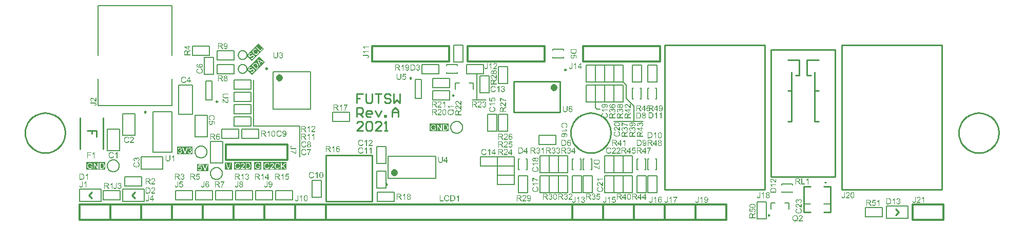
<source format=gto>
G04 Layer_Color=65535*
%FSLAX25Y25*%
%MOIN*%
G70*
G01*
G75*
%ADD29C,0.01000*%
%ADD32C,0.00800*%
%ADD50C,0.00984*%
%ADD51C,0.00394*%
%ADD52C,0.02362*%
%ADD53C,0.00500*%
%ADD54C,0.01200*%
%ADD55C,0.00787*%
G36*
X348981Y88852D02*
X349053Y88841D01*
X349142Y88824D01*
X349242Y88796D01*
X349342Y88763D01*
X349442Y88718D01*
X349447D01*
X349453Y88713D01*
X349486Y88696D01*
X349536Y88663D01*
X349591Y88624D01*
X349658Y88569D01*
X349725Y88508D01*
X349791Y88436D01*
X349847Y88352D01*
X349852Y88341D01*
X349869Y88313D01*
X349891Y88263D01*
X349919Y88202D01*
X349947Y88130D01*
X349969Y88047D01*
X349985Y87953D01*
X349991Y87858D01*
Y87847D01*
Y87814D01*
X349985Y87769D01*
X349974Y87708D01*
X349958Y87636D01*
X349930Y87559D01*
X349897Y87481D01*
X349852Y87403D01*
X349847Y87392D01*
X349830Y87370D01*
X349797Y87331D01*
X349752Y87287D01*
X349697Y87237D01*
X349630Y87181D01*
X349553Y87131D01*
X349458Y87081D01*
X349464D01*
X349475Y87076D01*
X349492Y87070D01*
X349514Y87065D01*
X349575Y87042D01*
X349652Y87009D01*
X349741Y86965D01*
X349830Y86909D01*
X349913Y86837D01*
X349991Y86754D01*
X349996Y86743D01*
X350019Y86709D01*
X350052Y86654D01*
X350085Y86582D01*
X350119Y86493D01*
X350152Y86387D01*
X350174Y86265D01*
X350180Y86132D01*
Y86127D01*
Y86110D01*
Y86082D01*
X350174Y86049D01*
X350169Y86005D01*
X350157Y85955D01*
X350146Y85899D01*
X350135Y85838D01*
X350091Y85705D01*
X350058Y85633D01*
X350024Y85566D01*
X349980Y85494D01*
X349930Y85422D01*
X349874Y85350D01*
X349808Y85283D01*
X349802Y85277D01*
X349791Y85266D01*
X349769Y85250D01*
X349741Y85228D01*
X349708Y85200D01*
X349663Y85172D01*
X349614Y85139D01*
X349553Y85111D01*
X349492Y85078D01*
X349419Y85044D01*
X349347Y85017D01*
X349264Y84989D01*
X349175Y84967D01*
X349081Y84950D01*
X348987Y84939D01*
X348881Y84933D01*
X348831D01*
X348798Y84939D01*
X348753Y84944D01*
X348703Y84950D01*
X348648Y84961D01*
X348587Y84972D01*
X348454Y85006D01*
X348315Y85061D01*
X348243Y85094D01*
X348176Y85133D01*
X348110Y85183D01*
X348043Y85233D01*
X348037Y85239D01*
X348026Y85250D01*
X348010Y85266D01*
X347993Y85289D01*
X347965Y85316D01*
X347937Y85355D01*
X347904Y85394D01*
X347871Y85444D01*
X347838Y85500D01*
X347804Y85555D01*
X347743Y85688D01*
X347693Y85844D01*
X347677Y85927D01*
X347666Y86016D01*
X348137Y86077D01*
Y86071D01*
X348143Y86060D01*
X348148Y86038D01*
X348154Y86010D01*
X348160Y85977D01*
X348171Y85938D01*
X348198Y85855D01*
X348237Y85755D01*
X348287Y85660D01*
X348343Y85572D01*
X348409Y85494D01*
X348420Y85488D01*
X348443Y85466D01*
X348487Y85439D01*
X348542Y85411D01*
X348609Y85377D01*
X348692Y85350D01*
X348787Y85327D01*
X348886Y85322D01*
X348920D01*
X348942Y85327D01*
X349003Y85333D01*
X349081Y85350D01*
X349170Y85377D01*
X349264Y85416D01*
X349358Y85472D01*
X349447Y85549D01*
X349458Y85561D01*
X349486Y85594D01*
X349519Y85644D01*
X349564Y85710D01*
X349608Y85794D01*
X349641Y85888D01*
X349669Y85999D01*
X349680Y86121D01*
Y86127D01*
Y86138D01*
Y86154D01*
X349675Y86177D01*
X349669Y86238D01*
X349652Y86310D01*
X349630Y86399D01*
X349591Y86487D01*
X349536Y86576D01*
X349464Y86659D01*
X349453Y86671D01*
X349425Y86693D01*
X349380Y86726D01*
X349320Y86765D01*
X349242Y86804D01*
X349147Y86837D01*
X349042Y86859D01*
X348925Y86870D01*
X348875D01*
X348837Y86865D01*
X348787Y86859D01*
X348731Y86848D01*
X348665Y86837D01*
X348592Y86820D01*
X348648Y87237D01*
X348676D01*
X348698Y87231D01*
X348770D01*
X348831Y87242D01*
X348903Y87253D01*
X348987Y87270D01*
X349081Y87298D01*
X349170Y87336D01*
X349264Y87387D01*
X349270D01*
X349275Y87392D01*
X349303Y87414D01*
X349342Y87453D01*
X349386Y87503D01*
X349430Y87575D01*
X349469Y87659D01*
X349497Y87753D01*
X349508Y87808D01*
Y87869D01*
Y87875D01*
Y87880D01*
Y87914D01*
X349497Y87958D01*
X349486Y88019D01*
X349464Y88086D01*
X349436Y88158D01*
X349392Y88230D01*
X349330Y88297D01*
X349325Y88302D01*
X349297Y88324D01*
X349258Y88352D01*
X349208Y88385D01*
X349142Y88413D01*
X349064Y88441D01*
X348975Y88463D01*
X348875Y88469D01*
X348831D01*
X348781Y88458D01*
X348714Y88447D01*
X348642Y88424D01*
X348570Y88397D01*
X348493Y88352D01*
X348420Y88297D01*
X348415Y88291D01*
X348393Y88263D01*
X348359Y88225D01*
X348320Y88169D01*
X348282Y88097D01*
X348243Y88008D01*
X348210Y87903D01*
X348187Y87781D01*
X347715Y87864D01*
Y87869D01*
X347721Y87886D01*
X347727Y87908D01*
X347732Y87941D01*
X347743Y87980D01*
X347760Y88025D01*
X347793Y88130D01*
X347849Y88252D01*
X347915Y88374D01*
X347998Y88491D01*
X348104Y88596D01*
X348110Y88602D01*
X348121Y88608D01*
X348137Y88619D01*
X348160Y88635D01*
X348187Y88657D01*
X348226Y88680D01*
X348265Y88702D01*
X348315Y88730D01*
X348426Y88774D01*
X348553Y88818D01*
X348703Y88846D01*
X348781Y88857D01*
X348920D01*
X348981Y88852D01*
D02*
G37*
G36*
X345995D02*
X346067Y88841D01*
X346156Y88824D01*
X346256Y88796D01*
X346356Y88763D01*
X346456Y88718D01*
X346461D01*
X346467Y88713D01*
X346500Y88696D01*
X346550Y88663D01*
X346605Y88624D01*
X346672Y88569D01*
X346739Y88508D01*
X346805Y88436D01*
X346861Y88352D01*
X346866Y88341D01*
X346883Y88313D01*
X346905Y88263D01*
X346933Y88202D01*
X346961Y88130D01*
X346983Y88047D01*
X347000Y87953D01*
X347005Y87858D01*
Y87847D01*
Y87814D01*
X347000Y87769D01*
X346989Y87708D01*
X346972Y87636D01*
X346944Y87559D01*
X346911Y87481D01*
X346866Y87403D01*
X346861Y87392D01*
X346844Y87370D01*
X346811Y87331D01*
X346766Y87287D01*
X346711Y87237D01*
X346644Y87181D01*
X346567Y87131D01*
X346472Y87081D01*
X346478D01*
X346489Y87076D01*
X346506Y87070D01*
X346528Y87065D01*
X346589Y87042D01*
X346667Y87009D01*
X346755Y86965D01*
X346844Y86909D01*
X346927Y86837D01*
X347005Y86754D01*
X347011Y86743D01*
X347033Y86709D01*
X347066Y86654D01*
X347099Y86582D01*
X347133Y86493D01*
X347166Y86387D01*
X347188Y86265D01*
X347194Y86132D01*
Y86127D01*
Y86110D01*
Y86082D01*
X347188Y86049D01*
X347183Y86005D01*
X347172Y85955D01*
X347161Y85899D01*
X347149Y85838D01*
X347105Y85705D01*
X347072Y85633D01*
X347038Y85566D01*
X346994Y85494D01*
X346944Y85422D01*
X346888Y85350D01*
X346822Y85283D01*
X346816Y85277D01*
X346805Y85266D01*
X346783Y85250D01*
X346755Y85228D01*
X346722Y85200D01*
X346678Y85172D01*
X346628Y85139D01*
X346567Y85111D01*
X346506Y85078D01*
X346433Y85044D01*
X346361Y85017D01*
X346278Y84989D01*
X346189Y84967D01*
X346095Y84950D01*
X346001Y84939D01*
X345895Y84933D01*
X345845D01*
X345812Y84939D01*
X345767Y84944D01*
X345718Y84950D01*
X345662Y84961D01*
X345601Y84972D01*
X345468Y85006D01*
X345329Y85061D01*
X345257Y85094D01*
X345190Y85133D01*
X345124Y85183D01*
X345057Y85233D01*
X345052Y85239D01*
X345040Y85250D01*
X345024Y85266D01*
X345007Y85289D01*
X344979Y85316D01*
X344952Y85355D01*
X344918Y85394D01*
X344885Y85444D01*
X344852Y85500D01*
X344818Y85555D01*
X344757Y85688D01*
X344707Y85844D01*
X344691Y85927D01*
X344680Y86016D01*
X345151Y86077D01*
Y86071D01*
X345157Y86060D01*
X345163Y86038D01*
X345168Y86010D01*
X345174Y85977D01*
X345185Y85938D01*
X345212Y85855D01*
X345251Y85755D01*
X345301Y85660D01*
X345357Y85572D01*
X345423Y85494D01*
X345434Y85488D01*
X345457Y85466D01*
X345501Y85439D01*
X345557Y85411D01*
X345623Y85377D01*
X345706Y85350D01*
X345801Y85327D01*
X345901Y85322D01*
X345934D01*
X345956Y85327D01*
X346017Y85333D01*
X346095Y85350D01*
X346184Y85377D01*
X346278Y85416D01*
X346372Y85472D01*
X346461Y85549D01*
X346472Y85561D01*
X346500Y85594D01*
X346533Y85644D01*
X346578Y85710D01*
X346622Y85794D01*
X346656Y85888D01*
X346683Y85999D01*
X346694Y86121D01*
Y86127D01*
Y86138D01*
Y86154D01*
X346689Y86177D01*
X346683Y86238D01*
X346667Y86310D01*
X346644Y86399D01*
X346605Y86487D01*
X346550Y86576D01*
X346478Y86659D01*
X346467Y86671D01*
X346439Y86693D01*
X346395Y86726D01*
X346334Y86765D01*
X346256Y86804D01*
X346162Y86837D01*
X346056Y86859D01*
X345939Y86870D01*
X345890D01*
X345851Y86865D01*
X345801Y86859D01*
X345745Y86848D01*
X345679Y86837D01*
X345606Y86820D01*
X345662Y87237D01*
X345690D01*
X345712Y87231D01*
X345784D01*
X345845Y87242D01*
X345917Y87253D01*
X346001Y87270D01*
X346095Y87298D01*
X346184Y87336D01*
X346278Y87387D01*
X346284D01*
X346289Y87392D01*
X346317Y87414D01*
X346356Y87453D01*
X346400Y87503D01*
X346445Y87575D01*
X346483Y87659D01*
X346511Y87753D01*
X346522Y87808D01*
Y87869D01*
Y87875D01*
Y87880D01*
Y87914D01*
X346511Y87958D01*
X346500Y88019D01*
X346478Y88086D01*
X346450Y88158D01*
X346406Y88230D01*
X346345Y88297D01*
X346339Y88302D01*
X346311Y88324D01*
X346272Y88352D01*
X346223Y88385D01*
X346156Y88413D01*
X346078Y88441D01*
X345989Y88463D01*
X345890Y88469D01*
X345845D01*
X345795Y88458D01*
X345729Y88447D01*
X345656Y88424D01*
X345584Y88397D01*
X345507Y88352D01*
X345434Y88297D01*
X345429Y88291D01*
X345407Y88263D01*
X345373Y88225D01*
X345335Y88169D01*
X345296Y88097D01*
X345257Y88008D01*
X345223Y87903D01*
X345201Y87781D01*
X344730Y87864D01*
Y87869D01*
X344735Y87886D01*
X344741Y87908D01*
X344746Y87941D01*
X344757Y87980D01*
X344774Y88025D01*
X344807Y88130D01*
X344863Y88252D01*
X344929Y88374D01*
X345013Y88491D01*
X345118Y88596D01*
X345124Y88602D01*
X345135Y88608D01*
X345151Y88619D01*
X345174Y88635D01*
X345201Y88657D01*
X345240Y88680D01*
X345279Y88702D01*
X345329Y88730D01*
X345440Y88774D01*
X345568Y88818D01*
X345718Y88846D01*
X345795Y88857D01*
X345934D01*
X345995Y88852D01*
D02*
G37*
G36*
X368826Y58835D02*
X368876D01*
X368992Y58829D01*
X369115Y58813D01*
X369248Y58796D01*
X369370Y58768D01*
X369431Y58752D01*
X369481Y58735D01*
X369486D01*
X369492Y58730D01*
X369525Y58713D01*
X369575Y58691D01*
X369636Y58652D01*
X369703Y58602D01*
X369775Y58535D01*
X369842Y58458D01*
X369908Y58369D01*
Y58363D01*
X369914Y58358D01*
X369936Y58324D01*
X369958Y58269D01*
X369991Y58197D01*
X370019Y58113D01*
X370047Y58014D01*
X370064Y57908D01*
X370069Y57792D01*
Y57786D01*
Y57775D01*
Y57753D01*
X370064Y57725D01*
Y57686D01*
X370058Y57647D01*
X370036Y57553D01*
X370003Y57442D01*
X369958Y57326D01*
X369892Y57209D01*
X369847Y57153D01*
X369803Y57098D01*
X369797Y57092D01*
X369792Y57087D01*
X369775Y57070D01*
X369753Y57054D01*
X369725Y57031D01*
X369692Y57009D01*
X369647Y56981D01*
X369603Y56948D01*
X369547Y56920D01*
X369486Y56893D01*
X369420Y56859D01*
X369348Y56832D01*
X369264Y56809D01*
X369181Y56782D01*
X369087Y56765D01*
X368987Y56748D01*
X368998Y56743D01*
X369020Y56732D01*
X369054Y56709D01*
X369098Y56687D01*
X369198Y56626D01*
X369248Y56587D01*
X369292Y56554D01*
X369303Y56543D01*
X369331Y56515D01*
X369375Y56471D01*
X369431Y56415D01*
X369492Y56337D01*
X369564Y56254D01*
X369636Y56154D01*
X369714Y56043D01*
X370374Y55000D01*
X369742D01*
X369237Y55799D01*
Y55805D01*
X369226Y55816D01*
X369214Y55832D01*
X369198Y55855D01*
X369159Y55916D01*
X369109Y55993D01*
X369048Y56077D01*
X368987Y56165D01*
X368926Y56249D01*
X368870Y56326D01*
X368865Y56332D01*
X368848Y56354D01*
X368820Y56388D01*
X368782Y56426D01*
X368698Y56510D01*
X368654Y56549D01*
X368609Y56582D01*
X368604Y56587D01*
X368593Y56593D01*
X368571Y56604D01*
X368537Y56621D01*
X368504Y56637D01*
X368465Y56654D01*
X368376Y56682D01*
X368371D01*
X368360Y56687D01*
X368338D01*
X368310Y56693D01*
X368271Y56698D01*
X368227D01*
X368165Y56704D01*
X367511D01*
Y55000D01*
X367000D01*
Y58841D01*
X368782D01*
X368826Y58835D01*
D02*
G37*
G36*
X371995Y58852D02*
X372067Y58841D01*
X372156Y58824D01*
X372256Y58796D01*
X372356Y58763D01*
X372456Y58719D01*
X372461D01*
X372467Y58713D01*
X372500Y58696D01*
X372550Y58663D01*
X372605Y58624D01*
X372672Y58569D01*
X372739Y58508D01*
X372805Y58435D01*
X372861Y58352D01*
X372866Y58341D01*
X372883Y58313D01*
X372905Y58263D01*
X372933Y58202D01*
X372961Y58130D01*
X372983Y58047D01*
X373000Y57953D01*
X373005Y57858D01*
Y57847D01*
Y57814D01*
X373000Y57769D01*
X372989Y57708D01*
X372972Y57636D01*
X372944Y57559D01*
X372911Y57481D01*
X372866Y57403D01*
X372861Y57392D01*
X372844Y57370D01*
X372811Y57331D01*
X372766Y57287D01*
X372711Y57237D01*
X372644Y57181D01*
X372567Y57131D01*
X372472Y57081D01*
X372478D01*
X372489Y57076D01*
X372506Y57070D01*
X372528Y57065D01*
X372589Y57042D01*
X372667Y57009D01*
X372755Y56965D01*
X372844Y56909D01*
X372927Y56837D01*
X373005Y56754D01*
X373011Y56743D01*
X373033Y56709D01*
X373066Y56654D01*
X373099Y56582D01*
X373133Y56493D01*
X373166Y56388D01*
X373188Y56265D01*
X373194Y56132D01*
Y56127D01*
Y56110D01*
Y56082D01*
X373188Y56049D01*
X373183Y56005D01*
X373172Y55955D01*
X373161Y55899D01*
X373149Y55838D01*
X373105Y55705D01*
X373072Y55633D01*
X373038Y55566D01*
X372994Y55494D01*
X372944Y55422D01*
X372888Y55350D01*
X372822Y55283D01*
X372816Y55278D01*
X372805Y55266D01*
X372783Y55250D01*
X372755Y55228D01*
X372722Y55200D01*
X372678Y55172D01*
X372628Y55139D01*
X372567Y55111D01*
X372506Y55078D01*
X372433Y55044D01*
X372361Y55017D01*
X372278Y54989D01*
X372189Y54967D01*
X372095Y54950D01*
X372001Y54939D01*
X371895Y54933D01*
X371845D01*
X371812Y54939D01*
X371767Y54944D01*
X371718Y54950D01*
X371662Y54961D01*
X371601Y54972D01*
X371468Y55006D01*
X371329Y55061D01*
X371257Y55094D01*
X371190Y55133D01*
X371124Y55183D01*
X371057Y55233D01*
X371052Y55239D01*
X371040Y55250D01*
X371024Y55266D01*
X371007Y55289D01*
X370979Y55316D01*
X370952Y55355D01*
X370918Y55394D01*
X370885Y55444D01*
X370852Y55500D01*
X370818Y55555D01*
X370757Y55688D01*
X370707Y55844D01*
X370691Y55927D01*
X370680Y56016D01*
X371151Y56077D01*
Y56071D01*
X371157Y56060D01*
X371163Y56038D01*
X371168Y56010D01*
X371174Y55977D01*
X371185Y55938D01*
X371212Y55855D01*
X371251Y55755D01*
X371301Y55660D01*
X371357Y55572D01*
X371423Y55494D01*
X371434Y55488D01*
X371457Y55466D01*
X371501Y55439D01*
X371557Y55411D01*
X371623Y55377D01*
X371706Y55350D01*
X371801Y55327D01*
X371901Y55322D01*
X371934D01*
X371956Y55327D01*
X372017Y55333D01*
X372095Y55350D01*
X372184Y55377D01*
X372278Y55416D01*
X372372Y55472D01*
X372461Y55550D01*
X372472Y55561D01*
X372500Y55594D01*
X372533Y55644D01*
X372578Y55710D01*
X372622Y55794D01*
X372656Y55888D01*
X372683Y55999D01*
X372694Y56121D01*
Y56127D01*
Y56138D01*
Y56154D01*
X372689Y56177D01*
X372683Y56238D01*
X372667Y56310D01*
X372644Y56399D01*
X372605Y56487D01*
X372550Y56576D01*
X372478Y56660D01*
X372467Y56671D01*
X372439Y56693D01*
X372395Y56726D01*
X372334Y56765D01*
X372256Y56804D01*
X372162Y56837D01*
X372056Y56859D01*
X371939Y56870D01*
X371890D01*
X371851Y56865D01*
X371801Y56859D01*
X371745Y56848D01*
X371679Y56837D01*
X371606Y56820D01*
X371662Y57237D01*
X371690D01*
X371712Y57231D01*
X371784D01*
X371845Y57242D01*
X371917Y57253D01*
X372001Y57270D01*
X372095Y57298D01*
X372184Y57336D01*
X372278Y57386D01*
X372284D01*
X372289Y57392D01*
X372317Y57414D01*
X372356Y57453D01*
X372400Y57503D01*
X372445Y57575D01*
X372483Y57658D01*
X372511Y57753D01*
X372522Y57808D01*
Y57869D01*
Y57875D01*
Y57880D01*
Y57914D01*
X372511Y57958D01*
X372500Y58019D01*
X372478Y58086D01*
X372450Y58158D01*
X372406Y58230D01*
X372345Y58297D01*
X372339Y58302D01*
X372311Y58324D01*
X372272Y58352D01*
X372223Y58385D01*
X372156Y58413D01*
X372078Y58441D01*
X371989Y58463D01*
X371890Y58469D01*
X371845D01*
X371795Y58458D01*
X371729Y58447D01*
X371656Y58424D01*
X371584Y58397D01*
X371507Y58352D01*
X371434Y58297D01*
X371429Y58291D01*
X371407Y58263D01*
X371373Y58224D01*
X371335Y58169D01*
X371296Y58097D01*
X371257Y58008D01*
X371223Y57903D01*
X371201Y57781D01*
X370730Y57864D01*
Y57869D01*
X370735Y57886D01*
X370741Y57908D01*
X370746Y57942D01*
X370757Y57980D01*
X370774Y58025D01*
X370807Y58130D01*
X370863Y58252D01*
X370929Y58374D01*
X371013Y58491D01*
X371118Y58596D01*
X371124Y58602D01*
X371135Y58608D01*
X371151Y58619D01*
X371174Y58635D01*
X371201Y58657D01*
X371240Y58680D01*
X371279Y58702D01*
X371329Y58730D01*
X371440Y58774D01*
X371568Y58818D01*
X371718Y58846D01*
X371795Y58857D01*
X371934D01*
X371995Y58852D01*
D02*
G37*
G36*
X376024Y58341D02*
X374487D01*
X374282Y57303D01*
X374287Y57309D01*
X374298Y57314D01*
X374315Y57326D01*
X374343Y57342D01*
X374376Y57359D01*
X374415Y57381D01*
X374504Y57425D01*
X374615Y57470D01*
X374737Y57509D01*
X374870Y57536D01*
X374937Y57547D01*
X375059D01*
X375092Y57542D01*
X375136Y57536D01*
X375186Y57531D01*
X375242Y57520D01*
X375303Y57503D01*
X375436Y57464D01*
X375508Y57437D01*
X375580Y57398D01*
X375652Y57359D01*
X375725Y57314D01*
X375791Y57259D01*
X375858Y57198D01*
X375863Y57192D01*
X375874Y57181D01*
X375891Y57165D01*
X375913Y57137D01*
X375941Y57098D01*
X375969Y57059D01*
X376002Y57009D01*
X376035Y56954D01*
X376063Y56893D01*
X376097Y56826D01*
X376124Y56748D01*
X376152Y56671D01*
X376174Y56587D01*
X376191Y56493D01*
X376202Y56399D01*
X376207Y56299D01*
Y56293D01*
Y56277D01*
Y56249D01*
X376202Y56210D01*
X376196Y56165D01*
X376191Y56116D01*
X376180Y56055D01*
X376169Y55993D01*
X376135Y55849D01*
X376080Y55699D01*
X376046Y55622D01*
X376002Y55550D01*
X375958Y55472D01*
X375902Y55400D01*
X375897Y55394D01*
X375886Y55377D01*
X375863Y55355D01*
X375836Y55327D01*
X375797Y55294D01*
X375752Y55250D01*
X375697Y55211D01*
X375636Y55167D01*
X375569Y55122D01*
X375491Y55083D01*
X375408Y55044D01*
X375320Y55006D01*
X375225Y54978D01*
X375120Y54956D01*
X375009Y54939D01*
X374892Y54933D01*
X374842D01*
X374803Y54939D01*
X374759Y54944D01*
X374709Y54950D01*
X374648Y54956D01*
X374587Y54972D01*
X374448Y55006D01*
X374309Y55055D01*
X374237Y55089D01*
X374165Y55128D01*
X374098Y55172D01*
X374032Y55222D01*
X374026Y55228D01*
X374015Y55233D01*
X374004Y55255D01*
X373982Y55278D01*
X373954Y55305D01*
X373926Y55339D01*
X373893Y55383D01*
X373865Y55433D01*
X373832Y55483D01*
X373799Y55544D01*
X373738Y55677D01*
X373688Y55832D01*
X373671Y55916D01*
X373660Y56005D01*
X374154Y56043D01*
Y56038D01*
Y56027D01*
X374160Y56010D01*
X374165Y55982D01*
X374182Y55921D01*
X374204Y55838D01*
X374237Y55755D01*
X374282Y55660D01*
X374337Y55577D01*
X374404Y55500D01*
X374415Y55494D01*
X374437Y55472D01*
X374481Y55444D01*
X374542Y55411D01*
X374609Y55377D01*
X374692Y55350D01*
X374787Y55327D01*
X374892Y55322D01*
X374925D01*
X374948Y55327D01*
X375014Y55333D01*
X375092Y55355D01*
X375186Y55383D01*
X375281Y55427D01*
X375380Y55494D01*
X375425Y55533D01*
X375469Y55577D01*
X375475Y55583D01*
X375480Y55588D01*
X375491Y55605D01*
X375508Y55622D01*
X375547Y55683D01*
X375591Y55760D01*
X375630Y55855D01*
X375669Y55971D01*
X375697Y56110D01*
X375708Y56182D01*
Y56260D01*
Y56265D01*
Y56277D01*
Y56299D01*
X375702Y56326D01*
Y56360D01*
X375697Y56399D01*
X375680Y56487D01*
X375652Y56593D01*
X375614Y56698D01*
X375558Y56798D01*
X375480Y56893D01*
Y56898D01*
X375469Y56904D01*
X375442Y56931D01*
X375392Y56970D01*
X375325Y57015D01*
X375236Y57054D01*
X375136Y57092D01*
X375020Y57120D01*
X374953Y57131D01*
X374848D01*
X374803Y57126D01*
X374748Y57120D01*
X374681Y57103D01*
X374615Y57087D01*
X374542Y57059D01*
X374470Y57026D01*
X374465Y57020D01*
X374443Y57009D01*
X374409Y56981D01*
X374365Y56954D01*
X374320Y56915D01*
X374276Y56865D01*
X374226Y56815D01*
X374187Y56754D01*
X373743Y56815D01*
X374115Y58791D01*
X376024D01*
Y58341D01*
D02*
G37*
G36*
X305540Y140000D02*
X305068D01*
Y143002D01*
X305063Y142997D01*
X305035Y142975D01*
X305001Y142941D01*
X304946Y142903D01*
X304885Y142853D01*
X304807Y142797D01*
X304718Y142736D01*
X304619Y142675D01*
X304613D01*
X304608Y142670D01*
X304574Y142647D01*
X304519Y142620D01*
X304452Y142586D01*
X304374Y142548D01*
X304291Y142509D01*
X304208Y142470D01*
X304125Y142436D01*
Y142892D01*
X304130D01*
X304141Y142903D01*
X304164Y142908D01*
X304191Y142925D01*
X304224Y142941D01*
X304263Y142964D01*
X304358Y143019D01*
X304469Y143080D01*
X304580Y143158D01*
X304696Y143247D01*
X304813Y143341D01*
X304818Y143347D01*
X304824Y143352D01*
X304841Y143369D01*
X304863Y143386D01*
X304913Y143441D01*
X304979Y143508D01*
X305046Y143585D01*
X305118Y143674D01*
X305179Y143763D01*
X305235Y143857D01*
X305540D01*
Y140000D01*
D02*
G37*
G36*
X329931Y57852D02*
X329959D01*
X329998Y57846D01*
X330092Y57829D01*
X330197Y57807D01*
X330314Y57768D01*
X330431Y57718D01*
X330547Y57652D01*
X330553D01*
X330558Y57641D01*
X330575Y57630D01*
X330597Y57613D01*
X330652Y57569D01*
X330725Y57508D01*
X330797Y57424D01*
X330880Y57324D01*
X330952Y57208D01*
X331019Y57075D01*
Y57069D01*
X331024Y57058D01*
X331035Y57036D01*
X331047Y57008D01*
X331058Y56969D01*
X331074Y56919D01*
X331085Y56864D01*
X331102Y56803D01*
X331119Y56731D01*
X331135Y56647D01*
X331146Y56559D01*
X331157Y56464D01*
X331169Y56359D01*
X331180Y56248D01*
X331185Y56126D01*
Y55998D01*
Y55992D01*
Y55965D01*
Y55926D01*
Y55876D01*
X331180Y55815D01*
Y55743D01*
X331174Y55660D01*
X331163Y55576D01*
X331146Y55388D01*
X331119Y55188D01*
X331080Y54999D01*
X331052Y54905D01*
X331024Y54821D01*
Y54816D01*
X331019Y54805D01*
X331008Y54783D01*
X330996Y54749D01*
X330980Y54716D01*
X330958Y54672D01*
X330902Y54577D01*
X330836Y54472D01*
X330758Y54361D01*
X330658Y54255D01*
X330547Y54161D01*
X330541D01*
X330530Y54150D01*
X330514Y54139D01*
X330491Y54128D01*
X330458Y54111D01*
X330425Y54089D01*
X330381Y54067D01*
X330336Y54050D01*
X330231Y54006D01*
X330103Y53967D01*
X329964Y53944D01*
X329809Y53933D01*
X329764D01*
X329737Y53939D01*
X329698D01*
X329654Y53944D01*
X329548Y53967D01*
X329431Y53994D01*
X329309Y54039D01*
X329187Y54100D01*
X329126Y54139D01*
X329071Y54183D01*
X329065Y54189D01*
X329060Y54194D01*
X329043Y54211D01*
X329026Y54228D01*
X329004Y54255D01*
X328976Y54289D01*
X328921Y54366D01*
X328865Y54466D01*
X328810Y54588D01*
X328766Y54727D01*
X328732Y54888D01*
X329187Y54927D01*
Y54921D01*
X329193Y54910D01*
Y54899D01*
X329198Y54877D01*
X329215Y54816D01*
X329237Y54749D01*
X329265Y54672D01*
X329304Y54594D01*
X329348Y54522D01*
X329404Y54461D01*
X329409Y54455D01*
X329431Y54439D01*
X329470Y54416D01*
X329515Y54394D01*
X329576Y54366D01*
X329648Y54344D01*
X329731Y54327D01*
X329820Y54322D01*
X329859D01*
X329898Y54327D01*
X329948Y54333D01*
X330009Y54344D01*
X330070Y54361D01*
X330136Y54383D01*
X330197Y54416D01*
X330203Y54422D01*
X330225Y54433D01*
X330258Y54455D01*
X330292Y54488D01*
X330336Y54527D01*
X330381Y54572D01*
X330425Y54622D01*
X330469Y54683D01*
X330475Y54688D01*
X330486Y54716D01*
X330508Y54755D01*
X330530Y54805D01*
X330558Y54871D01*
X330586Y54949D01*
X330614Y55038D01*
X330641Y55138D01*
Y55143D01*
X330647Y55149D01*
Y55165D01*
X330652Y55188D01*
X330663Y55243D01*
X330680Y55315D01*
X330691Y55404D01*
X330702Y55498D01*
X330708Y55604D01*
X330714Y55715D01*
Y55721D01*
Y55737D01*
Y55765D01*
Y55809D01*
X330708Y55798D01*
X330686Y55770D01*
X330652Y55732D01*
X330614Y55676D01*
X330558Y55621D01*
X330491Y55560D01*
X330414Y55498D01*
X330325Y55443D01*
X330314Y55437D01*
X330281Y55421D01*
X330231Y55399D01*
X330170Y55376D01*
X330086Y55349D01*
X329998Y55326D01*
X329898Y55310D01*
X329792Y55304D01*
X329748D01*
X329714Y55310D01*
X329670Y55315D01*
X329626Y55321D01*
X329570Y55332D01*
X329515Y55349D01*
X329387Y55388D01*
X329320Y55415D01*
X329254Y55449D01*
X329182Y55487D01*
X329115Y55537D01*
X329048Y55587D01*
X328987Y55648D01*
X328982Y55654D01*
X328971Y55665D01*
X328960Y55682D01*
X328938Y55709D01*
X328910Y55748D01*
X328882Y55787D01*
X328854Y55837D01*
X328826Y55893D01*
X328793Y55954D01*
X328766Y56020D01*
X328738Y56098D01*
X328710Y56176D01*
X328688Y56264D01*
X328677Y56359D01*
X328665Y56453D01*
X328660Y56559D01*
Y56564D01*
Y56586D01*
Y56614D01*
X328665Y56653D01*
X328671Y56703D01*
X328677Y56764D01*
X328688Y56825D01*
X328704Y56897D01*
X328743Y57041D01*
X328771Y57119D01*
X328804Y57202D01*
X328843Y57280D01*
X328893Y57352D01*
X328943Y57430D01*
X329004Y57497D01*
X329010Y57502D01*
X329021Y57513D01*
X329037Y57530D01*
X329065Y57552D01*
X329099Y57580D01*
X329143Y57613D01*
X329187Y57641D01*
X329243Y57680D01*
X329298Y57713D01*
X329365Y57741D01*
X329515Y57802D01*
X329592Y57824D01*
X329681Y57841D01*
X329770Y57852D01*
X329864Y57857D01*
X329903D01*
X329931Y57852D01*
D02*
G37*
G36*
X490500Y66099D02*
X490439D01*
X490394Y66105D01*
X490345Y66110D01*
X490289Y66121D01*
X490234Y66132D01*
X490172Y66154D01*
X490167D01*
X490161Y66160D01*
X490128Y66171D01*
X490078Y66193D01*
X490012Y66227D01*
X489934Y66271D01*
X489845Y66326D01*
X489756Y66387D01*
X489662Y66465D01*
X489656D01*
X489651Y66476D01*
X489618Y66504D01*
X489568Y66554D01*
X489495Y66626D01*
X489412Y66710D01*
X489312Y66815D01*
X489201Y66943D01*
X489085Y67081D01*
X489079Y67087D01*
X489063Y67109D01*
X489035Y67142D01*
X489002Y67181D01*
X488957Y67231D01*
X488907Y67292D01*
X488852Y67353D01*
X488791Y67425D01*
X488657Y67564D01*
X488524Y67703D01*
X488458Y67769D01*
X488391Y67831D01*
X488330Y67886D01*
X488269Y67930D01*
X488263D01*
X488258Y67941D01*
X488241Y67953D01*
X488219Y67964D01*
X488158Y68003D01*
X488086Y68047D01*
X487997Y68086D01*
X487903Y68125D01*
X487797Y68147D01*
X487697Y68158D01*
X487686D01*
X487653Y68152D01*
X487597Y68147D01*
X487536Y68130D01*
X487459Y68108D01*
X487381Y68069D01*
X487303Y68019D01*
X487225Y67953D01*
X487214Y67941D01*
X487192Y67914D01*
X487164Y67875D01*
X487126Y67814D01*
X487092Y67736D01*
X487059Y67647D01*
X487037Y67542D01*
X487031Y67425D01*
Y67420D01*
Y67409D01*
Y67392D01*
X487037Y67370D01*
X487042Y67303D01*
X487059Y67226D01*
X487081Y67142D01*
X487120Y67048D01*
X487170Y66959D01*
X487237Y66876D01*
X487248Y66865D01*
X487276Y66843D01*
X487320Y66809D01*
X487386Y66776D01*
X487464Y66737D01*
X487564Y66704D01*
X487675Y66682D01*
X487803Y66671D01*
X487753Y66188D01*
X487747D01*
X487731Y66193D01*
X487703D01*
X487664Y66199D01*
X487619Y66210D01*
X487570Y66221D01*
X487509Y66238D01*
X487448Y66254D01*
X487314Y66299D01*
X487181Y66365D01*
X487114Y66404D01*
X487048Y66454D01*
X486987Y66504D01*
X486931Y66560D01*
X486926Y66565D01*
X486920Y66576D01*
X486904Y66593D01*
X486887Y66621D01*
X486865Y66654D01*
X486843Y66693D01*
X486815Y66737D01*
X486787Y66793D01*
X486759Y66854D01*
X486731Y66920D01*
X486709Y66992D01*
X486687Y67070D01*
X486670Y67153D01*
X486654Y67242D01*
X486648Y67337D01*
X486643Y67436D01*
Y67442D01*
Y67459D01*
Y67492D01*
X486648Y67531D01*
X486654Y67575D01*
X486659Y67631D01*
X486670Y67692D01*
X486682Y67753D01*
X486720Y67897D01*
X486776Y68041D01*
X486809Y68114D01*
X486848Y68186D01*
X486898Y68252D01*
X486953Y68313D01*
X486959Y68319D01*
X486965Y68330D01*
X486987Y68341D01*
X487009Y68363D01*
X487037Y68391D01*
X487076Y68419D01*
X487114Y68447D01*
X487164Y68480D01*
X487270Y68535D01*
X487403Y68591D01*
X487470Y68613D01*
X487547Y68624D01*
X487625Y68635D01*
X487708Y68641D01*
X487747D01*
X487792Y68635D01*
X487853Y68630D01*
X487919Y68619D01*
X487997Y68597D01*
X488080Y68574D01*
X488164Y68541D01*
X488174Y68535D01*
X488202Y68524D01*
X488247Y68502D01*
X488308Y68469D01*
X488374Y68424D01*
X488458Y68369D01*
X488541Y68302D01*
X488635Y68225D01*
X488646Y68213D01*
X488680Y68186D01*
X488707Y68158D01*
X488735Y68130D01*
X488768Y68097D01*
X488813Y68053D01*
X488857Y68008D01*
X488907Y67953D01*
X488963Y67897D01*
X489024Y67831D01*
X489085Y67758D01*
X489157Y67681D01*
X489229Y67592D01*
X489307Y67503D01*
X489312Y67498D01*
X489323Y67487D01*
X489340Y67464D01*
X489362Y67436D01*
X489396Y67403D01*
X489429Y67364D01*
X489501Y67276D01*
X489584Y67181D01*
X489668Y67092D01*
X489740Y67015D01*
X489767Y66981D01*
X489795Y66954D01*
X489801Y66948D01*
X489817Y66931D01*
X489840Y66909D01*
X489873Y66882D01*
X489912Y66854D01*
X489951Y66821D01*
X490045Y66754D01*
Y68646D01*
X490500D01*
Y66099D01*
D02*
G37*
G36*
Y64484D02*
X487498D01*
X487503Y64478D01*
X487525Y64451D01*
X487559Y64417D01*
X487597Y64362D01*
X487647Y64301D01*
X487703Y64223D01*
X487764Y64134D01*
X487825Y64034D01*
Y64029D01*
X487830Y64023D01*
X487853Y63990D01*
X487880Y63934D01*
X487914Y63868D01*
X487953Y63790D01*
X487991Y63707D01*
X488030Y63624D01*
X488064Y63540D01*
X487608D01*
Y63546D01*
X487597Y63557D01*
X487592Y63579D01*
X487575Y63607D01*
X487559Y63640D01*
X487536Y63679D01*
X487481Y63774D01*
X487420Y63885D01*
X487342Y63995D01*
X487253Y64112D01*
X487159Y64229D01*
X487153Y64234D01*
X487148Y64240D01*
X487131Y64256D01*
X487114Y64279D01*
X487059Y64328D01*
X486992Y64395D01*
X486915Y64462D01*
X486826Y64534D01*
X486737Y64595D01*
X486643Y64650D01*
Y64956D01*
X490500D01*
Y64484D01*
D02*
G37*
G36*
X342826Y88835D02*
X342876D01*
X342992Y88829D01*
X343115Y88813D01*
X343248Y88796D01*
X343370Y88768D01*
X343431Y88752D01*
X343481Y88735D01*
X343486D01*
X343492Y88730D01*
X343525Y88713D01*
X343575Y88691D01*
X343636Y88652D01*
X343703Y88602D01*
X343775Y88535D01*
X343842Y88458D01*
X343908Y88369D01*
Y88363D01*
X343914Y88358D01*
X343936Y88324D01*
X343958Y88269D01*
X343991Y88197D01*
X344019Y88113D01*
X344047Y88014D01*
X344064Y87908D01*
X344069Y87792D01*
Y87786D01*
Y87775D01*
Y87753D01*
X344064Y87725D01*
Y87686D01*
X344058Y87647D01*
X344036Y87553D01*
X344003Y87442D01*
X343958Y87326D01*
X343892Y87209D01*
X343847Y87153D01*
X343803Y87098D01*
X343797Y87092D01*
X343792Y87087D01*
X343775Y87070D01*
X343753Y87054D01*
X343725Y87031D01*
X343692Y87009D01*
X343647Y86981D01*
X343603Y86948D01*
X343547Y86920D01*
X343486Y86893D01*
X343420Y86859D01*
X343348Y86831D01*
X343264Y86809D01*
X343181Y86782D01*
X343087Y86765D01*
X342987Y86748D01*
X342998Y86743D01*
X343020Y86732D01*
X343054Y86709D01*
X343098Y86687D01*
X343198Y86626D01*
X343248Y86587D01*
X343292Y86554D01*
X343303Y86543D01*
X343331Y86515D01*
X343375Y86471D01*
X343431Y86415D01*
X343492Y86338D01*
X343564Y86254D01*
X343636Y86154D01*
X343714Y86043D01*
X344374Y85000D01*
X343742D01*
X343237Y85799D01*
Y85805D01*
X343226Y85816D01*
X343214Y85833D01*
X343198Y85855D01*
X343159Y85916D01*
X343109Y85993D01*
X343048Y86077D01*
X342987Y86165D01*
X342926Y86249D01*
X342870Y86326D01*
X342865Y86332D01*
X342848Y86354D01*
X342820Y86387D01*
X342782Y86426D01*
X342698Y86510D01*
X342654Y86549D01*
X342610Y86582D01*
X342604Y86587D01*
X342593Y86593D01*
X342571Y86604D01*
X342537Y86621D01*
X342504Y86637D01*
X342465Y86654D01*
X342376Y86682D01*
X342371D01*
X342360Y86687D01*
X342338D01*
X342310Y86693D01*
X342271Y86698D01*
X342227D01*
X342165Y86704D01*
X341511D01*
Y85000D01*
X341000D01*
Y88841D01*
X342782D01*
X342826Y88835D01*
D02*
G37*
G36*
X350826Y58835D02*
X350876D01*
X350992Y58829D01*
X351115Y58813D01*
X351248Y58796D01*
X351370Y58768D01*
X351431Y58752D01*
X351481Y58735D01*
X351486D01*
X351492Y58730D01*
X351525Y58713D01*
X351575Y58691D01*
X351636Y58652D01*
X351703Y58602D01*
X351775Y58535D01*
X351842Y58458D01*
X351908Y58369D01*
Y58363D01*
X351914Y58358D01*
X351936Y58324D01*
X351958Y58269D01*
X351991Y58197D01*
X352019Y58113D01*
X352047Y58014D01*
X352064Y57908D01*
X352069Y57792D01*
Y57786D01*
Y57775D01*
Y57753D01*
X352064Y57725D01*
Y57686D01*
X352058Y57647D01*
X352036Y57553D01*
X352003Y57442D01*
X351958Y57326D01*
X351892Y57209D01*
X351847Y57153D01*
X351803Y57098D01*
X351797Y57092D01*
X351792Y57087D01*
X351775Y57070D01*
X351753Y57054D01*
X351725Y57031D01*
X351692Y57009D01*
X351647Y56981D01*
X351603Y56948D01*
X351547Y56920D01*
X351486Y56893D01*
X351420Y56859D01*
X351348Y56832D01*
X351264Y56809D01*
X351181Y56782D01*
X351087Y56765D01*
X350987Y56748D01*
X350998Y56743D01*
X351020Y56732D01*
X351054Y56709D01*
X351098Y56687D01*
X351198Y56626D01*
X351248Y56587D01*
X351292Y56554D01*
X351303Y56543D01*
X351331Y56515D01*
X351375Y56471D01*
X351431Y56415D01*
X351492Y56337D01*
X351564Y56254D01*
X351636Y56154D01*
X351714Y56043D01*
X352374Y55000D01*
X351742D01*
X351237Y55799D01*
Y55805D01*
X351226Y55816D01*
X351214Y55832D01*
X351198Y55855D01*
X351159Y55916D01*
X351109Y55993D01*
X351048Y56077D01*
X350987Y56165D01*
X350926Y56249D01*
X350870Y56326D01*
X350865Y56332D01*
X350848Y56354D01*
X350820Y56388D01*
X350782Y56426D01*
X350698Y56510D01*
X350654Y56549D01*
X350609Y56582D01*
X350604Y56587D01*
X350593Y56593D01*
X350571Y56604D01*
X350537Y56621D01*
X350504Y56637D01*
X350465Y56654D01*
X350376Y56682D01*
X350371D01*
X350360Y56687D01*
X350338D01*
X350310Y56693D01*
X350271Y56698D01*
X350226D01*
X350166Y56704D01*
X349511D01*
Y55000D01*
X349000D01*
Y58841D01*
X350782D01*
X350826Y58835D01*
D02*
G37*
G36*
X355995Y88852D02*
X356067Y88841D01*
X356156Y88824D01*
X356256Y88796D01*
X356356Y88763D01*
X356456Y88718D01*
X356461D01*
X356467Y88713D01*
X356500Y88696D01*
X356550Y88663D01*
X356606Y88624D01*
X356672Y88569D01*
X356739Y88508D01*
X356805Y88436D01*
X356861Y88352D01*
X356866Y88341D01*
X356883Y88313D01*
X356905Y88263D01*
X356933Y88202D01*
X356961Y88130D01*
X356983Y88047D01*
X356999Y87953D01*
X357005Y87858D01*
Y87847D01*
Y87814D01*
X356999Y87769D01*
X356989Y87708D01*
X356972Y87636D01*
X356944Y87559D01*
X356911Y87481D01*
X356866Y87403D01*
X356861Y87392D01*
X356844Y87370D01*
X356811Y87331D01*
X356766Y87287D01*
X356711Y87237D01*
X356644Y87181D01*
X356567Y87131D01*
X356472Y87081D01*
X356478D01*
X356489Y87076D01*
X356506Y87070D01*
X356528Y87065D01*
X356589Y87042D01*
X356667Y87009D01*
X356755Y86965D01*
X356844Y86909D01*
X356927Y86837D01*
X357005Y86754D01*
X357011Y86743D01*
X357033Y86709D01*
X357066Y86654D01*
X357099Y86582D01*
X357133Y86493D01*
X357166Y86387D01*
X357188Y86265D01*
X357194Y86132D01*
Y86127D01*
Y86110D01*
Y86082D01*
X357188Y86049D01*
X357183Y86005D01*
X357172Y85955D01*
X357160Y85899D01*
X357149Y85838D01*
X357105Y85705D01*
X357072Y85633D01*
X357038Y85566D01*
X356994Y85494D01*
X356944Y85422D01*
X356889Y85350D01*
X356822Y85283D01*
X356816Y85277D01*
X356805Y85266D01*
X356783Y85250D01*
X356755Y85228D01*
X356722Y85200D01*
X356678Y85172D01*
X356628Y85139D01*
X356567Y85111D01*
X356506Y85078D01*
X356433Y85044D01*
X356361Y85017D01*
X356278Y84989D01*
X356189Y84967D01*
X356095Y84950D01*
X356001Y84939D01*
X355895Y84933D01*
X355845D01*
X355812Y84939D01*
X355767Y84944D01*
X355717Y84950D01*
X355662Y84961D01*
X355601Y84972D01*
X355468Y85006D01*
X355329Y85061D01*
X355257Y85094D01*
X355190Y85133D01*
X355124Y85183D01*
X355057Y85233D01*
X355051Y85239D01*
X355040Y85250D01*
X355024Y85266D01*
X355007Y85289D01*
X354979Y85316D01*
X354952Y85355D01*
X354918Y85394D01*
X354885Y85444D01*
X354852Y85500D01*
X354818Y85555D01*
X354757Y85688D01*
X354707Y85844D01*
X354691Y85927D01*
X354680Y86016D01*
X355151Y86077D01*
Y86071D01*
X355157Y86060D01*
X355163Y86038D01*
X355168Y86010D01*
X355174Y85977D01*
X355185Y85938D01*
X355212Y85855D01*
X355251Y85755D01*
X355301Y85660D01*
X355357Y85572D01*
X355423Y85494D01*
X355434Y85488D01*
X355457Y85466D01*
X355501Y85439D01*
X355557Y85411D01*
X355623Y85377D01*
X355706Y85350D01*
X355801Y85327D01*
X355901Y85322D01*
X355934D01*
X355956Y85327D01*
X356017Y85333D01*
X356095Y85350D01*
X356184Y85377D01*
X356278Y85416D01*
X356372Y85472D01*
X356461Y85549D01*
X356472Y85561D01*
X356500Y85594D01*
X356533Y85644D01*
X356578Y85710D01*
X356622Y85794D01*
X356656Y85888D01*
X356683Y85999D01*
X356694Y86121D01*
Y86127D01*
Y86138D01*
Y86154D01*
X356689Y86177D01*
X356683Y86238D01*
X356667Y86310D01*
X356644Y86399D01*
X356606Y86487D01*
X356550Y86576D01*
X356478Y86659D01*
X356467Y86671D01*
X356439Y86693D01*
X356395Y86726D01*
X356334Y86765D01*
X356256Y86804D01*
X356161Y86837D01*
X356056Y86859D01*
X355940Y86870D01*
X355890D01*
X355851Y86865D01*
X355801Y86859D01*
X355745Y86848D01*
X355679Y86837D01*
X355607Y86820D01*
X355662Y87237D01*
X355690D01*
X355712Y87231D01*
X355784D01*
X355845Y87242D01*
X355917Y87253D01*
X356001Y87270D01*
X356095Y87298D01*
X356184Y87336D01*
X356278Y87387D01*
X356284D01*
X356289Y87392D01*
X356317Y87414D01*
X356356Y87453D01*
X356400Y87503D01*
X356445Y87575D01*
X356483Y87659D01*
X356511Y87753D01*
X356522Y87808D01*
Y87869D01*
Y87875D01*
Y87880D01*
Y87914D01*
X356511Y87958D01*
X356500Y88019D01*
X356478Y88086D01*
X356450Y88158D01*
X356406Y88230D01*
X356345Y88297D01*
X356339Y88302D01*
X356311Y88324D01*
X356273Y88352D01*
X356223Y88385D01*
X356156Y88413D01*
X356078Y88441D01*
X355989Y88463D01*
X355890Y88469D01*
X355845D01*
X355795Y88458D01*
X355729Y88447D01*
X355656Y88424D01*
X355584Y88397D01*
X355507Y88352D01*
X355434Y88297D01*
X355429Y88291D01*
X355407Y88263D01*
X355373Y88225D01*
X355334Y88169D01*
X355296Y88097D01*
X355257Y88008D01*
X355223Y87903D01*
X355201Y87781D01*
X354730Y87864D01*
Y87869D01*
X354735Y87886D01*
X354741Y87908D01*
X354746Y87941D01*
X354757Y87980D01*
X354774Y88025D01*
X354807Y88130D01*
X354863Y88252D01*
X354929Y88374D01*
X355013Y88491D01*
X355118Y88596D01*
X355124Y88602D01*
X355135Y88608D01*
X355151Y88619D01*
X355174Y88635D01*
X355201Y88657D01*
X355240Y88680D01*
X355279Y88702D01*
X355329Y88730D01*
X355440Y88774D01*
X355568Y88818D01*
X355717Y88846D01*
X355795Y88857D01*
X355934D01*
X355995Y88852D01*
D02*
G37*
G36*
X569986Y55852D02*
X570059Y55841D01*
X570147Y55824D01*
X570247Y55796D01*
X570347Y55763D01*
X570447Y55718D01*
X570453D01*
X570458Y55713D01*
X570492Y55696D01*
X570541Y55663D01*
X570597Y55624D01*
X570664Y55569D01*
X570730Y55508D01*
X570797Y55436D01*
X570852Y55352D01*
X570858Y55341D01*
X570874Y55313D01*
X570897Y55263D01*
X570924Y55202D01*
X570952Y55130D01*
X570974Y55047D01*
X570991Y54953D01*
X570997Y54858D01*
Y54847D01*
Y54814D01*
X570991Y54769D01*
X570980Y54708D01*
X570963Y54636D01*
X570935Y54559D01*
X570902Y54481D01*
X570858Y54403D01*
X570852Y54392D01*
X570836Y54370D01*
X570802Y54331D01*
X570758Y54287D01*
X570702Y54237D01*
X570636Y54181D01*
X570558Y54131D01*
X570464Y54081D01*
X570469D01*
X570480Y54076D01*
X570497Y54070D01*
X570519Y54065D01*
X570580Y54042D01*
X570658Y54009D01*
X570747Y53965D01*
X570836Y53909D01*
X570919Y53837D01*
X570997Y53754D01*
X571002Y53743D01*
X571024Y53709D01*
X571058Y53654D01*
X571091Y53582D01*
X571124Y53493D01*
X571158Y53387D01*
X571180Y53265D01*
X571185Y53132D01*
Y53127D01*
Y53110D01*
Y53082D01*
X571180Y53049D01*
X571174Y53004D01*
X571163Y52955D01*
X571152Y52899D01*
X571141Y52838D01*
X571097Y52705D01*
X571063Y52633D01*
X571030Y52566D01*
X570986Y52494D01*
X570935Y52422D01*
X570880Y52350D01*
X570813Y52283D01*
X570808Y52277D01*
X570797Y52266D01*
X570775Y52250D01*
X570747Y52227D01*
X570714Y52200D01*
X570669Y52172D01*
X570619Y52139D01*
X570558Y52111D01*
X570497Y52078D01*
X570425Y52044D01*
X570353Y52017D01*
X570269Y51989D01*
X570181Y51967D01*
X570086Y51950D01*
X569992Y51939D01*
X569886Y51933D01*
X569837D01*
X569803Y51939D01*
X569759Y51945D01*
X569709Y51950D01*
X569653Y51961D01*
X569592Y51972D01*
X569459Y52006D01*
X569320Y52061D01*
X569248Y52094D01*
X569182Y52133D01*
X569115Y52183D01*
X569049Y52233D01*
X569043Y52239D01*
X569032Y52250D01*
X569015Y52266D01*
X568998Y52289D01*
X568971Y52316D01*
X568943Y52355D01*
X568910Y52394D01*
X568877Y52444D01*
X568843Y52500D01*
X568810Y52555D01*
X568749Y52688D01*
X568699Y52844D01*
X568682Y52927D01*
X568671Y53016D01*
X569143Y53077D01*
Y53071D01*
X569148Y53060D01*
X569154Y53038D01*
X569160Y53010D01*
X569165Y52977D01*
X569176Y52938D01*
X569204Y52855D01*
X569243Y52755D01*
X569293Y52661D01*
X569348Y52572D01*
X569415Y52494D01*
X569426Y52488D01*
X569448Y52466D01*
X569492Y52438D01*
X569548Y52411D01*
X569615Y52377D01*
X569698Y52350D01*
X569792Y52327D01*
X569892Y52322D01*
X569925D01*
X569948Y52327D01*
X570009Y52333D01*
X570086Y52350D01*
X570175Y52377D01*
X570269Y52416D01*
X570364Y52472D01*
X570453Y52549D01*
X570464Y52561D01*
X570492Y52594D01*
X570525Y52644D01*
X570569Y52710D01*
X570614Y52794D01*
X570647Y52888D01*
X570675Y52999D01*
X570686Y53121D01*
Y53127D01*
Y53138D01*
Y53154D01*
X570680Y53177D01*
X570675Y53238D01*
X570658Y53310D01*
X570636Y53399D01*
X570597Y53487D01*
X570541Y53576D01*
X570469Y53659D01*
X570458Y53671D01*
X570431Y53693D01*
X570386Y53726D01*
X570325Y53765D01*
X570247Y53804D01*
X570153Y53837D01*
X570048Y53859D01*
X569931Y53870D01*
X569881D01*
X569842Y53865D01*
X569792Y53859D01*
X569737Y53848D01*
X569670Y53837D01*
X569598Y53820D01*
X569653Y54237D01*
X569681D01*
X569703Y54231D01*
X569776D01*
X569837Y54242D01*
X569909Y54253D01*
X569992Y54270D01*
X570086Y54298D01*
X570175Y54337D01*
X570269Y54387D01*
X570275D01*
X570281Y54392D01*
X570308Y54414D01*
X570347Y54453D01*
X570392Y54503D01*
X570436Y54575D01*
X570475Y54659D01*
X570503Y54753D01*
X570514Y54808D01*
Y54869D01*
Y54875D01*
Y54880D01*
Y54914D01*
X570503Y54958D01*
X570492Y55019D01*
X570469Y55086D01*
X570442Y55158D01*
X570397Y55230D01*
X570336Y55297D01*
X570331Y55302D01*
X570303Y55325D01*
X570264Y55352D01*
X570214Y55386D01*
X570147Y55413D01*
X570070Y55441D01*
X569981Y55463D01*
X569881Y55469D01*
X569837D01*
X569787Y55458D01*
X569720Y55447D01*
X569648Y55424D01*
X569576Y55397D01*
X569498Y55352D01*
X569426Y55297D01*
X569420Y55291D01*
X569398Y55263D01*
X569365Y55225D01*
X569326Y55169D01*
X569287Y55097D01*
X569248Y55008D01*
X569215Y54903D01*
X569193Y54781D01*
X568721Y54864D01*
Y54869D01*
X568727Y54886D01*
X568732Y54908D01*
X568738Y54941D01*
X568749Y54980D01*
X568765Y55025D01*
X568799Y55130D01*
X568854Y55252D01*
X568921Y55374D01*
X569004Y55491D01*
X569110Y55596D01*
X569115Y55602D01*
X569126Y55607D01*
X569143Y55619D01*
X569165Y55635D01*
X569193Y55657D01*
X569232Y55680D01*
X569271Y55702D01*
X569320Y55730D01*
X569431Y55774D01*
X569559Y55818D01*
X569709Y55846D01*
X569787Y55857D01*
X569925D01*
X569986Y55852D01*
D02*
G37*
G36*
X311826Y87835D02*
X311876D01*
X311993Y87830D01*
X312115Y87813D01*
X312248Y87796D01*
X312370Y87768D01*
X312431Y87752D01*
X312481Y87735D01*
X312486D01*
X312492Y87730D01*
X312525Y87713D01*
X312575Y87691D01*
X312636Y87652D01*
X312703Y87602D01*
X312775Y87535D01*
X312842Y87458D01*
X312908Y87369D01*
Y87363D01*
X312914Y87358D01*
X312936Y87325D01*
X312958Y87269D01*
X312991Y87197D01*
X313019Y87113D01*
X313047Y87014D01*
X313064Y86908D01*
X313069Y86792D01*
Y86786D01*
Y86775D01*
Y86753D01*
X313064Y86725D01*
Y86686D01*
X313058Y86647D01*
X313036Y86553D01*
X313003Y86442D01*
X312958Y86326D01*
X312892Y86209D01*
X312847Y86153D01*
X312803Y86098D01*
X312797Y86092D01*
X312792Y86087D01*
X312775Y86070D01*
X312753Y86054D01*
X312725Y86031D01*
X312692Y86009D01*
X312647Y85981D01*
X312603Y85948D01*
X312547Y85920D01*
X312486Y85893D01*
X312420Y85859D01*
X312348Y85831D01*
X312264Y85809D01*
X312181Y85782D01*
X312087Y85765D01*
X311987Y85748D01*
X311998Y85743D01*
X312020Y85732D01*
X312053Y85709D01*
X312098Y85687D01*
X312198Y85626D01*
X312248Y85587D01*
X312292Y85554D01*
X312303Y85543D01*
X312331Y85515D01*
X312375Y85471D01*
X312431Y85415D01*
X312492Y85338D01*
X312564Y85254D01*
X312636Y85154D01*
X312714Y85043D01*
X313374Y84000D01*
X312742D01*
X312237Y84799D01*
Y84805D01*
X312226Y84816D01*
X312214Y84833D01*
X312198Y84855D01*
X312159Y84916D01*
X312109Y84993D01*
X312048Y85077D01*
X311987Y85166D01*
X311926Y85249D01*
X311870Y85326D01*
X311865Y85332D01*
X311848Y85354D01*
X311820Y85387D01*
X311782Y85426D01*
X311698Y85510D01*
X311654Y85549D01*
X311610Y85582D01*
X311604Y85587D01*
X311593Y85593D01*
X311571Y85604D01*
X311537Y85621D01*
X311504Y85637D01*
X311465Y85654D01*
X311376Y85682D01*
X311371D01*
X311360Y85687D01*
X311338D01*
X311310Y85693D01*
X311271Y85698D01*
X311227D01*
X311165Y85704D01*
X310511D01*
Y84000D01*
X310000D01*
Y87841D01*
X311782D01*
X311826Y87835D01*
D02*
G37*
G36*
X318641Y85354D02*
X319163D01*
Y84921D01*
X318641D01*
Y84000D01*
X318170D01*
Y84921D01*
X316499D01*
Y85354D01*
X318258Y87841D01*
X318641D01*
Y85354D01*
D02*
G37*
G36*
X315039Y87852D02*
X315084Y87846D01*
X315139Y87841D01*
X315200Y87830D01*
X315261Y87818D01*
X315406Y87779D01*
X315550Y87724D01*
X315622Y87691D01*
X315694Y87652D01*
X315761Y87602D01*
X315822Y87546D01*
X315827Y87541D01*
X315839Y87535D01*
X315850Y87513D01*
X315872Y87491D01*
X315900Y87463D01*
X315927Y87424D01*
X315955Y87385D01*
X315988Y87336D01*
X316044Y87230D01*
X316099Y87097D01*
X316122Y87030D01*
X316133Y86953D01*
X316144Y86875D01*
X316149Y86792D01*
Y86781D01*
Y86753D01*
X316144Y86708D01*
X316138Y86647D01*
X316127Y86581D01*
X316105Y86503D01*
X316083Y86420D01*
X316050Y86336D01*
X316044Y86326D01*
X316033Y86298D01*
X316011Y86253D01*
X315977Y86192D01*
X315933Y86126D01*
X315877Y86042D01*
X315811Y85959D01*
X315733Y85865D01*
X315722Y85854D01*
X315694Y85820D01*
X315667Y85793D01*
X315639Y85765D01*
X315605Y85732D01*
X315561Y85687D01*
X315517Y85643D01*
X315461Y85593D01*
X315406Y85537D01*
X315339Y85476D01*
X315267Y85415D01*
X315189Y85343D01*
X315101Y85271D01*
X315012Y85193D01*
X315006Y85188D01*
X314995Y85177D01*
X314973Y85160D01*
X314945Y85138D01*
X314912Y85104D01*
X314873Y85071D01*
X314784Y84999D01*
X314690Y84916D01*
X314601Y84833D01*
X314523Y84760D01*
X314490Y84733D01*
X314462Y84705D01*
X314457Y84699D01*
X314440Y84683D01*
X314418Y84661D01*
X314390Y84627D01*
X314362Y84588D01*
X314329Y84549D01*
X314262Y84455D01*
X316155D01*
Y84000D01*
X313608D01*
Y84006D01*
Y84028D01*
Y84061D01*
X313613Y84105D01*
X313619Y84155D01*
X313630Y84211D01*
X313641Y84266D01*
X313663Y84327D01*
Y84333D01*
X313669Y84338D01*
X313680Y84372D01*
X313702Y84422D01*
X313735Y84488D01*
X313780Y84566D01*
X313835Y84655D01*
X313896Y84744D01*
X313974Y84838D01*
Y84844D01*
X313985Y84849D01*
X314013Y84882D01*
X314063Y84932D01*
X314135Y85005D01*
X314218Y85088D01*
X314323Y85188D01*
X314451Y85299D01*
X314590Y85415D01*
X314595Y85421D01*
X314618Y85438D01*
X314651Y85465D01*
X314690Y85498D01*
X314740Y85543D01*
X314801Y85593D01*
X314862Y85648D01*
X314934Y85709D01*
X315073Y85843D01*
X315212Y85976D01*
X315278Y86042D01*
X315339Y86109D01*
X315395Y86170D01*
X315439Y86231D01*
Y86237D01*
X315450Y86242D01*
X315461Y86259D01*
X315472Y86281D01*
X315511Y86342D01*
X315556Y86414D01*
X315594Y86503D01*
X315633Y86597D01*
X315655Y86703D01*
X315667Y86803D01*
Y86808D01*
Y86814D01*
X315661Y86847D01*
X315655Y86903D01*
X315639Y86964D01*
X315617Y87041D01*
X315578Y87119D01*
X315528Y87197D01*
X315461Y87274D01*
X315450Y87286D01*
X315422Y87308D01*
X315384Y87336D01*
X315322Y87374D01*
X315245Y87408D01*
X315156Y87441D01*
X315051Y87463D01*
X314934Y87469D01*
X314901D01*
X314879Y87463D01*
X314812Y87458D01*
X314734Y87441D01*
X314651Y87419D01*
X314557Y87380D01*
X314468Y87330D01*
X314385Y87263D01*
X314373Y87252D01*
X314351Y87225D01*
X314318Y87180D01*
X314285Y87113D01*
X314246Y87036D01*
X314212Y86936D01*
X314190Y86825D01*
X314179Y86697D01*
X313696Y86747D01*
Y86753D01*
X313702Y86769D01*
Y86797D01*
X313707Y86836D01*
X313719Y86880D01*
X313730Y86930D01*
X313746Y86991D01*
X313763Y87053D01*
X313807Y87186D01*
X313874Y87319D01*
X313913Y87385D01*
X313963Y87452D01*
X314013Y87513D01*
X314068Y87569D01*
X314074Y87574D01*
X314085Y87580D01*
X314102Y87596D01*
X314129Y87613D01*
X314162Y87635D01*
X314201Y87657D01*
X314246Y87685D01*
X314301Y87713D01*
X314362Y87741D01*
X314429Y87768D01*
X314501Y87791D01*
X314579Y87813D01*
X314662Y87830D01*
X314751Y87846D01*
X314845Y87852D01*
X314945Y87857D01*
X315001D01*
X315039Y87852D01*
D02*
G37*
G36*
X488674Y62669D02*
X488719D01*
X488824Y62664D01*
X488946Y62647D01*
X489074Y62630D01*
X489207Y62602D01*
X489340Y62569D01*
X489346D01*
X489357Y62564D01*
X489373Y62558D01*
X489396Y62552D01*
X489457Y62530D01*
X489534Y62497D01*
X489623Y62464D01*
X489712Y62419D01*
X489806Y62364D01*
X489895Y62308D01*
X489906Y62303D01*
X489934Y62281D01*
X489973Y62247D01*
X490023Y62203D01*
X490078Y62153D01*
X490134Y62092D01*
X490195Y62031D01*
X490245Y61959D01*
X490250Y61948D01*
X490267Y61925D01*
X490289Y61887D01*
X490317Y61831D01*
X490350Y61764D01*
X490378Y61687D01*
X490411Y61598D01*
X490439Y61498D01*
Y61492D01*
Y61487D01*
X490445Y61470D01*
X490450Y61454D01*
X490456Y61398D01*
X490467Y61320D01*
X490478Y61232D01*
X490489Y61126D01*
X490494Y61010D01*
X490500Y60882D01*
Y59500D01*
X486659D01*
Y60821D01*
Y60826D01*
Y60843D01*
Y60865D01*
Y60893D01*
Y60932D01*
Y60976D01*
X486665Y61076D01*
X486670Y61187D01*
X486682Y61298D01*
X486698Y61409D01*
X486715Y61503D01*
Y61509D01*
X486720Y61520D01*
Y61537D01*
X486731Y61559D01*
X486748Y61620D01*
X486776Y61698D01*
X486815Y61787D01*
X486865Y61881D01*
X486920Y61975D01*
X486992Y62064D01*
X486998Y62070D01*
X487004Y62075D01*
X487020Y62092D01*
X487037Y62114D01*
X487092Y62170D01*
X487170Y62236D01*
X487264Y62308D01*
X487375Y62386D01*
X487503Y62458D01*
X487647Y62519D01*
X487653D01*
X487664Y62525D01*
X487686Y62536D01*
X487719Y62541D01*
X487758Y62558D01*
X487803Y62569D01*
X487853Y62580D01*
X487914Y62597D01*
X487975Y62613D01*
X488047Y62625D01*
X488202Y62652D01*
X488374Y62669D01*
X488563Y62675D01*
X488635D01*
X488674Y62669D01*
D02*
G37*
G36*
X357025Y58852D02*
X357070Y58846D01*
X357125Y58841D01*
X357186Y58829D01*
X357247Y58818D01*
X357392Y58780D01*
X357536Y58724D01*
X357608Y58691D01*
X357680Y58652D01*
X357747Y58602D01*
X357808Y58547D01*
X357813Y58541D01*
X357824Y58535D01*
X357836Y58513D01*
X357858Y58491D01*
X357886Y58463D01*
X357913Y58424D01*
X357941Y58385D01*
X357974Y58336D01*
X358030Y58230D01*
X358085Y58097D01*
X358107Y58030D01*
X358119Y57953D01*
X358130Y57875D01*
X358135Y57792D01*
Y57781D01*
Y57753D01*
X358130Y57708D01*
X358124Y57647D01*
X358113Y57581D01*
X358091Y57503D01*
X358069Y57420D01*
X358035Y57336D01*
X358030Y57326D01*
X358019Y57298D01*
X357997Y57253D01*
X357963Y57192D01*
X357919Y57126D01*
X357863Y57042D01*
X357797Y56959D01*
X357719Y56865D01*
X357708Y56854D01*
X357680Y56820D01*
X357652Y56793D01*
X357625Y56765D01*
X357591Y56732D01*
X357547Y56687D01*
X357503Y56643D01*
X357447Y56593D01*
X357392Y56537D01*
X357325Y56476D01*
X357253Y56415D01*
X357175Y56343D01*
X357086Y56271D01*
X356998Y56193D01*
X356992Y56188D01*
X356981Y56177D01*
X356959Y56160D01*
X356931Y56138D01*
X356898Y56104D01*
X356859Y56071D01*
X356770Y55999D01*
X356676Y55916D01*
X356587Y55832D01*
X356509Y55760D01*
X356476Y55733D01*
X356448Y55705D01*
X356442Y55699D01*
X356426Y55683D01*
X356404Y55660D01*
X356376Y55627D01*
X356348Y55588D01*
X356315Y55550D01*
X356248Y55455D01*
X358141D01*
Y55000D01*
X355593D01*
Y55006D01*
Y55028D01*
Y55061D01*
X355599Y55105D01*
X355605Y55155D01*
X355616Y55211D01*
X355627Y55266D01*
X355649Y55327D01*
Y55333D01*
X355654Y55339D01*
X355665Y55372D01*
X355688Y55422D01*
X355721Y55488D01*
X355766Y55566D01*
X355821Y55655D01*
X355882Y55744D01*
X355960Y55838D01*
Y55844D01*
X355971Y55849D01*
X355998Y55882D01*
X356048Y55932D01*
X356121Y56005D01*
X356204Y56088D01*
X356309Y56188D01*
X356437Y56299D01*
X356576Y56415D01*
X356581Y56421D01*
X356604Y56437D01*
X356637Y56465D01*
X356676Y56498D01*
X356726Y56543D01*
X356787Y56593D01*
X356848Y56648D01*
X356920Y56709D01*
X357059Y56843D01*
X357197Y56976D01*
X357264Y57042D01*
X357325Y57109D01*
X357381Y57170D01*
X357425Y57231D01*
Y57237D01*
X357436Y57242D01*
X357447Y57259D01*
X357458Y57281D01*
X357497Y57342D01*
X357541Y57414D01*
X357580Y57503D01*
X357619Y57597D01*
X357641Y57703D01*
X357652Y57803D01*
Y57808D01*
Y57814D01*
X357647Y57847D01*
X357641Y57903D01*
X357625Y57964D01*
X357603Y58041D01*
X357564Y58119D01*
X357514Y58197D01*
X357447Y58275D01*
X357436Y58286D01*
X357408Y58308D01*
X357369Y58336D01*
X357308Y58374D01*
X357231Y58408D01*
X357142Y58441D01*
X357036Y58463D01*
X356920Y58469D01*
X356887D01*
X356864Y58463D01*
X356798Y58458D01*
X356720Y58441D01*
X356637Y58419D01*
X356542Y58380D01*
X356454Y58330D01*
X356370Y58263D01*
X356359Y58252D01*
X356337Y58224D01*
X356304Y58180D01*
X356271Y58113D01*
X356232Y58036D01*
X356198Y57936D01*
X356176Y57825D01*
X356165Y57697D01*
X355682Y57747D01*
Y57753D01*
X355688Y57769D01*
Y57797D01*
X355693Y57836D01*
X355704Y57880D01*
X355715Y57930D01*
X355732Y57991D01*
X355749Y58052D01*
X355793Y58186D01*
X355860Y58319D01*
X355899Y58385D01*
X355949Y58452D01*
X355998Y58513D01*
X356054Y58569D01*
X356060Y58574D01*
X356071Y58580D01*
X356087Y58596D01*
X356115Y58613D01*
X356148Y58635D01*
X356187Y58657D01*
X356232Y58685D01*
X356287Y58713D01*
X356348Y58741D01*
X356415Y58768D01*
X356487Y58791D01*
X356565Y58813D01*
X356648Y58829D01*
X356737Y58846D01*
X356831Y58852D01*
X356931Y58857D01*
X356986D01*
X357025Y58852D01*
D02*
G37*
G36*
X353995D02*
X354067Y58841D01*
X354156Y58824D01*
X354256Y58796D01*
X354356Y58763D01*
X354456Y58719D01*
X354461D01*
X354467Y58713D01*
X354500Y58696D01*
X354550Y58663D01*
X354606Y58624D01*
X354672Y58569D01*
X354739Y58508D01*
X354805Y58435D01*
X354861Y58352D01*
X354866Y58341D01*
X354883Y58313D01*
X354905Y58263D01*
X354933Y58202D01*
X354961Y58130D01*
X354983Y58047D01*
X354999Y57953D01*
X355005Y57858D01*
Y57847D01*
Y57814D01*
X354999Y57769D01*
X354989Y57708D01*
X354972Y57636D01*
X354944Y57559D01*
X354911Y57481D01*
X354866Y57403D01*
X354861Y57392D01*
X354844Y57370D01*
X354811Y57331D01*
X354766Y57287D01*
X354711Y57237D01*
X354644Y57181D01*
X354567Y57131D01*
X354472Y57081D01*
X354478D01*
X354489Y57076D01*
X354506Y57070D01*
X354528Y57065D01*
X354589Y57042D01*
X354667Y57009D01*
X354755Y56965D01*
X354844Y56909D01*
X354927Y56837D01*
X355005Y56754D01*
X355011Y56743D01*
X355033Y56709D01*
X355066Y56654D01*
X355099Y56582D01*
X355133Y56493D01*
X355166Y56388D01*
X355188Y56265D01*
X355194Y56132D01*
Y56127D01*
Y56110D01*
Y56082D01*
X355188Y56049D01*
X355183Y56005D01*
X355172Y55955D01*
X355160Y55899D01*
X355149Y55838D01*
X355105Y55705D01*
X355072Y55633D01*
X355038Y55566D01*
X354994Y55494D01*
X354944Y55422D01*
X354889Y55350D01*
X354822Y55283D01*
X354816Y55278D01*
X354805Y55266D01*
X354783Y55250D01*
X354755Y55228D01*
X354722Y55200D01*
X354678Y55172D01*
X354628Y55139D01*
X354567Y55111D01*
X354506Y55078D01*
X354433Y55044D01*
X354361Y55017D01*
X354278Y54989D01*
X354189Y54967D01*
X354095Y54950D01*
X354001Y54939D01*
X353895Y54933D01*
X353845D01*
X353812Y54939D01*
X353767Y54944D01*
X353717Y54950D01*
X353662Y54961D01*
X353601Y54972D01*
X353468Y55006D01*
X353329Y55061D01*
X353257Y55094D01*
X353190Y55133D01*
X353124Y55183D01*
X353057Y55233D01*
X353051Y55239D01*
X353040Y55250D01*
X353024Y55266D01*
X353007Y55289D01*
X352979Y55316D01*
X352952Y55355D01*
X352918Y55394D01*
X352885Y55444D01*
X352852Y55500D01*
X352818Y55555D01*
X352757Y55688D01*
X352707Y55844D01*
X352691Y55927D01*
X352680Y56016D01*
X353151Y56077D01*
Y56071D01*
X353157Y56060D01*
X353163Y56038D01*
X353168Y56010D01*
X353174Y55977D01*
X353185Y55938D01*
X353212Y55855D01*
X353251Y55755D01*
X353301Y55660D01*
X353357Y55572D01*
X353423Y55494D01*
X353434Y55488D01*
X353457Y55466D01*
X353501Y55439D01*
X353557Y55411D01*
X353623Y55377D01*
X353706Y55350D01*
X353801Y55327D01*
X353901Y55322D01*
X353934D01*
X353956Y55327D01*
X354017Y55333D01*
X354095Y55350D01*
X354184Y55377D01*
X354278Y55416D01*
X354372Y55472D01*
X354461Y55550D01*
X354472Y55561D01*
X354500Y55594D01*
X354533Y55644D01*
X354578Y55710D01*
X354622Y55794D01*
X354656Y55888D01*
X354683Y55999D01*
X354694Y56121D01*
Y56127D01*
Y56138D01*
Y56154D01*
X354689Y56177D01*
X354683Y56238D01*
X354667Y56310D01*
X354644Y56399D01*
X354606Y56487D01*
X354550Y56576D01*
X354478Y56660D01*
X354467Y56671D01*
X354439Y56693D01*
X354395Y56726D01*
X354334Y56765D01*
X354256Y56804D01*
X354162Y56837D01*
X354056Y56859D01*
X353940Y56870D01*
X353890D01*
X353851Y56865D01*
X353801Y56859D01*
X353745Y56848D01*
X353679Y56837D01*
X353607Y56820D01*
X353662Y57237D01*
X353690D01*
X353712Y57231D01*
X353784D01*
X353845Y57242D01*
X353917Y57253D01*
X354001Y57270D01*
X354095Y57298D01*
X354184Y57336D01*
X354278Y57386D01*
X354284D01*
X354289Y57392D01*
X354317Y57414D01*
X354356Y57453D01*
X354400Y57503D01*
X354445Y57575D01*
X354483Y57658D01*
X354511Y57753D01*
X354522Y57808D01*
Y57869D01*
Y57875D01*
Y57880D01*
Y57914D01*
X354511Y57958D01*
X354500Y58019D01*
X354478Y58086D01*
X354450Y58158D01*
X354406Y58230D01*
X354345Y58297D01*
X354339Y58302D01*
X354311Y58324D01*
X354273Y58352D01*
X354223Y58385D01*
X354156Y58413D01*
X354078Y58441D01*
X353989Y58463D01*
X353890Y58469D01*
X353845D01*
X353795Y58458D01*
X353729Y58447D01*
X353656Y58424D01*
X353584Y58397D01*
X353507Y58352D01*
X353434Y58297D01*
X353429Y58291D01*
X353407Y58263D01*
X353373Y58224D01*
X353334Y58169D01*
X353296Y58097D01*
X353257Y58008D01*
X353223Y57903D01*
X353201Y57781D01*
X352730Y57864D01*
Y57869D01*
X352735Y57886D01*
X352741Y57908D01*
X352746Y57942D01*
X352757Y57980D01*
X352774Y58025D01*
X352807Y58130D01*
X352863Y58252D01*
X352929Y58374D01*
X353013Y58491D01*
X353118Y58596D01*
X353124Y58602D01*
X353135Y58608D01*
X353151Y58619D01*
X353174Y58635D01*
X353201Y58657D01*
X353240Y58680D01*
X353279Y58702D01*
X353329Y58730D01*
X353440Y58774D01*
X353568Y58818D01*
X353717Y58846D01*
X353795Y58857D01*
X353934D01*
X353995Y58852D01*
D02*
G37*
G36*
X359641Y86354D02*
X360163D01*
Y85921D01*
X359641D01*
Y85000D01*
X359170D01*
Y85921D01*
X357499D01*
Y86354D01*
X359258Y88841D01*
X359641D01*
Y86354D01*
D02*
G37*
G36*
X352826Y88835D02*
X352876D01*
X352993Y88829D01*
X353115Y88813D01*
X353248Y88796D01*
X353370Y88768D01*
X353431Y88752D01*
X353481Y88735D01*
X353486D01*
X353492Y88730D01*
X353525Y88713D01*
X353575Y88691D01*
X353636Y88652D01*
X353703Y88602D01*
X353775Y88535D01*
X353842Y88458D01*
X353908Y88369D01*
Y88363D01*
X353914Y88358D01*
X353936Y88324D01*
X353958Y88269D01*
X353991Y88197D01*
X354019Y88113D01*
X354047Y88014D01*
X354064Y87908D01*
X354069Y87792D01*
Y87786D01*
Y87775D01*
Y87753D01*
X354064Y87725D01*
Y87686D01*
X354058Y87647D01*
X354036Y87553D01*
X354003Y87442D01*
X353958Y87326D01*
X353892Y87209D01*
X353847Y87153D01*
X353803Y87098D01*
X353797Y87092D01*
X353792Y87087D01*
X353775Y87070D01*
X353753Y87054D01*
X353725Y87031D01*
X353692Y87009D01*
X353647Y86981D01*
X353603Y86948D01*
X353547Y86920D01*
X353486Y86893D01*
X353420Y86859D01*
X353348Y86831D01*
X353264Y86809D01*
X353181Y86782D01*
X353087Y86765D01*
X352987Y86748D01*
X352998Y86743D01*
X353020Y86732D01*
X353053Y86709D01*
X353098Y86687D01*
X353198Y86626D01*
X353248Y86587D01*
X353292Y86554D01*
X353303Y86543D01*
X353331Y86515D01*
X353375Y86471D01*
X353431Y86415D01*
X353492Y86338D01*
X353564Y86254D01*
X353636Y86154D01*
X353714Y86043D01*
X354374Y85000D01*
X353742D01*
X353237Y85799D01*
Y85805D01*
X353226Y85816D01*
X353214Y85833D01*
X353198Y85855D01*
X353159Y85916D01*
X353109Y85993D01*
X353048Y86077D01*
X352987Y86165D01*
X352926Y86249D01*
X352870Y86326D01*
X352865Y86332D01*
X352848Y86354D01*
X352820Y86387D01*
X352782Y86426D01*
X352698Y86510D01*
X352654Y86549D01*
X352609Y86582D01*
X352604Y86587D01*
X352593Y86593D01*
X352571Y86604D01*
X352537Y86621D01*
X352504Y86637D01*
X352465Y86654D01*
X352376Y86682D01*
X352371D01*
X352360Y86687D01*
X352338D01*
X352310Y86693D01*
X352271Y86698D01*
X352226D01*
X352166Y86704D01*
X351511D01*
Y85000D01*
X351000D01*
Y88841D01*
X352782D01*
X352826Y88835D01*
D02*
G37*
G36*
X327039Y57852D02*
X327084Y57846D01*
X327139Y57841D01*
X327200Y57829D01*
X327261Y57818D01*
X327406Y57780D01*
X327550Y57724D01*
X327622Y57691D01*
X327694Y57652D01*
X327761Y57602D01*
X327822Y57547D01*
X327828Y57541D01*
X327839Y57535D01*
X327850Y57513D01*
X327872Y57491D01*
X327900Y57463D01*
X327927Y57424D01*
X327955Y57385D01*
X327989Y57336D01*
X328044Y57230D01*
X328099Y57097D01*
X328122Y57030D01*
X328133Y56953D01*
X328144Y56875D01*
X328149Y56792D01*
Y56781D01*
Y56753D01*
X328144Y56708D01*
X328138Y56647D01*
X328127Y56581D01*
X328105Y56503D01*
X328083Y56420D01*
X328049Y56336D01*
X328044Y56326D01*
X328033Y56298D01*
X328011Y56253D01*
X327977Y56192D01*
X327933Y56126D01*
X327877Y56042D01*
X327811Y55959D01*
X327733Y55865D01*
X327722Y55854D01*
X327694Y55820D01*
X327667Y55793D01*
X327639Y55765D01*
X327606Y55732D01*
X327561Y55687D01*
X327517Y55643D01*
X327461Y55593D01*
X327406Y55537D01*
X327339Y55476D01*
X327267Y55415D01*
X327189Y55343D01*
X327100Y55271D01*
X327012Y55193D01*
X327006Y55188D01*
X326995Y55177D01*
X326973Y55160D01*
X326945Y55138D01*
X326912Y55104D01*
X326873Y55071D01*
X326784Y54999D01*
X326690Y54916D01*
X326601Y54833D01*
X326523Y54760D01*
X326490Y54733D01*
X326462Y54705D01*
X326457Y54699D01*
X326440Y54683D01*
X326418Y54660D01*
X326390Y54627D01*
X326362Y54588D01*
X326329Y54549D01*
X326262Y54455D01*
X328155D01*
Y54000D01*
X325607D01*
Y54006D01*
Y54028D01*
Y54061D01*
X325613Y54105D01*
X325619Y54155D01*
X325630Y54211D01*
X325641Y54266D01*
X325663Y54327D01*
Y54333D01*
X325669Y54339D01*
X325680Y54372D01*
X325702Y54422D01*
X325735Y54488D01*
X325780Y54566D01*
X325835Y54655D01*
X325896Y54744D01*
X325974Y54838D01*
Y54844D01*
X325985Y54849D01*
X326013Y54882D01*
X326063Y54932D01*
X326135Y55005D01*
X326218Y55088D01*
X326324Y55188D01*
X326451Y55299D01*
X326590Y55415D01*
X326595Y55421D01*
X326618Y55437D01*
X326651Y55465D01*
X326690Y55498D01*
X326740Y55543D01*
X326801Y55593D01*
X326862Y55648D01*
X326934Y55709D01*
X327073Y55843D01*
X327211Y55976D01*
X327278Y56042D01*
X327339Y56109D01*
X327395Y56170D01*
X327439Y56231D01*
Y56237D01*
X327450Y56242D01*
X327461Y56259D01*
X327472Y56281D01*
X327511Y56342D01*
X327555Y56414D01*
X327594Y56503D01*
X327633Y56597D01*
X327656Y56703D01*
X327667Y56803D01*
Y56808D01*
Y56814D01*
X327661Y56847D01*
X327656Y56903D01*
X327639Y56964D01*
X327617Y57041D01*
X327578Y57119D01*
X327528Y57197D01*
X327461Y57275D01*
X327450Y57286D01*
X327422Y57308D01*
X327383Y57336D01*
X327322Y57374D01*
X327245Y57408D01*
X327156Y57441D01*
X327050Y57463D01*
X326934Y57469D01*
X326901D01*
X326878Y57463D01*
X326812Y57458D01*
X326734Y57441D01*
X326651Y57419D01*
X326557Y57380D01*
X326468Y57330D01*
X326384Y57263D01*
X326373Y57252D01*
X326351Y57225D01*
X326318Y57180D01*
X326285Y57113D01*
X326246Y57036D01*
X326212Y56936D01*
X326190Y56825D01*
X326179Y56697D01*
X325696Y56747D01*
Y56753D01*
X325702Y56769D01*
Y56797D01*
X325707Y56836D01*
X325718Y56880D01*
X325730Y56930D01*
X325746Y56991D01*
X325763Y57052D01*
X325807Y57186D01*
X325874Y57319D01*
X325913Y57385D01*
X325963Y57452D01*
X326013Y57513D01*
X326068Y57569D01*
X326074Y57574D01*
X326085Y57580D01*
X326101Y57596D01*
X326129Y57613D01*
X326163Y57635D01*
X326201Y57657D01*
X326246Y57685D01*
X326301Y57713D01*
X326362Y57741D01*
X326429Y57768D01*
X326501Y57791D01*
X326579Y57813D01*
X326662Y57829D01*
X326751Y57846D01*
X326845Y57852D01*
X326945Y57857D01*
X327001D01*
X327039Y57852D01*
D02*
G37*
G36*
X401826Y88835D02*
X401876D01*
X401993Y88829D01*
X402115Y88813D01*
X402248Y88796D01*
X402370Y88768D01*
X402431Y88752D01*
X402481Y88735D01*
X402486D01*
X402492Y88730D01*
X402525Y88713D01*
X402575Y88691D01*
X402636Y88652D01*
X402703Y88602D01*
X402775Y88535D01*
X402842Y88458D01*
X402908Y88369D01*
Y88363D01*
X402914Y88358D01*
X402936Y88324D01*
X402958Y88269D01*
X402991Y88197D01*
X403019Y88113D01*
X403047Y88014D01*
X403064Y87908D01*
X403069Y87792D01*
Y87786D01*
Y87775D01*
Y87753D01*
X403064Y87725D01*
Y87686D01*
X403058Y87647D01*
X403036Y87553D01*
X403003Y87442D01*
X402958Y87326D01*
X402892Y87209D01*
X402847Y87153D01*
X402803Y87098D01*
X402797Y87092D01*
X402792Y87087D01*
X402775Y87070D01*
X402753Y87054D01*
X402725Y87031D01*
X402692Y87009D01*
X402647Y86981D01*
X402603Y86948D01*
X402547Y86920D01*
X402486Y86893D01*
X402420Y86859D01*
X402348Y86831D01*
X402264Y86809D01*
X402181Y86782D01*
X402087Y86765D01*
X401987Y86748D01*
X401998Y86743D01*
X402020Y86732D01*
X402053Y86709D01*
X402098Y86687D01*
X402198Y86626D01*
X402248Y86587D01*
X402292Y86554D01*
X402303Y86543D01*
X402331Y86515D01*
X402375Y86471D01*
X402431Y86415D01*
X402492Y86338D01*
X402564Y86254D01*
X402636Y86154D01*
X402714Y86043D01*
X403374Y85000D01*
X402742D01*
X402237Y85799D01*
Y85805D01*
X402226Y85816D01*
X402214Y85833D01*
X402198Y85855D01*
X402159Y85916D01*
X402109Y85993D01*
X402048Y86077D01*
X401987Y86165D01*
X401926Y86249D01*
X401870Y86326D01*
X401865Y86332D01*
X401848Y86354D01*
X401820Y86387D01*
X401782Y86426D01*
X401698Y86510D01*
X401654Y86549D01*
X401610Y86582D01*
X401604Y86587D01*
X401593Y86593D01*
X401571Y86604D01*
X401537Y86621D01*
X401504Y86637D01*
X401465Y86654D01*
X401376Y86682D01*
X401371D01*
X401360Y86687D01*
X401338D01*
X401310Y86693D01*
X401271Y86698D01*
X401227D01*
X401165Y86704D01*
X400511D01*
Y85000D01*
X400000D01*
Y88841D01*
X401782D01*
X401826Y88835D01*
D02*
G37*
G36*
X99450Y80000D02*
X98978D01*
Y83003D01*
X98973Y82997D01*
X98945Y82975D01*
X98912Y82942D01*
X98856Y82903D01*
X98795Y82853D01*
X98717Y82797D01*
X98629Y82736D01*
X98529Y82675D01*
X98523D01*
X98518Y82670D01*
X98484Y82647D01*
X98429Y82620D01*
X98362Y82586D01*
X98285Y82547D01*
X98201Y82509D01*
X98118Y82470D01*
X98035Y82437D01*
Y82891D01*
X98040D01*
X98052Y82903D01*
X98074Y82908D01*
X98101Y82925D01*
X98135Y82942D01*
X98174Y82964D01*
X98268Y83019D01*
X98379Y83080D01*
X98490Y83158D01*
X98606Y83247D01*
X98723Y83341D01*
X98729Y83347D01*
X98734Y83352D01*
X98751Y83369D01*
X98773Y83385D01*
X98823Y83441D01*
X98889Y83508D01*
X98956Y83585D01*
X99028Y83674D01*
X99089Y83763D01*
X99145Y83857D01*
X99450D01*
Y80000D01*
D02*
G37*
G36*
X405655Y86354D02*
X406177D01*
Y85921D01*
X405655D01*
Y85000D01*
X405184D01*
Y85921D01*
X403513D01*
Y86354D01*
X405272Y88841D01*
X405655D01*
Y86354D01*
D02*
G37*
G36*
X226000Y154054D02*
X222997D01*
X223003Y154049D01*
X223025Y154021D01*
X223059Y153987D01*
X223097Y153932D01*
X223147Y153871D01*
X223203Y153793D01*
X223264Y153704D01*
X223325Y153604D01*
Y153599D01*
X223330Y153593D01*
X223353Y153560D01*
X223380Y153505D01*
X223414Y153438D01*
X223453Y153360D01*
X223491Y153277D01*
X223530Y153194D01*
X223564Y153111D01*
X223108D01*
Y153116D01*
X223097Y153127D01*
X223092Y153149D01*
X223075Y153177D01*
X223059Y153210D01*
X223036Y153249D01*
X222981Y153344D01*
X222920Y153455D01*
X222842Y153566D01*
X222753Y153682D01*
X222659Y153799D01*
X222653Y153804D01*
X222648Y153810D01*
X222631Y153826D01*
X222615Y153849D01*
X222559Y153899D01*
X222492Y153965D01*
X222415Y154032D01*
X222326Y154104D01*
X222237Y154165D01*
X222143Y154221D01*
Y154526D01*
X226000D01*
Y154054D01*
D02*
G37*
G36*
X409180Y88419D02*
X409174Y88413D01*
X409163Y88402D01*
X409141Y88380D01*
X409119Y88347D01*
X409085Y88308D01*
X409041Y88263D01*
X408996Y88208D01*
X408947Y88141D01*
X408897Y88075D01*
X408836Y87997D01*
X408775Y87908D01*
X408713Y87819D01*
X408647Y87720D01*
X408580Y87614D01*
X408514Y87498D01*
X408447Y87381D01*
X408442Y87375D01*
X408430Y87353D01*
X408414Y87320D01*
X408386Y87270D01*
X408358Y87209D01*
X408325Y87142D01*
X408286Y87065D01*
X408247Y86976D01*
X408203Y86876D01*
X408153Y86776D01*
X408109Y86665D01*
X408064Y86549D01*
X407975Y86310D01*
X407892Y86054D01*
Y86049D01*
X407887Y86032D01*
X407881Y86005D01*
X407870Y85971D01*
X407859Y85927D01*
X407848Y85871D01*
X407831Y85810D01*
X407820Y85744D01*
X407803Y85666D01*
X407787Y85583D01*
X407759Y85405D01*
X407731Y85211D01*
X407715Y85000D01*
X407232D01*
Y85006D01*
Y85022D01*
Y85044D01*
X407237Y85078D01*
Y85122D01*
X407243Y85178D01*
X407248Y85239D01*
X407254Y85305D01*
X407265Y85383D01*
X407276Y85461D01*
X407293Y85555D01*
X407309Y85649D01*
X407326Y85749D01*
X407348Y85860D01*
X407404Y86088D01*
Y86093D01*
X407409Y86115D01*
X407420Y86149D01*
X407437Y86199D01*
X407454Y86254D01*
X407476Y86321D01*
X407498Y86399D01*
X407531Y86482D01*
X407565Y86576D01*
X407598Y86671D01*
X407681Y86881D01*
X407781Y87103D01*
X407892Y87326D01*
X407898Y87331D01*
X407909Y87353D01*
X407925Y87381D01*
X407948Y87425D01*
X407975Y87475D01*
X408014Y87536D01*
X408053Y87603D01*
X408097Y87675D01*
X408203Y87836D01*
X408314Y88003D01*
X408442Y88175D01*
X408575Y88336D01*
X406693D01*
Y88791D01*
X409180D01*
Y88419D01*
D02*
G37*
G36*
X402656Y56354D02*
X403177D01*
Y55921D01*
X402656D01*
Y55000D01*
X402184D01*
Y55921D01*
X400513D01*
Y56354D01*
X402273Y58841D01*
X402656D01*
Y56354D01*
D02*
G37*
G36*
X398826Y58835D02*
X398876D01*
X398992Y58829D01*
X399115Y58813D01*
X399248Y58796D01*
X399370Y58768D01*
X399431Y58752D01*
X399481Y58735D01*
X399486D01*
X399492Y58730D01*
X399525Y58713D01*
X399575Y58691D01*
X399636Y58652D01*
X399703Y58602D01*
X399775Y58535D01*
X399842Y58458D01*
X399908Y58369D01*
Y58363D01*
X399914Y58358D01*
X399936Y58324D01*
X399958Y58269D01*
X399991Y58197D01*
X400019Y58113D01*
X400047Y58014D01*
X400064Y57908D01*
X400069Y57792D01*
Y57786D01*
Y57775D01*
Y57753D01*
X400064Y57725D01*
Y57686D01*
X400058Y57647D01*
X400036Y57553D01*
X400003Y57442D01*
X399958Y57326D01*
X399892Y57209D01*
X399847Y57153D01*
X399803Y57098D01*
X399797Y57092D01*
X399792Y57087D01*
X399775Y57070D01*
X399753Y57054D01*
X399725Y57031D01*
X399692Y57009D01*
X399647Y56981D01*
X399603Y56948D01*
X399547Y56920D01*
X399486Y56893D01*
X399420Y56859D01*
X399348Y56832D01*
X399264Y56809D01*
X399181Y56782D01*
X399087Y56765D01*
X398987Y56748D01*
X398998Y56743D01*
X399020Y56732D01*
X399054Y56709D01*
X399098Y56687D01*
X399198Y56626D01*
X399248Y56587D01*
X399292Y56554D01*
X399303Y56543D01*
X399331Y56515D01*
X399375Y56471D01*
X399431Y56415D01*
X399492Y56337D01*
X399564Y56254D01*
X399636Y56154D01*
X399714Y56043D01*
X400374Y55000D01*
X399742D01*
X399237Y55799D01*
Y55805D01*
X399226Y55816D01*
X399214Y55832D01*
X399198Y55855D01*
X399159Y55916D01*
X399109Y55993D01*
X399048Y56077D01*
X398987Y56165D01*
X398926Y56249D01*
X398870Y56326D01*
X398865Y56332D01*
X398848Y56354D01*
X398820Y56388D01*
X398782Y56426D01*
X398698Y56510D01*
X398654Y56549D01*
X398609Y56582D01*
X398604Y56587D01*
X398593Y56593D01*
X398571Y56604D01*
X398537Y56621D01*
X398504Y56637D01*
X398465Y56654D01*
X398376Y56682D01*
X398371D01*
X398360Y56687D01*
X398338D01*
X398310Y56693D01*
X398271Y56698D01*
X398226D01*
X398165Y56704D01*
X397511D01*
Y55000D01*
X397000D01*
Y58841D01*
X398782D01*
X398826Y58835D01*
D02*
G37*
G36*
X405641Y56354D02*
X406163D01*
Y55921D01*
X405641D01*
Y55000D01*
X405170D01*
Y55921D01*
X403499D01*
Y56354D01*
X405258Y58841D01*
X405641D01*
Y56354D01*
D02*
G37*
G36*
X97019Y81621D02*
Y81615D01*
Y81593D01*
Y81565D01*
Y81526D01*
X97014Y81476D01*
Y81421D01*
X97008Y81354D01*
X97003Y81288D01*
X96986Y81138D01*
X96964Y80982D01*
X96930Y80832D01*
X96908Y80760D01*
X96886Y80694D01*
Y80688D01*
X96880Y80677D01*
X96869Y80660D01*
X96858Y80638D01*
X96825Y80577D01*
X96775Y80500D01*
X96708Y80411D01*
X96631Y80322D01*
X96531Y80228D01*
X96409Y80144D01*
X96403D01*
X96392Y80133D01*
X96375Y80128D01*
X96348Y80111D01*
X96314Y80094D01*
X96270Y80078D01*
X96226Y80061D01*
X96170Y80039D01*
X96109Y80017D01*
X96042Y80000D01*
X95970Y79983D01*
X95887Y79967D01*
X95804Y79956D01*
X95715Y79944D01*
X95515Y79933D01*
X95465D01*
X95426Y79939D01*
X95382D01*
X95326Y79944D01*
X95265Y79950D01*
X95204Y79956D01*
X95066Y79978D01*
X94916Y80011D01*
X94771Y80055D01*
X94633Y80116D01*
X94627D01*
X94616Y80128D01*
X94599Y80139D01*
X94577Y80150D01*
X94516Y80194D01*
X94444Y80255D01*
X94361Y80333D01*
X94283Y80422D01*
X94205Y80533D01*
X94144Y80655D01*
Y80660D01*
X94139Y80672D01*
X94133Y80694D01*
X94122Y80721D01*
X94111Y80755D01*
X94100Y80799D01*
X94083Y80849D01*
X94072Y80910D01*
X94061Y80977D01*
X94044Y81049D01*
X94033Y81127D01*
X94022Y81210D01*
X94011Y81304D01*
X94006Y81404D01*
X94000Y81510D01*
Y81621D01*
Y83841D01*
X94511D01*
Y81621D01*
Y81615D01*
Y81598D01*
Y81571D01*
Y81537D01*
X94516Y81498D01*
Y81449D01*
X94522Y81343D01*
X94533Y81221D01*
X94550Y81099D01*
X94572Y80982D01*
X94583Y80932D01*
X94599Y80882D01*
X94605Y80871D01*
X94616Y80844D01*
X94644Y80805D01*
X94677Y80749D01*
X94716Y80694D01*
X94771Y80633D01*
X94838Y80572D01*
X94916Y80522D01*
X94927Y80516D01*
X94955Y80500D01*
X95004Y80483D01*
X95071Y80461D01*
X95149Y80433D01*
X95249Y80416D01*
X95354Y80400D01*
X95471Y80394D01*
X95526D01*
X95560Y80400D01*
X95609D01*
X95660Y80405D01*
X95782Y80427D01*
X95915Y80455D01*
X96042Y80500D01*
X96165Y80561D01*
X96220Y80599D01*
X96270Y80644D01*
X96276Y80649D01*
X96281Y80655D01*
X96292Y80672D01*
X96309Y80694D01*
X96325Y80727D01*
X96348Y80760D01*
X96370Y80810D01*
X96392Y80860D01*
X96414Y80921D01*
X96431Y80993D01*
X96453Y81077D01*
X96470Y81165D01*
X96486Y81265D01*
X96497Y81371D01*
X96509Y81493D01*
Y81621D01*
Y83841D01*
X97019D01*
Y81621D01*
D02*
G37*
G36*
X121799Y73433D02*
X114500D01*
Y78341D01*
X121799D01*
Y73433D01*
D02*
G37*
G36*
X226000Y151068D02*
X222997D01*
X223003Y151063D01*
X223025Y151035D01*
X223059Y151002D01*
X223097Y150946D01*
X223147Y150885D01*
X223203Y150807D01*
X223264Y150718D01*
X223325Y150619D01*
Y150613D01*
X223330Y150608D01*
X223353Y150574D01*
X223380Y150519D01*
X223414Y150452D01*
X223453Y150374D01*
X223491Y150291D01*
X223530Y150208D01*
X223564Y150125D01*
X223108D01*
Y150130D01*
X223097Y150141D01*
X223092Y150163D01*
X223075Y150191D01*
X223059Y150224D01*
X223036Y150263D01*
X222981Y150358D01*
X222920Y150469D01*
X222842Y150580D01*
X222753Y150696D01*
X222659Y150813D01*
X222653Y150818D01*
X222648Y150824D01*
X222631Y150841D01*
X222615Y150863D01*
X222559Y150913D01*
X222492Y150979D01*
X222415Y151046D01*
X222326Y151118D01*
X222237Y151179D01*
X222143Y151235D01*
Y151540D01*
X226000D01*
Y151068D01*
D02*
G37*
G36*
X303126Y141221D02*
Y141216D01*
Y141199D01*
Y141177D01*
Y141143D01*
X303120Y141099D01*
Y141054D01*
X303109Y140949D01*
X303098Y140827D01*
X303076Y140699D01*
X303042Y140583D01*
X303004Y140472D01*
Y140466D01*
X302998Y140461D01*
X302981Y140427D01*
X302954Y140383D01*
X302915Y140322D01*
X302859Y140261D01*
X302798Y140194D01*
X302720Y140128D01*
X302632Y140072D01*
X302621Y140067D01*
X302587Y140050D01*
X302537Y140028D01*
X302465Y140006D01*
X302376Y139978D01*
X302276Y139956D01*
X302166Y139939D01*
X302043Y139933D01*
X301993D01*
X301960Y139939D01*
X301916Y139945D01*
X301871Y139950D01*
X301755Y139972D01*
X301633Y140006D01*
X301505Y140056D01*
X301438Y140089D01*
X301377Y140128D01*
X301322Y140172D01*
X301266Y140222D01*
X301261Y140227D01*
X301255Y140233D01*
X301244Y140255D01*
X301228Y140278D01*
X301205Y140305D01*
X301183Y140344D01*
X301161Y140389D01*
X301133Y140438D01*
X301111Y140494D01*
X301089Y140560D01*
X301067Y140627D01*
X301044Y140705D01*
X301033Y140788D01*
X301017Y140882D01*
X301011Y140977D01*
Y141082D01*
X301472Y141149D01*
Y141143D01*
Y141132D01*
Y141110D01*
X301477Y141077D01*
X301483Y141043D01*
Y141005D01*
X301500Y140910D01*
X301516Y140810D01*
X301549Y140710D01*
X301583Y140622D01*
X301605Y140583D01*
X301633Y140550D01*
X301638Y140544D01*
X301660Y140527D01*
X301694Y140499D01*
X301738Y140472D01*
X301799Y140438D01*
X301866Y140416D01*
X301949Y140394D01*
X302038Y140389D01*
X302071D01*
X302104Y140394D01*
X302154Y140400D01*
X302204Y140411D01*
X302260Y140422D01*
X302315Y140444D01*
X302371Y140472D01*
X302376Y140477D01*
X302393Y140488D01*
X302415Y140511D01*
X302449Y140533D01*
X302476Y140572D01*
X302510Y140611D01*
X302537Y140655D01*
X302559Y140710D01*
Y140716D01*
X302571Y140738D01*
X302576Y140777D01*
X302587Y140827D01*
X302598Y140894D01*
X302604Y140977D01*
X302615Y141077D01*
Y141193D01*
Y143841D01*
X303126D01*
Y141221D01*
D02*
G37*
G36*
X315039Y97852D02*
X315084Y97846D01*
X315139Y97841D01*
X315200Y97830D01*
X315261Y97818D01*
X315406Y97780D01*
X315550Y97724D01*
X315622Y97691D01*
X315694Y97652D01*
X315761Y97602D01*
X315822Y97546D01*
X315827Y97541D01*
X315839Y97535D01*
X315850Y97513D01*
X315872Y97491D01*
X315900Y97463D01*
X315927Y97424D01*
X315955Y97386D01*
X315988Y97336D01*
X316044Y97230D01*
X316099Y97097D01*
X316122Y97030D01*
X316133Y96953D01*
X316144Y96875D01*
X316149Y96792D01*
Y96781D01*
Y96753D01*
X316144Y96708D01*
X316138Y96647D01*
X316127Y96581D01*
X316105Y96503D01*
X316083Y96420D01*
X316050Y96337D01*
X316044Y96325D01*
X316033Y96298D01*
X316011Y96253D01*
X315977Y96192D01*
X315933Y96126D01*
X315877Y96042D01*
X315811Y95959D01*
X315733Y95865D01*
X315722Y95854D01*
X315694Y95820D01*
X315667Y95793D01*
X315639Y95765D01*
X315605Y95732D01*
X315561Y95687D01*
X315517Y95643D01*
X315461Y95593D01*
X315406Y95537D01*
X315339Y95476D01*
X315267Y95415D01*
X315189Y95343D01*
X315101Y95271D01*
X315012Y95193D01*
X315006Y95188D01*
X314995Y95177D01*
X314973Y95160D01*
X314945Y95138D01*
X314912Y95104D01*
X314873Y95071D01*
X314784Y94999D01*
X314690Y94916D01*
X314601Y94832D01*
X314523Y94760D01*
X314490Y94733D01*
X314462Y94705D01*
X314457Y94699D01*
X314440Y94683D01*
X314418Y94661D01*
X314390Y94627D01*
X314362Y94588D01*
X314329Y94550D01*
X314262Y94455D01*
X316155D01*
Y94000D01*
X313608D01*
Y94006D01*
Y94028D01*
Y94061D01*
X313613Y94105D01*
X313619Y94155D01*
X313630Y94211D01*
X313641Y94266D01*
X313663Y94327D01*
Y94333D01*
X313669Y94339D01*
X313680Y94372D01*
X313702Y94422D01*
X313735Y94488D01*
X313780Y94566D01*
X313835Y94655D01*
X313896Y94744D01*
X313974Y94838D01*
Y94844D01*
X313985Y94849D01*
X314013Y94882D01*
X314063Y94932D01*
X314135Y95004D01*
X314218Y95088D01*
X314323Y95188D01*
X314451Y95299D01*
X314590Y95415D01*
X314595Y95421D01*
X314618Y95438D01*
X314651Y95465D01*
X314690Y95499D01*
X314740Y95543D01*
X314801Y95593D01*
X314862Y95648D01*
X314934Y95709D01*
X315073Y95843D01*
X315212Y95976D01*
X315278Y96042D01*
X315339Y96109D01*
X315395Y96170D01*
X315439Y96231D01*
Y96237D01*
X315450Y96242D01*
X315461Y96259D01*
X315472Y96281D01*
X315511Y96342D01*
X315556Y96414D01*
X315594Y96503D01*
X315633Y96597D01*
X315655Y96703D01*
X315667Y96803D01*
Y96808D01*
Y96814D01*
X315661Y96847D01*
X315655Y96903D01*
X315639Y96964D01*
X315617Y97041D01*
X315578Y97119D01*
X315528Y97197D01*
X315461Y97275D01*
X315450Y97286D01*
X315422Y97308D01*
X315384Y97336D01*
X315322Y97374D01*
X315245Y97408D01*
X315156Y97441D01*
X315051Y97463D01*
X314934Y97469D01*
X314901D01*
X314879Y97463D01*
X314812Y97458D01*
X314734Y97441D01*
X314651Y97419D01*
X314557Y97380D01*
X314468Y97330D01*
X314385Y97263D01*
X314373Y97252D01*
X314351Y97224D01*
X314318Y97180D01*
X314285Y97114D01*
X314246Y97036D01*
X314212Y96936D01*
X314190Y96825D01*
X314179Y96697D01*
X313696Y96747D01*
Y96753D01*
X313702Y96769D01*
Y96797D01*
X313707Y96836D01*
X313719Y96880D01*
X313730Y96930D01*
X313746Y96991D01*
X313763Y97053D01*
X313807Y97186D01*
X313874Y97319D01*
X313913Y97386D01*
X313963Y97452D01*
X314013Y97513D01*
X314068Y97569D01*
X314074Y97574D01*
X314085Y97580D01*
X314102Y97596D01*
X314129Y97613D01*
X314162Y97635D01*
X314201Y97657D01*
X314246Y97685D01*
X314301Y97713D01*
X314362Y97741D01*
X314429Y97768D01*
X314501Y97791D01*
X314579Y97813D01*
X314662Y97830D01*
X314751Y97846D01*
X314845Y97852D01*
X314945Y97857D01*
X315001D01*
X315039Y97852D01*
D02*
G37*
G36*
X308115Y143852D02*
X308159Y143846D01*
X308215Y143841D01*
X308276Y143830D01*
X308337Y143818D01*
X308481Y143780D01*
X308626Y143724D01*
X308698Y143691D01*
X308770Y143652D01*
X308837Y143602D01*
X308898Y143546D01*
X308903Y143541D01*
X308914Y143535D01*
X308925Y143513D01*
X308948Y143491D01*
X308975Y143463D01*
X309003Y143424D01*
X309031Y143386D01*
X309064Y143335D01*
X309120Y143230D01*
X309175Y143097D01*
X309197Y143030D01*
X309208Y142953D01*
X309220Y142875D01*
X309225Y142792D01*
Y142780D01*
Y142753D01*
X309220Y142708D01*
X309214Y142647D01*
X309203Y142581D01*
X309181Y142503D01*
X309158Y142420D01*
X309125Y142337D01*
X309120Y142325D01*
X309109Y142298D01*
X309086Y142253D01*
X309053Y142192D01*
X309009Y142126D01*
X308953Y142042D01*
X308887Y141959D01*
X308809Y141865D01*
X308798Y141854D01*
X308770Y141820D01*
X308742Y141793D01*
X308715Y141765D01*
X308681Y141732D01*
X308637Y141687D01*
X308592Y141643D01*
X308537Y141593D01*
X308481Y141537D01*
X308415Y141476D01*
X308343Y141415D01*
X308265Y141343D01*
X308176Y141271D01*
X308087Y141193D01*
X308082Y141188D01*
X308071Y141177D01*
X308049Y141160D01*
X308021Y141138D01*
X307987Y141104D01*
X307949Y141071D01*
X307860Y140999D01*
X307766Y140916D01*
X307677Y140832D01*
X307599Y140760D01*
X307566Y140733D01*
X307538Y140705D01*
X307532Y140699D01*
X307516Y140683D01*
X307493Y140660D01*
X307466Y140627D01*
X307438Y140588D01*
X307405Y140550D01*
X307338Y140455D01*
X309231D01*
Y140000D01*
X306683D01*
Y140006D01*
Y140028D01*
Y140061D01*
X306689Y140105D01*
X306694Y140155D01*
X306705Y140211D01*
X306716Y140266D01*
X306739Y140327D01*
Y140333D01*
X306744Y140339D01*
X306755Y140372D01*
X306778Y140422D01*
X306811Y140488D01*
X306855Y140566D01*
X306911Y140655D01*
X306972Y140744D01*
X307049Y140838D01*
Y140844D01*
X307061Y140849D01*
X307088Y140882D01*
X307138Y140932D01*
X307210Y141005D01*
X307294Y141088D01*
X307399Y141188D01*
X307527Y141299D01*
X307665Y141415D01*
X307671Y141421D01*
X307693Y141437D01*
X307727Y141465D01*
X307766Y141498D01*
X307815Y141543D01*
X307876Y141593D01*
X307938Y141648D01*
X308010Y141709D01*
X308148Y141843D01*
X308287Y141976D01*
X308354Y142042D01*
X308415Y142109D01*
X308470Y142170D01*
X308515Y142231D01*
Y142237D01*
X308526Y142242D01*
X308537Y142259D01*
X308548Y142281D01*
X308587Y142342D01*
X308631Y142414D01*
X308670Y142503D01*
X308709Y142597D01*
X308731Y142703D01*
X308742Y142803D01*
Y142808D01*
Y142814D01*
X308737Y142847D01*
X308731Y142903D01*
X308715Y142964D01*
X308692Y143041D01*
X308653Y143119D01*
X308604Y143197D01*
X308537Y143274D01*
X308526Y143286D01*
X308498Y143308D01*
X308459Y143335D01*
X308398Y143374D01*
X308320Y143408D01*
X308232Y143441D01*
X308126Y143463D01*
X308010Y143469D01*
X307976D01*
X307954Y143463D01*
X307888Y143458D01*
X307810Y143441D01*
X307727Y143419D01*
X307632Y143380D01*
X307543Y143330D01*
X307460Y143263D01*
X307449Y143252D01*
X307427Y143225D01*
X307394Y143180D01*
X307360Y143114D01*
X307322Y143036D01*
X307288Y142936D01*
X307266Y142825D01*
X307255Y142697D01*
X306772Y142747D01*
Y142753D01*
X306778Y142770D01*
Y142797D01*
X306783Y142836D01*
X306794Y142880D01*
X306805Y142930D01*
X306822Y142991D01*
X306839Y143052D01*
X306883Y143186D01*
X306950Y143319D01*
X306989Y143386D01*
X307038Y143452D01*
X307088Y143513D01*
X307144Y143569D01*
X307149Y143574D01*
X307160Y143580D01*
X307177Y143596D01*
X307205Y143613D01*
X307238Y143635D01*
X307277Y143657D01*
X307322Y143685D01*
X307377Y143713D01*
X307438Y143741D01*
X307505Y143769D01*
X307577Y143791D01*
X307654Y143813D01*
X307738Y143830D01*
X307826Y143846D01*
X307921Y143852D01*
X308021Y143857D01*
X308076D01*
X308115Y143852D01*
D02*
G37*
G36*
X323826Y57835D02*
X323876D01*
X323992Y57829D01*
X324115Y57813D01*
X324248Y57796D01*
X324370Y57768D01*
X324431Y57752D01*
X324481Y57735D01*
X324486D01*
X324492Y57730D01*
X324525Y57713D01*
X324575Y57691D01*
X324636Y57652D01*
X324703Y57602D01*
X324775Y57535D01*
X324842Y57458D01*
X324908Y57369D01*
Y57363D01*
X324914Y57358D01*
X324936Y57324D01*
X324958Y57269D01*
X324991Y57197D01*
X325019Y57113D01*
X325047Y57014D01*
X325064Y56908D01*
X325069Y56792D01*
Y56786D01*
Y56775D01*
Y56753D01*
X325064Y56725D01*
Y56686D01*
X325058Y56647D01*
X325036Y56553D01*
X325003Y56442D01*
X324958Y56326D01*
X324892Y56209D01*
X324847Y56153D01*
X324803Y56098D01*
X324797Y56092D01*
X324792Y56087D01*
X324775Y56070D01*
X324753Y56054D01*
X324725Y56031D01*
X324692Y56009D01*
X324647Y55981D01*
X324603Y55948D01*
X324547Y55920D01*
X324486Y55893D01*
X324420Y55859D01*
X324348Y55831D01*
X324264Y55809D01*
X324181Y55782D01*
X324087Y55765D01*
X323987Y55748D01*
X323998Y55743D01*
X324020Y55732D01*
X324054Y55709D01*
X324098Y55687D01*
X324198Y55626D01*
X324248Y55587D01*
X324292Y55554D01*
X324303Y55543D01*
X324331Y55515D01*
X324375Y55471D01*
X324431Y55415D01*
X324492Y55338D01*
X324564Y55254D01*
X324636Y55154D01*
X324714Y55043D01*
X325374Y54000D01*
X324742D01*
X324237Y54799D01*
Y54805D01*
X324226Y54816D01*
X324214Y54833D01*
X324198Y54855D01*
X324159Y54916D01*
X324109Y54993D01*
X324048Y55077D01*
X323987Y55165D01*
X323926Y55249D01*
X323870Y55326D01*
X323865Y55332D01*
X323848Y55354D01*
X323820Y55388D01*
X323782Y55426D01*
X323698Y55510D01*
X323654Y55549D01*
X323609Y55582D01*
X323604Y55587D01*
X323593Y55593D01*
X323571Y55604D01*
X323537Y55621D01*
X323504Y55637D01*
X323465Y55654D01*
X323376Y55682D01*
X323371D01*
X323360Y55687D01*
X323338D01*
X323310Y55693D01*
X323271Y55698D01*
X323226D01*
X323165Y55704D01*
X322511D01*
Y54000D01*
X322000D01*
Y57841D01*
X323782D01*
X323826Y57835D01*
D02*
G37*
G36*
X318097Y97852D02*
X318136D01*
X318181Y97846D01*
X318286Y97824D01*
X318403Y97796D01*
X318525Y97752D01*
X318647Y97685D01*
X318708Y97646D01*
X318763Y97602D01*
X318769Y97596D01*
X318775Y97591D01*
X318791Y97574D01*
X318808Y97558D01*
X318836Y97530D01*
X318858Y97496D01*
X318919Y97419D01*
X318980Y97319D01*
X319035Y97197D01*
X319085Y97058D01*
X319119Y96903D01*
X318647Y96864D01*
Y96869D01*
X318641Y96875D01*
X318636Y96908D01*
X318619Y96958D01*
X318597Y97019D01*
X318575Y97086D01*
X318541Y97152D01*
X318503Y97214D01*
X318464Y97263D01*
X318453Y97275D01*
X318430Y97297D01*
X318392Y97330D01*
X318336Y97369D01*
X318264Y97402D01*
X318186Y97435D01*
X318092Y97458D01*
X317992Y97469D01*
X317953D01*
X317909Y97463D01*
X317859Y97452D01*
X317792Y97435D01*
X317726Y97413D01*
X317659Y97386D01*
X317592Y97341D01*
X317581Y97336D01*
X317553Y97313D01*
X317515Y97275D01*
X317465Y97219D01*
X317409Y97152D01*
X317348Y97075D01*
X317293Y96975D01*
X317237Y96864D01*
Y96858D01*
X317232Y96847D01*
X317226Y96830D01*
X317215Y96808D01*
X317210Y96775D01*
X317198Y96736D01*
X317187Y96692D01*
X317176Y96636D01*
X317160Y96575D01*
X317148Y96509D01*
X317137Y96437D01*
X317132Y96359D01*
X317121Y96270D01*
X317115Y96181D01*
X317109Y96081D01*
Y95981D01*
X317115Y95987D01*
X317137Y96020D01*
X317176Y96065D01*
X317226Y96120D01*
X317282Y96187D01*
X317354Y96248D01*
X317431Y96309D01*
X317520Y96364D01*
X317526D01*
X317531Y96370D01*
X317565Y96386D01*
X317615Y96403D01*
X317681Y96431D01*
X317759Y96453D01*
X317848Y96470D01*
X317942Y96486D01*
X318042Y96492D01*
X318086D01*
X318120Y96486D01*
X318164Y96481D01*
X318208Y96475D01*
X318264Y96464D01*
X318320Y96448D01*
X318447Y96409D01*
X318514Y96381D01*
X318580Y96342D01*
X318647Y96303D01*
X318719Y96259D01*
X318786Y96203D01*
X318847Y96142D01*
X318852Y96137D01*
X318863Y96126D01*
X318880Y96109D01*
X318897Y96081D01*
X318924Y96042D01*
X318952Y96004D01*
X318980Y95954D01*
X319013Y95898D01*
X319046Y95837D01*
X319074Y95771D01*
X319102Y95693D01*
X319130Y95615D01*
X319146Y95532D01*
X319163Y95438D01*
X319174Y95343D01*
X319180Y95243D01*
Y95238D01*
Y95227D01*
Y95210D01*
Y95182D01*
X319174Y95149D01*
Y95116D01*
X319158Y95027D01*
X319141Y94921D01*
X319113Y94810D01*
X319074Y94688D01*
X319019Y94572D01*
Y94566D01*
X319013Y94561D01*
X319002Y94544D01*
X318991Y94522D01*
X318958Y94466D01*
X318908Y94394D01*
X318847Y94316D01*
X318775Y94239D01*
X318686Y94161D01*
X318591Y94094D01*
X318586D01*
X318580Y94089D01*
X318564Y94078D01*
X318541Y94072D01*
X318486Y94044D01*
X318414Y94017D01*
X318320Y93983D01*
X318214Y93961D01*
X318097Y93939D01*
X317970Y93933D01*
X317942D01*
X317914Y93939D01*
X317870D01*
X317820Y93945D01*
X317764Y93956D01*
X317698Y93972D01*
X317631Y93989D01*
X317553Y94011D01*
X317476Y94039D01*
X317398Y94072D01*
X317315Y94116D01*
X317237Y94166D01*
X317160Y94222D01*
X317082Y94289D01*
X317010Y94366D01*
X317004Y94372D01*
X316993Y94389D01*
X316976Y94411D01*
X316954Y94450D01*
X316921Y94499D01*
X316893Y94555D01*
X316860Y94627D01*
X316827Y94705D01*
X316788Y94799D01*
X316754Y94905D01*
X316727Y95021D01*
X316699Y95149D01*
X316671Y95293D01*
X316654Y95449D01*
X316643Y95615D01*
X316638Y95793D01*
Y95798D01*
Y95804D01*
Y95820D01*
Y95843D01*
X316643Y95898D01*
Y95976D01*
X316649Y96065D01*
X316660Y96170D01*
X316671Y96287D01*
X316688Y96414D01*
X316710Y96542D01*
X316738Y96681D01*
X316771Y96814D01*
X316810Y96947D01*
X316860Y97075D01*
X316915Y97197D01*
X316976Y97313D01*
X317049Y97413D01*
X317054Y97419D01*
X317065Y97430D01*
X317087Y97452D01*
X317115Y97485D01*
X317148Y97519D01*
X317193Y97552D01*
X317248Y97596D01*
X317304Y97635D01*
X317370Y97674D01*
X317442Y97719D01*
X317526Y97752D01*
X317609Y97791D01*
X317703Y97818D01*
X317803Y97841D01*
X317909Y97852D01*
X318020Y97857D01*
X318064D01*
X318097Y97852D01*
D02*
G37*
G36*
X315039Y92852D02*
X315084Y92846D01*
X315139Y92841D01*
X315200Y92830D01*
X315261Y92818D01*
X315406Y92779D01*
X315550Y92724D01*
X315622Y92691D01*
X315694Y92652D01*
X315761Y92602D01*
X315822Y92546D01*
X315827Y92541D01*
X315839Y92535D01*
X315850Y92513D01*
X315872Y92491D01*
X315900Y92463D01*
X315927Y92424D01*
X315955Y92386D01*
X315988Y92336D01*
X316044Y92230D01*
X316099Y92097D01*
X316122Y92030D01*
X316133Y91953D01*
X316144Y91875D01*
X316149Y91792D01*
Y91781D01*
Y91753D01*
X316144Y91708D01*
X316138Y91647D01*
X316127Y91581D01*
X316105Y91503D01*
X316083Y91420D01*
X316050Y91337D01*
X316044Y91325D01*
X316033Y91298D01*
X316011Y91253D01*
X315977Y91192D01*
X315933Y91126D01*
X315877Y91042D01*
X315811Y90959D01*
X315733Y90865D01*
X315722Y90854D01*
X315694Y90820D01*
X315667Y90793D01*
X315639Y90765D01*
X315605Y90732D01*
X315561Y90687D01*
X315517Y90643D01*
X315461Y90593D01*
X315406Y90537D01*
X315339Y90476D01*
X315267Y90415D01*
X315189Y90343D01*
X315101Y90271D01*
X315012Y90193D01*
X315006Y90188D01*
X314995Y90177D01*
X314973Y90160D01*
X314945Y90138D01*
X314912Y90104D01*
X314873Y90071D01*
X314784Y89999D01*
X314690Y89916D01*
X314601Y89833D01*
X314523Y89760D01*
X314490Y89733D01*
X314462Y89705D01*
X314457Y89699D01*
X314440Y89683D01*
X314418Y89661D01*
X314390Y89627D01*
X314362Y89588D01*
X314329Y89549D01*
X314262Y89455D01*
X316155D01*
Y89000D01*
X313608D01*
Y89006D01*
Y89028D01*
Y89061D01*
X313613Y89105D01*
X313619Y89155D01*
X313630Y89211D01*
X313641Y89266D01*
X313663Y89327D01*
Y89333D01*
X313669Y89338D01*
X313680Y89372D01*
X313702Y89422D01*
X313735Y89488D01*
X313780Y89566D01*
X313835Y89655D01*
X313896Y89744D01*
X313974Y89838D01*
Y89844D01*
X313985Y89849D01*
X314013Y89882D01*
X314063Y89932D01*
X314135Y90004D01*
X314218Y90088D01*
X314323Y90188D01*
X314451Y90299D01*
X314590Y90415D01*
X314595Y90421D01*
X314618Y90438D01*
X314651Y90465D01*
X314690Y90499D01*
X314740Y90543D01*
X314801Y90593D01*
X314862Y90648D01*
X314934Y90709D01*
X315073Y90843D01*
X315212Y90976D01*
X315278Y91042D01*
X315339Y91109D01*
X315395Y91170D01*
X315439Y91231D01*
Y91237D01*
X315450Y91242D01*
X315461Y91259D01*
X315472Y91281D01*
X315511Y91342D01*
X315556Y91414D01*
X315594Y91503D01*
X315633Y91597D01*
X315655Y91703D01*
X315667Y91803D01*
Y91808D01*
Y91814D01*
X315661Y91847D01*
X315655Y91903D01*
X315639Y91964D01*
X315617Y92041D01*
X315578Y92119D01*
X315528Y92197D01*
X315461Y92274D01*
X315450Y92286D01*
X315422Y92308D01*
X315384Y92336D01*
X315322Y92374D01*
X315245Y92408D01*
X315156Y92441D01*
X315051Y92463D01*
X314934Y92469D01*
X314901D01*
X314879Y92463D01*
X314812Y92458D01*
X314734Y92441D01*
X314651Y92419D01*
X314557Y92380D01*
X314468Y92330D01*
X314385Y92263D01*
X314373Y92252D01*
X314351Y92225D01*
X314318Y92180D01*
X314285Y92114D01*
X314246Y92036D01*
X314212Y91936D01*
X314190Y91825D01*
X314179Y91697D01*
X313696Y91747D01*
Y91753D01*
X313702Y91769D01*
Y91797D01*
X313707Y91836D01*
X313719Y91880D01*
X313730Y91930D01*
X313746Y91991D01*
X313763Y92053D01*
X313807Y92186D01*
X313874Y92319D01*
X313913Y92386D01*
X313963Y92452D01*
X314013Y92513D01*
X314068Y92569D01*
X314074Y92574D01*
X314085Y92580D01*
X314102Y92596D01*
X314129Y92613D01*
X314162Y92635D01*
X314201Y92657D01*
X314246Y92685D01*
X314301Y92713D01*
X314362Y92741D01*
X314429Y92768D01*
X314501Y92791D01*
X314579Y92813D01*
X314662Y92830D01*
X314751Y92846D01*
X314845Y92852D01*
X314945Y92857D01*
X315001D01*
X315039Y92852D01*
D02*
G37*
G36*
X311826Y92835D02*
X311876D01*
X311993Y92830D01*
X312115Y92813D01*
X312248Y92796D01*
X312370Y92768D01*
X312431Y92752D01*
X312481Y92735D01*
X312486D01*
X312492Y92730D01*
X312525Y92713D01*
X312575Y92691D01*
X312636Y92652D01*
X312703Y92602D01*
X312775Y92535D01*
X312842Y92458D01*
X312908Y92369D01*
Y92363D01*
X312914Y92358D01*
X312936Y92325D01*
X312958Y92269D01*
X312991Y92197D01*
X313019Y92114D01*
X313047Y92014D01*
X313064Y91908D01*
X313069Y91792D01*
Y91786D01*
Y91775D01*
Y91753D01*
X313064Y91725D01*
Y91686D01*
X313058Y91647D01*
X313036Y91553D01*
X313003Y91442D01*
X312958Y91325D01*
X312892Y91209D01*
X312847Y91153D01*
X312803Y91098D01*
X312797Y91092D01*
X312792Y91087D01*
X312775Y91070D01*
X312753Y91053D01*
X312725Y91031D01*
X312692Y91009D01*
X312647Y90981D01*
X312603Y90948D01*
X312547Y90920D01*
X312486Y90893D01*
X312420Y90859D01*
X312348Y90832D01*
X312264Y90809D01*
X312181Y90782D01*
X312087Y90765D01*
X311987Y90748D01*
X311998Y90743D01*
X312020Y90732D01*
X312053Y90709D01*
X312098Y90687D01*
X312198Y90626D01*
X312248Y90587D01*
X312292Y90554D01*
X312303Y90543D01*
X312331Y90515D01*
X312375Y90471D01*
X312431Y90415D01*
X312492Y90338D01*
X312564Y90254D01*
X312636Y90154D01*
X312714Y90043D01*
X313374Y89000D01*
X312742D01*
X312237Y89799D01*
Y89805D01*
X312226Y89816D01*
X312214Y89833D01*
X312198Y89855D01*
X312159Y89916D01*
X312109Y89993D01*
X312048Y90077D01*
X311987Y90166D01*
X311926Y90249D01*
X311870Y90326D01*
X311865Y90332D01*
X311848Y90354D01*
X311820Y90387D01*
X311782Y90426D01*
X311698Y90510D01*
X311654Y90548D01*
X311610Y90582D01*
X311604Y90587D01*
X311593Y90593D01*
X311571Y90604D01*
X311537Y90621D01*
X311504Y90637D01*
X311465Y90654D01*
X311376Y90682D01*
X311371D01*
X311360Y90687D01*
X311338D01*
X311310Y90693D01*
X311271Y90698D01*
X311227D01*
X311165Y90704D01*
X310511D01*
Y89000D01*
X310000D01*
Y92841D01*
X311782D01*
X311826Y92835D01*
D02*
G37*
G36*
X319024Y92341D02*
X317487D01*
X317282Y91303D01*
X317287Y91309D01*
X317298Y91314D01*
X317315Y91325D01*
X317343Y91342D01*
X317376Y91359D01*
X317415Y91381D01*
X317504Y91425D01*
X317615Y91470D01*
X317737Y91509D01*
X317870Y91536D01*
X317936Y91548D01*
X318059D01*
X318092Y91542D01*
X318136Y91536D01*
X318186Y91531D01*
X318242Y91520D01*
X318303Y91503D01*
X318436Y91464D01*
X318508Y91436D01*
X318580Y91398D01*
X318652Y91359D01*
X318725Y91314D01*
X318791Y91259D01*
X318858Y91198D01*
X318863Y91192D01*
X318874Y91181D01*
X318891Y91164D01*
X318913Y91137D01*
X318941Y91098D01*
X318969Y91059D01*
X319002Y91009D01*
X319035Y90954D01*
X319063Y90893D01*
X319096Y90826D01*
X319124Y90748D01*
X319152Y90671D01*
X319174Y90587D01*
X319191Y90493D01*
X319202Y90399D01*
X319208Y90299D01*
Y90293D01*
Y90276D01*
Y90249D01*
X319202Y90210D01*
X319196Y90166D01*
X319191Y90115D01*
X319180Y90055D01*
X319169Y89993D01*
X319135Y89849D01*
X319080Y89699D01*
X319046Y89622D01*
X319002Y89549D01*
X318958Y89472D01*
X318902Y89400D01*
X318897Y89394D01*
X318886Y89377D01*
X318863Y89355D01*
X318836Y89327D01*
X318797Y89294D01*
X318752Y89250D01*
X318697Y89211D01*
X318636Y89166D01*
X318569Y89122D01*
X318492Y89083D01*
X318408Y89044D01*
X318320Y89006D01*
X318225Y88978D01*
X318120Y88956D01*
X318009Y88939D01*
X317892Y88933D01*
X317842D01*
X317803Y88939D01*
X317759Y88945D01*
X317709Y88950D01*
X317648Y88956D01*
X317587Y88972D01*
X317448Y89006D01*
X317309Y89056D01*
X317237Y89089D01*
X317165Y89128D01*
X317098Y89172D01*
X317032Y89222D01*
X317026Y89227D01*
X317015Y89233D01*
X317004Y89255D01*
X316982Y89277D01*
X316954Y89305D01*
X316926Y89338D01*
X316893Y89383D01*
X316865Y89433D01*
X316832Y89483D01*
X316799Y89544D01*
X316738Y89677D01*
X316688Y89833D01*
X316671Y89916D01*
X316660Y90004D01*
X317154Y90043D01*
Y90038D01*
Y90027D01*
X317160Y90010D01*
X317165Y89982D01*
X317182Y89921D01*
X317204Y89838D01*
X317237Y89755D01*
X317282Y89661D01*
X317337Y89577D01*
X317404Y89499D01*
X317415Y89494D01*
X317437Y89472D01*
X317481Y89444D01*
X317543Y89411D01*
X317609Y89377D01*
X317692Y89350D01*
X317787Y89327D01*
X317892Y89322D01*
X317925D01*
X317948Y89327D01*
X318014Y89333D01*
X318092Y89355D01*
X318186Y89383D01*
X318281Y89427D01*
X318380Y89494D01*
X318425Y89533D01*
X318469Y89577D01*
X318475Y89583D01*
X318480Y89588D01*
X318492Y89605D01*
X318508Y89622D01*
X318547Y89683D01*
X318591Y89760D01*
X318630Y89855D01*
X318669Y89971D01*
X318697Y90110D01*
X318708Y90182D01*
Y90260D01*
Y90265D01*
Y90276D01*
Y90299D01*
X318702Y90326D01*
Y90360D01*
X318697Y90399D01*
X318680Y90487D01*
X318652Y90593D01*
X318614Y90698D01*
X318558Y90798D01*
X318480Y90893D01*
Y90898D01*
X318469Y90904D01*
X318442Y90931D01*
X318392Y90970D01*
X318325Y91015D01*
X318236Y91053D01*
X318136Y91092D01*
X318020Y91120D01*
X317953Y91131D01*
X317848D01*
X317803Y91126D01*
X317748Y91120D01*
X317681Y91103D01*
X317615Y91087D01*
X317543Y91059D01*
X317470Y91026D01*
X317465Y91020D01*
X317442Y91009D01*
X317409Y90981D01*
X317365Y90954D01*
X317320Y90915D01*
X317276Y90865D01*
X317226Y90815D01*
X317187Y90754D01*
X316743Y90815D01*
X317115Y92791D01*
X319024D01*
Y92341D01*
D02*
G37*
G36*
X311826Y97835D02*
X311876D01*
X311993Y97830D01*
X312115Y97813D01*
X312248Y97796D01*
X312370Y97768D01*
X312431Y97752D01*
X312481Y97735D01*
X312486D01*
X312492Y97730D01*
X312525Y97713D01*
X312575Y97691D01*
X312636Y97652D01*
X312703Y97602D01*
X312775Y97535D01*
X312842Y97458D01*
X312908Y97369D01*
Y97363D01*
X312914Y97358D01*
X312936Y97325D01*
X312958Y97269D01*
X312991Y97197D01*
X313019Y97114D01*
X313047Y97014D01*
X313064Y96908D01*
X313069Y96792D01*
Y96786D01*
Y96775D01*
Y96753D01*
X313064Y96725D01*
Y96686D01*
X313058Y96647D01*
X313036Y96553D01*
X313003Y96442D01*
X312958Y96325D01*
X312892Y96209D01*
X312847Y96153D01*
X312803Y96098D01*
X312797Y96092D01*
X312792Y96087D01*
X312775Y96070D01*
X312753Y96053D01*
X312725Y96031D01*
X312692Y96009D01*
X312647Y95981D01*
X312603Y95948D01*
X312547Y95920D01*
X312486Y95893D01*
X312420Y95859D01*
X312348Y95832D01*
X312264Y95809D01*
X312181Y95782D01*
X312087Y95765D01*
X311987Y95748D01*
X311998Y95743D01*
X312020Y95732D01*
X312053Y95709D01*
X312098Y95687D01*
X312198Y95626D01*
X312248Y95587D01*
X312292Y95554D01*
X312303Y95543D01*
X312331Y95515D01*
X312375Y95471D01*
X312431Y95415D01*
X312492Y95337D01*
X312564Y95254D01*
X312636Y95154D01*
X312714Y95043D01*
X313374Y94000D01*
X312742D01*
X312237Y94799D01*
Y94805D01*
X312226Y94816D01*
X312214Y94832D01*
X312198Y94855D01*
X312159Y94916D01*
X312109Y94993D01*
X312048Y95077D01*
X311987Y95165D01*
X311926Y95249D01*
X311870Y95326D01*
X311865Y95332D01*
X311848Y95354D01*
X311820Y95388D01*
X311782Y95426D01*
X311698Y95510D01*
X311654Y95548D01*
X311610Y95582D01*
X311604Y95587D01*
X311593Y95593D01*
X311571Y95604D01*
X311537Y95621D01*
X311504Y95637D01*
X311465Y95654D01*
X311376Y95682D01*
X311371D01*
X311360Y95687D01*
X311338D01*
X311310Y95693D01*
X311271Y95698D01*
X311227D01*
X311165Y95704D01*
X310511D01*
Y94000D01*
X310000D01*
Y97841D01*
X311782D01*
X311826Y97835D01*
D02*
G37*
G36*
X224901Y149120D02*
X224945D01*
X225051Y149109D01*
X225173Y149098D01*
X225301Y149076D01*
X225417Y149042D01*
X225528Y149004D01*
X225534D01*
X225539Y148998D01*
X225573Y148981D01*
X225617Y148954D01*
X225678Y148915D01*
X225739Y148859D01*
X225806Y148798D01*
X225872Y148721D01*
X225928Y148632D01*
X225933Y148621D01*
X225950Y148587D01*
X225972Y148537D01*
X225994Y148465D01*
X226022Y148376D01*
X226044Y148276D01*
X226061Y148166D01*
X226067Y148043D01*
Y148038D01*
Y148021D01*
Y147994D01*
X226061Y147960D01*
X226056Y147916D01*
X226050Y147871D01*
X226028Y147755D01*
X225994Y147633D01*
X225944Y147505D01*
X225911Y147438D01*
X225872Y147377D01*
X225828Y147322D01*
X225778Y147266D01*
X225772Y147261D01*
X225767Y147255D01*
X225745Y147244D01*
X225723Y147228D01*
X225695Y147205D01*
X225656Y147183D01*
X225611Y147161D01*
X225561Y147133D01*
X225506Y147111D01*
X225439Y147089D01*
X225373Y147067D01*
X225295Y147044D01*
X225212Y147033D01*
X225117Y147017D01*
X225023Y147011D01*
X224918D01*
X224851Y147472D01*
X224890D01*
X224923Y147477D01*
X224957Y147483D01*
X224995D01*
X225090Y147500D01*
X225190Y147516D01*
X225290Y147549D01*
X225378Y147583D01*
X225417Y147605D01*
X225451Y147633D01*
X225456Y147638D01*
X225473Y147660D01*
X225500Y147694D01*
X225528Y147738D01*
X225561Y147799D01*
X225584Y147866D01*
X225606Y147949D01*
X225611Y148038D01*
Y148049D01*
Y148071D01*
X225606Y148104D01*
X225600Y148154D01*
X225589Y148204D01*
X225578Y148260D01*
X225556Y148315D01*
X225528Y148371D01*
X225523Y148376D01*
X225512Y148393D01*
X225489Y148415D01*
X225467Y148449D01*
X225428Y148476D01*
X225390Y148510D01*
X225345Y148537D01*
X225290Y148559D01*
X225284D01*
X225262Y148571D01*
X225223Y148576D01*
X225173Y148587D01*
X225106Y148598D01*
X225023Y148604D01*
X224923Y148615D01*
X222159D01*
Y149126D01*
X224857D01*
X224901Y149120D01*
D02*
G37*
G36*
X567456Y52000D02*
X566984D01*
Y55002D01*
X566978Y54997D01*
X566951Y54975D01*
X566917Y54941D01*
X566862Y54903D01*
X566801Y54853D01*
X566723Y54797D01*
X566634Y54736D01*
X566534Y54675D01*
X566529D01*
X566523Y54670D01*
X566490Y54647D01*
X566434Y54620D01*
X566368Y54586D01*
X566290Y54548D01*
X566207Y54509D01*
X566124Y54470D01*
X566040Y54436D01*
Y54892D01*
X566046D01*
X566057Y54903D01*
X566079Y54908D01*
X566107Y54925D01*
X566140Y54941D01*
X566179Y54964D01*
X566273Y55019D01*
X566385Y55080D01*
X566496Y55158D01*
X566612Y55247D01*
X566729Y55341D01*
X566734Y55347D01*
X566740Y55352D01*
X566756Y55369D01*
X566779Y55386D01*
X566828Y55441D01*
X566895Y55508D01*
X566962Y55585D01*
X567034Y55674D01*
X567095Y55763D01*
X567150Y55857D01*
X567456D01*
Y52000D01*
D02*
G37*
G36*
X415531Y116352D02*
X415559D01*
X415597Y116346D01*
X415692Y116330D01*
X415797Y116307D01*
X415914Y116269D01*
X416031Y116218D01*
X416147Y116152D01*
X416152D01*
X416158Y116141D01*
X416175Y116130D01*
X416197Y116113D01*
X416253Y116069D01*
X416325Y116008D01*
X416397Y115924D01*
X416480Y115824D01*
X416552Y115708D01*
X416619Y115575D01*
Y115569D01*
X416624Y115558D01*
X416635Y115536D01*
X416646Y115508D01*
X416658Y115469D01*
X416674Y115419D01*
X416685Y115364D01*
X416702Y115303D01*
X416719Y115231D01*
X416735Y115147D01*
X416746Y115059D01*
X416757Y114964D01*
X416769Y114859D01*
X416780Y114748D01*
X416785Y114626D01*
Y114498D01*
Y114492D01*
Y114465D01*
Y114426D01*
Y114376D01*
X416780Y114315D01*
Y114243D01*
X416774Y114159D01*
X416763Y114076D01*
X416746Y113888D01*
X416719Y113688D01*
X416680Y113499D01*
X416652Y113405D01*
X416624Y113321D01*
Y113316D01*
X416619Y113305D01*
X416608Y113283D01*
X416597Y113249D01*
X416580Y113216D01*
X416558Y113172D01*
X416502Y113077D01*
X416436Y112972D01*
X416358Y112861D01*
X416258Y112755D01*
X416147Y112661D01*
X416141D01*
X416130Y112650D01*
X416114Y112639D01*
X416091Y112628D01*
X416058Y112611D01*
X416025Y112589D01*
X415980Y112567D01*
X415936Y112550D01*
X415831Y112505D01*
X415703Y112467D01*
X415564Y112444D01*
X415409Y112433D01*
X415365D01*
X415337Y112439D01*
X415298D01*
X415253Y112444D01*
X415148Y112467D01*
X415031Y112495D01*
X414909Y112539D01*
X414787Y112600D01*
X414726Y112639D01*
X414671Y112683D01*
X414665Y112689D01*
X414660Y112694D01*
X414643Y112711D01*
X414626Y112727D01*
X414604Y112755D01*
X414576Y112789D01*
X414521Y112866D01*
X414465Y112966D01*
X414410Y113088D01*
X414365Y113227D01*
X414332Y113388D01*
X414787Y113427D01*
Y113421D01*
X414793Y113410D01*
Y113399D01*
X414798Y113377D01*
X414815Y113316D01*
X414837Y113249D01*
X414865Y113172D01*
X414904Y113094D01*
X414948Y113022D01*
X415004Y112961D01*
X415009Y112955D01*
X415031Y112938D01*
X415070Y112916D01*
X415115Y112894D01*
X415176Y112866D01*
X415248Y112844D01*
X415331Y112827D01*
X415420Y112822D01*
X415459D01*
X415498Y112827D01*
X415548Y112833D01*
X415609Y112844D01*
X415670Y112861D01*
X415736Y112883D01*
X415797Y112916D01*
X415803Y112922D01*
X415825Y112933D01*
X415858Y112955D01*
X415892Y112988D01*
X415936Y113027D01*
X415980Y113072D01*
X416025Y113122D01*
X416069Y113183D01*
X416075Y113188D01*
X416086Y113216D01*
X416108Y113255D01*
X416130Y113305D01*
X416158Y113371D01*
X416186Y113449D01*
X416214Y113538D01*
X416241Y113638D01*
Y113643D01*
X416247Y113649D01*
Y113665D01*
X416253Y113688D01*
X416264Y113743D01*
X416280Y113815D01*
X416291Y113904D01*
X416302Y113998D01*
X416308Y114104D01*
X416314Y114215D01*
Y114220D01*
Y114237D01*
Y114265D01*
Y114309D01*
X416308Y114298D01*
X416286Y114270D01*
X416253Y114232D01*
X416214Y114176D01*
X416158Y114121D01*
X416091Y114059D01*
X416014Y113998D01*
X415925Y113943D01*
X415914Y113937D01*
X415881Y113921D01*
X415831Y113899D01*
X415770Y113876D01*
X415686Y113849D01*
X415597Y113826D01*
X415498Y113810D01*
X415392Y113804D01*
X415348D01*
X415314Y113810D01*
X415270Y113815D01*
X415226Y113821D01*
X415170Y113832D01*
X415115Y113849D01*
X414987Y113888D01*
X414920Y113915D01*
X414854Y113949D01*
X414782Y113987D01*
X414715Y114037D01*
X414648Y114087D01*
X414587Y114148D01*
X414582Y114154D01*
X414571Y114165D01*
X414560Y114182D01*
X414537Y114209D01*
X414510Y114248D01*
X414482Y114287D01*
X414454Y114337D01*
X414427Y114393D01*
X414393Y114454D01*
X414365Y114520D01*
X414338Y114598D01*
X414310Y114676D01*
X414288Y114764D01*
X414277Y114859D01*
X414265Y114953D01*
X414260Y115059D01*
Y115064D01*
Y115086D01*
Y115114D01*
X414265Y115153D01*
X414271Y115203D01*
X414277Y115264D01*
X414288Y115325D01*
X414304Y115397D01*
X414343Y115541D01*
X414371Y115619D01*
X414404Y115702D01*
X414443Y115780D01*
X414493Y115852D01*
X414543Y115930D01*
X414604Y115997D01*
X414610Y116002D01*
X414621Y116013D01*
X414637Y116030D01*
X414665Y116052D01*
X414698Y116080D01*
X414743Y116113D01*
X414787Y116141D01*
X414843Y116180D01*
X414898Y116213D01*
X414965Y116241D01*
X415115Y116302D01*
X415192Y116324D01*
X415281Y116341D01*
X415370Y116352D01*
X415464Y116357D01*
X415503D01*
X415531Y116352D01*
D02*
G37*
G36*
X339436Y85000D02*
X338964D01*
Y88003D01*
X338959Y87997D01*
X338931Y87975D01*
X338898Y87941D01*
X338842Y87903D01*
X338781Y87853D01*
X338703Y87797D01*
X338615Y87736D01*
X338515Y87675D01*
X338509D01*
X338504Y87670D01*
X338470Y87647D01*
X338415Y87620D01*
X338348Y87586D01*
X338270Y87547D01*
X338187Y87509D01*
X338104Y87470D01*
X338021Y87436D01*
Y87892D01*
X338026D01*
X338037Y87903D01*
X338060Y87908D01*
X338087Y87925D01*
X338121Y87941D01*
X338159Y87964D01*
X338254Y88019D01*
X338365Y88080D01*
X338476Y88158D01*
X338592Y88247D01*
X338709Y88341D01*
X338715Y88347D01*
X338720Y88352D01*
X338737Y88369D01*
X338759Y88385D01*
X338809Y88441D01*
X338876Y88508D01*
X338942Y88585D01*
X339014Y88674D01*
X339075Y88763D01*
X339131Y88857D01*
X339436D01*
Y85000D01*
D02*
G37*
G36*
X332826Y88835D02*
X332876D01*
X332993Y88829D01*
X333115Y88813D01*
X333248Y88796D01*
X333370Y88768D01*
X333431Y88752D01*
X333481Y88735D01*
X333486D01*
X333492Y88730D01*
X333525Y88713D01*
X333575Y88691D01*
X333636Y88652D01*
X333703Y88602D01*
X333775Y88535D01*
X333842Y88458D01*
X333908Y88369D01*
Y88363D01*
X333914Y88358D01*
X333936Y88324D01*
X333958Y88269D01*
X333991Y88197D01*
X334019Y88113D01*
X334047Y88014D01*
X334064Y87908D01*
X334069Y87792D01*
Y87786D01*
Y87775D01*
Y87753D01*
X334064Y87725D01*
Y87686D01*
X334058Y87647D01*
X334036Y87553D01*
X334003Y87442D01*
X333958Y87326D01*
X333892Y87209D01*
X333847Y87153D01*
X333803Y87098D01*
X333797Y87092D01*
X333792Y87087D01*
X333775Y87070D01*
X333753Y87054D01*
X333725Y87031D01*
X333692Y87009D01*
X333647Y86981D01*
X333603Y86948D01*
X333547Y86920D01*
X333486Y86893D01*
X333420Y86859D01*
X333348Y86831D01*
X333264Y86809D01*
X333181Y86782D01*
X333087Y86765D01*
X332987Y86748D01*
X332998Y86743D01*
X333020Y86732D01*
X333053Y86709D01*
X333098Y86687D01*
X333198Y86626D01*
X333248Y86587D01*
X333292Y86554D01*
X333303Y86543D01*
X333331Y86515D01*
X333375Y86471D01*
X333431Y86415D01*
X333492Y86338D01*
X333564Y86254D01*
X333636Y86154D01*
X333714Y86043D01*
X334374Y85000D01*
X333742D01*
X333237Y85799D01*
Y85805D01*
X333226Y85816D01*
X333214Y85833D01*
X333198Y85855D01*
X333159Y85916D01*
X333109Y85993D01*
X333048Y86077D01*
X332987Y86165D01*
X332926Y86249D01*
X332870Y86326D01*
X332865Y86332D01*
X332848Y86354D01*
X332820Y86387D01*
X332782Y86426D01*
X332698Y86510D01*
X332654Y86549D01*
X332610Y86582D01*
X332604Y86587D01*
X332593Y86593D01*
X332571Y86604D01*
X332537Y86621D01*
X332504Y86637D01*
X332465Y86654D01*
X332376Y86682D01*
X332371D01*
X332360Y86687D01*
X332338D01*
X332310Y86693D01*
X332271Y86698D01*
X332226D01*
X332166Y86704D01*
X331511D01*
Y85000D01*
X331000D01*
Y88841D01*
X332782D01*
X332826Y88835D01*
D02*
G37*
G36*
X388826Y58835D02*
X388876D01*
X388993Y58829D01*
X389115Y58813D01*
X389248Y58796D01*
X389370Y58768D01*
X389431Y58752D01*
X389481Y58735D01*
X389486D01*
X389492Y58730D01*
X389525Y58713D01*
X389575Y58691D01*
X389636Y58652D01*
X389703Y58602D01*
X389775Y58535D01*
X389842Y58458D01*
X389908Y58369D01*
Y58363D01*
X389914Y58358D01*
X389936Y58324D01*
X389958Y58269D01*
X389991Y58197D01*
X390019Y58113D01*
X390047Y58014D01*
X390064Y57908D01*
X390069Y57792D01*
Y57786D01*
Y57775D01*
Y57753D01*
X390064Y57725D01*
Y57686D01*
X390058Y57647D01*
X390036Y57553D01*
X390003Y57442D01*
X389958Y57326D01*
X389892Y57209D01*
X389847Y57153D01*
X389803Y57098D01*
X389797Y57092D01*
X389792Y57087D01*
X389775Y57070D01*
X389753Y57054D01*
X389725Y57031D01*
X389692Y57009D01*
X389647Y56981D01*
X389603Y56948D01*
X389547Y56920D01*
X389486Y56893D01*
X389420Y56859D01*
X389348Y56832D01*
X389264Y56809D01*
X389181Y56782D01*
X389087Y56765D01*
X388987Y56748D01*
X388998Y56743D01*
X389020Y56732D01*
X389054Y56709D01*
X389098Y56687D01*
X389198Y56626D01*
X389248Y56587D01*
X389292Y56554D01*
X389303Y56543D01*
X389331Y56515D01*
X389375Y56471D01*
X389431Y56415D01*
X389492Y56337D01*
X389564Y56254D01*
X389636Y56154D01*
X389714Y56043D01*
X390374Y55000D01*
X389742D01*
X389237Y55799D01*
Y55805D01*
X389226Y55816D01*
X389214Y55832D01*
X389198Y55855D01*
X389159Y55916D01*
X389109Y55993D01*
X389048Y56077D01*
X388987Y56165D01*
X388926Y56249D01*
X388870Y56326D01*
X388865Y56332D01*
X388848Y56354D01*
X388820Y56388D01*
X388782Y56426D01*
X388698Y56510D01*
X388654Y56549D01*
X388610Y56582D01*
X388604Y56587D01*
X388593Y56593D01*
X388571Y56604D01*
X388537Y56621D01*
X388504Y56637D01*
X388465Y56654D01*
X388376Y56682D01*
X388371D01*
X388360Y56687D01*
X388338D01*
X388310Y56693D01*
X388271Y56698D01*
X388227D01*
X388165Y56704D01*
X387511D01*
Y55000D01*
X387000D01*
Y58841D01*
X388782D01*
X388826Y58835D01*
D02*
G37*
G36*
X392655Y56354D02*
X393177D01*
Y55921D01*
X392655D01*
Y55000D01*
X392184D01*
Y55921D01*
X390513D01*
Y56354D01*
X392272Y58841D01*
X392655D01*
Y56354D01*
D02*
G37*
G36*
X401426Y116335D02*
X401476D01*
X401592Y116330D01*
X401715Y116313D01*
X401848Y116296D01*
X401970Y116269D01*
X402031Y116252D01*
X402081Y116235D01*
X402086D01*
X402092Y116230D01*
X402125Y116213D01*
X402175Y116191D01*
X402236Y116152D01*
X402303Y116102D01*
X402375Y116035D01*
X402442Y115958D01*
X402508Y115869D01*
Y115863D01*
X402514Y115858D01*
X402536Y115824D01*
X402558Y115769D01*
X402591Y115697D01*
X402619Y115614D01*
X402647Y115514D01*
X402664Y115408D01*
X402669Y115292D01*
Y115286D01*
Y115275D01*
Y115253D01*
X402664Y115225D01*
Y115186D01*
X402658Y115147D01*
X402636Y115053D01*
X402603Y114942D01*
X402558Y114825D01*
X402492Y114709D01*
X402447Y114653D01*
X402403Y114598D01*
X402397Y114592D01*
X402392Y114587D01*
X402375Y114570D01*
X402353Y114553D01*
X402325Y114531D01*
X402292Y114509D01*
X402247Y114481D01*
X402203Y114448D01*
X402147Y114420D01*
X402086Y114393D01*
X402020Y114359D01*
X401948Y114331D01*
X401864Y114309D01*
X401781Y114281D01*
X401687Y114265D01*
X401587Y114248D01*
X401598Y114243D01*
X401620Y114232D01*
X401653Y114209D01*
X401698Y114187D01*
X401798Y114126D01*
X401848Y114087D01*
X401892Y114054D01*
X401903Y114043D01*
X401931Y114015D01*
X401975Y113971D01*
X402031Y113915D01*
X402092Y113838D01*
X402164Y113754D01*
X402236Y113654D01*
X402314Y113543D01*
X402974Y112500D01*
X402342D01*
X401837Y113299D01*
Y113305D01*
X401826Y113316D01*
X401814Y113332D01*
X401798Y113355D01*
X401759Y113416D01*
X401709Y113494D01*
X401648Y113577D01*
X401587Y113665D01*
X401526Y113749D01*
X401470Y113826D01*
X401465Y113832D01*
X401448Y113854D01*
X401420Y113888D01*
X401382Y113926D01*
X401298Y114010D01*
X401254Y114049D01*
X401209Y114082D01*
X401204Y114087D01*
X401193Y114093D01*
X401171Y114104D01*
X401137Y114121D01*
X401104Y114137D01*
X401065Y114154D01*
X400976Y114182D01*
X400971D01*
X400960Y114187D01*
X400938D01*
X400910Y114193D01*
X400871Y114198D01*
X400827D01*
X400766Y114204D01*
X400111D01*
Y112500D01*
X399600D01*
Y116341D01*
X401382D01*
X401426Y116335D01*
D02*
G37*
G36*
X397185Y105180D02*
X397257D01*
X397340Y105174D01*
X397424Y105163D01*
X397613Y105146D01*
X397812Y105119D01*
X398001Y105080D01*
X398095Y105052D01*
X398179Y105024D01*
X398184D01*
X398195Y105019D01*
X398218Y105008D01*
X398251Y104997D01*
X398284Y104980D01*
X398328Y104958D01*
X398423Y104902D01*
X398528Y104836D01*
X398639Y104758D01*
X398745Y104658D01*
X398839Y104547D01*
Y104542D01*
X398850Y104530D01*
X398861Y104514D01*
X398872Y104491D01*
X398889Y104458D01*
X398911Y104425D01*
X398933Y104381D01*
X398950Y104336D01*
X398994Y104231D01*
X399033Y104103D01*
X399056Y103964D01*
X399067Y103809D01*
Y103803D01*
Y103787D01*
Y103764D01*
X399061Y103737D01*
Y103698D01*
X399056Y103653D01*
X399033Y103548D01*
X399006Y103431D01*
X398961Y103309D01*
X398900Y103187D01*
X398861Y103126D01*
X398817Y103071D01*
X398811Y103065D01*
X398806Y103060D01*
X398789Y103043D01*
X398772Y103026D01*
X398745Y103004D01*
X398711Y102976D01*
X398634Y102921D01*
X398534Y102865D01*
X398412Y102810D01*
X398273Y102766D01*
X398112Y102732D01*
X398073Y103187D01*
X398079D01*
X398090Y103193D01*
X398101D01*
X398123Y103198D01*
X398184Y103215D01*
X398251Y103237D01*
X398328Y103265D01*
X398406Y103304D01*
X398478Y103348D01*
X398539Y103404D01*
X398545Y103409D01*
X398562Y103431D01*
X398584Y103470D01*
X398606Y103515D01*
X398634Y103576D01*
X398656Y103648D01*
X398673Y103731D01*
X398678Y103820D01*
Y103831D01*
Y103859D01*
X398673Y103898D01*
X398667Y103948D01*
X398656Y104009D01*
X398639Y104070D01*
X398617Y104136D01*
X398584Y104197D01*
X398578Y104203D01*
X398567Y104225D01*
X398545Y104258D01*
X398512Y104292D01*
X398473Y104336D01*
X398428Y104381D01*
X398378Y104425D01*
X398317Y104469D01*
X398312Y104475D01*
X398284Y104486D01*
X398245Y104508D01*
X398195Y104530D01*
X398129Y104558D01*
X398051Y104586D01*
X397962Y104614D01*
X397862Y104641D01*
X397857D01*
X397851Y104647D01*
X397834D01*
X397812Y104652D01*
X397757Y104664D01*
X397685Y104680D01*
X397596Y104691D01*
X397501Y104702D01*
X397396Y104708D01*
X397285Y104713D01*
X397191D01*
X397202Y104708D01*
X397230Y104686D01*
X397268Y104652D01*
X397324Y104614D01*
X397379Y104558D01*
X397441Y104491D01*
X397501Y104414D01*
X397557Y104325D01*
X397563Y104314D01*
X397579Y104281D01*
X397601Y104231D01*
X397624Y104170D01*
X397651Y104086D01*
X397674Y103998D01*
X397690Y103898D01*
X397696Y103792D01*
Y103787D01*
Y103770D01*
Y103748D01*
X397690Y103715D01*
X397685Y103670D01*
X397679Y103626D01*
X397668Y103570D01*
X397651Y103515D01*
X397613Y103387D01*
X397585Y103321D01*
X397551Y103254D01*
X397513Y103182D01*
X397463Y103115D01*
X397413Y103049D01*
X397352Y102987D01*
X397346Y102982D01*
X397335Y102971D01*
X397318Y102960D01*
X397291Y102937D01*
X397252Y102910D01*
X397213Y102882D01*
X397163Y102854D01*
X397108Y102826D01*
X397046Y102793D01*
X396980Y102766D01*
X396902Y102738D01*
X396824Y102710D01*
X396736Y102688D01*
X396641Y102677D01*
X396547Y102666D01*
X396441Y102660D01*
X396386D01*
X396347Y102666D01*
X396297Y102671D01*
X396236Y102677D01*
X396175Y102688D01*
X396103Y102704D01*
X395959Y102743D01*
X395881Y102771D01*
X395798Y102804D01*
X395720Y102843D01*
X395648Y102893D01*
X395570Y102943D01*
X395503Y103004D01*
X395498Y103010D01*
X395487Y103021D01*
X395470Y103037D01*
X395448Y103065D01*
X395420Y103098D01*
X395387Y103143D01*
X395359Y103187D01*
X395320Y103243D01*
X395287Y103298D01*
X395259Y103365D01*
X395198Y103515D01*
X395176Y103592D01*
X395159Y103681D01*
X395148Y103770D01*
X395143Y103864D01*
Y103870D01*
Y103881D01*
Y103903D01*
X395148Y103931D01*
Y103959D01*
X395154Y103998D01*
X395170Y104092D01*
X395193Y104197D01*
X395232Y104314D01*
X395282Y104430D01*
X395348Y104547D01*
Y104552D01*
X395359Y104558D01*
X395370Y104575D01*
X395387Y104597D01*
X395431Y104652D01*
X395492Y104725D01*
X395576Y104797D01*
X395676Y104880D01*
X395792Y104952D01*
X395925Y105019D01*
X395931D01*
X395942Y105024D01*
X395964Y105035D01*
X395992Y105046D01*
X396031Y105058D01*
X396081Y105074D01*
X396136Y105085D01*
X396197Y105102D01*
X396269Y105119D01*
X396353Y105135D01*
X396441Y105146D01*
X396536Y105157D01*
X396641Y105169D01*
X396752Y105180D01*
X396874Y105185D01*
X397124D01*
X397185Y105180D01*
D02*
G37*
G36*
X405256Y113854D02*
X405777D01*
Y113421D01*
X405256D01*
Y112500D01*
X404784D01*
Y113421D01*
X403113D01*
Y113854D01*
X404873Y116341D01*
X405256D01*
Y113854D01*
D02*
G37*
G36*
X413256D02*
X413777D01*
Y113421D01*
X413256D01*
Y112500D01*
X412784D01*
Y113421D01*
X411113D01*
Y113854D01*
X412873Y116341D01*
X413256D01*
Y113854D01*
D02*
G37*
G36*
X407697Y116352D02*
X407736D01*
X407781Y116346D01*
X407807Y116341D01*
X409382D01*
X409426Y116335D01*
X409476D01*
X409592Y116330D01*
X409715Y116313D01*
X409848Y116296D01*
X409970Y116269D01*
X410031Y116252D01*
X410081Y116235D01*
X410086D01*
X410092Y116230D01*
X410125Y116213D01*
X410175Y116191D01*
X410236Y116152D01*
X410303Y116102D01*
X410375Y116035D01*
X410442Y115958D01*
X410508Y115869D01*
Y115863D01*
X410514Y115858D01*
X410536Y115824D01*
X410558Y115769D01*
X410591Y115697D01*
X410619Y115614D01*
X410647Y115514D01*
X410664Y115408D01*
X410669Y115292D01*
Y115286D01*
Y115275D01*
Y115253D01*
X410664Y115225D01*
Y115186D01*
X410658Y115147D01*
X410636Y115053D01*
X410603Y114942D01*
X410558Y114825D01*
X410492Y114709D01*
X410447Y114653D01*
X410403Y114598D01*
X410397Y114592D01*
X410392Y114587D01*
X410375Y114570D01*
X410353Y114553D01*
X410325Y114531D01*
X410292Y114509D01*
X410247Y114481D01*
X410203Y114448D01*
X410147Y114420D01*
X410086Y114393D01*
X410020Y114359D01*
X409948Y114331D01*
X409864Y114309D01*
X409781Y114281D01*
X409687Y114265D01*
X409587Y114248D01*
X409598Y114243D01*
X409620Y114232D01*
X409654Y114209D01*
X409698Y114187D01*
X409798Y114126D01*
X409848Y114087D01*
X409892Y114054D01*
X409903Y114043D01*
X409931Y114015D01*
X409975Y113971D01*
X410031Y113915D01*
X410092Y113838D01*
X410164Y113754D01*
X410236Y113654D01*
X410314Y113543D01*
X410974Y112500D01*
X410342D01*
X409837Y113299D01*
Y113305D01*
X409826Y113316D01*
X409815Y113332D01*
X409798Y113355D01*
X409759Y113416D01*
X409709Y113494D01*
X409648Y113577D01*
X409587Y113665D01*
X409526Y113749D01*
X409470Y113826D01*
X409465Y113832D01*
X409448Y113854D01*
X409420Y113888D01*
X409382Y113926D01*
X409298Y114010D01*
X409254Y114049D01*
X409209Y114082D01*
X409204Y114087D01*
X409193Y114093D01*
X409171Y114104D01*
X409137Y114121D01*
X409104Y114137D01*
X409065Y114154D01*
X408976Y114182D01*
X408971D01*
X408960Y114187D01*
X408938D01*
X408910Y114193D01*
X408871Y114198D01*
X408826D01*
X408766Y114204D01*
X408698D01*
X408702Y114193D01*
X408730Y114115D01*
X408746Y114032D01*
X408763Y113937D01*
X408774Y113843D01*
X408780Y113743D01*
Y113738D01*
Y113726D01*
Y113710D01*
Y113682D01*
X408774Y113649D01*
Y113616D01*
X408757Y113527D01*
X408741Y113421D01*
X408713Y113310D01*
X408674Y113188D01*
X408619Y113072D01*
Y113066D01*
X408613Y113060D01*
X408602Y113044D01*
X408591Y113022D01*
X408558Y112966D01*
X408508Y112894D01*
X408447Y112816D01*
X408375Y112739D01*
X408286Y112661D01*
X408191Y112594D01*
X408186D01*
X408180Y112589D01*
X408164Y112578D01*
X408141Y112572D01*
X408111Y112557D01*
Y112500D01*
X407967D01*
X407920Y112483D01*
X407814Y112461D01*
X407697Y112439D01*
X407570Y112433D01*
X407542D01*
X407514Y112439D01*
X407470D01*
X407420Y112444D01*
X407364Y112456D01*
X407298Y112472D01*
X407231Y112489D01*
X407154Y112511D01*
X407076Y112539D01*
X406998Y112572D01*
X406915Y112617D01*
X406837Y112666D01*
X406760Y112722D01*
X406682Y112789D01*
X406610Y112866D01*
X406604Y112872D01*
X406593Y112889D01*
X406576Y112911D01*
X406554Y112950D01*
X406521Y112999D01*
X406493Y113055D01*
X406460Y113127D01*
X406426Y113205D01*
X406388Y113299D01*
X406354Y113405D01*
X406327Y113521D01*
X406299Y113649D01*
X406271Y113793D01*
X406254Y113949D01*
X406243Y114115D01*
X406238Y114293D01*
Y114298D01*
Y114304D01*
Y114320D01*
Y114343D01*
X406243Y114398D01*
Y114476D01*
X406249Y114565D01*
X406260Y114670D01*
X406271Y114787D01*
X406288Y114914D01*
X406310Y115042D01*
X406338Y115181D01*
X406371Y115314D01*
X406410Y115447D01*
X406460Y115575D01*
X406515Y115697D01*
X406576Y115813D01*
X406648Y115913D01*
X406654Y115919D01*
X406665Y115930D01*
X406687Y115952D01*
X406715Y115985D01*
X406748Y116019D01*
X406793Y116052D01*
X406848Y116096D01*
X406904Y116135D01*
X406970Y116174D01*
X407043Y116218D01*
X407126Y116252D01*
X407209Y116291D01*
X407303Y116318D01*
X407403Y116341D01*
X407509Y116352D01*
X407620Y116357D01*
X407664D01*
X407697Y116352D01*
D02*
G37*
G36*
X395025Y58852D02*
X395097Y58841D01*
X395181Y58824D01*
X395269Y58802D01*
X395364Y58774D01*
X395453Y58730D01*
X395458D01*
X395464Y58724D01*
X395492Y58707D01*
X395536Y58680D01*
X395591Y58641D01*
X395652Y58585D01*
X395719Y58524D01*
X395780Y58452D01*
X395841Y58369D01*
X395847Y58358D01*
X395869Y58330D01*
X395891Y58280D01*
X395930Y58208D01*
X395963Y58125D01*
X396008Y58030D01*
X396046Y57919D01*
X396080Y57797D01*
Y57792D01*
X396085Y57781D01*
X396091Y57764D01*
X396096Y57736D01*
X396102Y57703D01*
X396108Y57664D01*
X396119Y57614D01*
X396124Y57559D01*
X396135Y57498D01*
X396141Y57431D01*
X396146Y57353D01*
X396158Y57275D01*
X396163Y57187D01*
Y57098D01*
X396169Y56998D01*
Y56893D01*
Y56887D01*
Y56865D01*
Y56826D01*
Y56782D01*
X396163Y56721D01*
Y56654D01*
X396158Y56582D01*
X396152Y56504D01*
X396135Y56326D01*
X396108Y56143D01*
X396074Y55966D01*
X396052Y55882D01*
X396024Y55799D01*
Y55794D01*
X396019Y55783D01*
X396008Y55760D01*
X395996Y55733D01*
X395985Y55694D01*
X395963Y55655D01*
X395919Y55561D01*
X395863Y55461D01*
X395791Y55350D01*
X395708Y55250D01*
X395608Y55155D01*
X395602D01*
X395597Y55144D01*
X395580Y55133D01*
X395558Y55122D01*
X395530Y55105D01*
X395503Y55083D01*
X395419Y55044D01*
X395320Y55006D01*
X395203Y54967D01*
X395064Y54944D01*
X394914Y54933D01*
X394859D01*
X394820Y54939D01*
X394776Y54944D01*
X394720Y54956D01*
X394659Y54967D01*
X394592Y54983D01*
X394526Y55006D01*
X394454Y55028D01*
X394381Y55061D01*
X394309Y55100D01*
X394237Y55144D01*
X394165Y55200D01*
X394098Y55261D01*
X394037Y55327D01*
X394032Y55333D01*
X394021Y55350D01*
X394004Y55377D01*
X393976Y55422D01*
X393949Y55472D01*
X393921Y55538D01*
X393882Y55616D01*
X393849Y55705D01*
X393815Y55805D01*
X393782Y55921D01*
X393749Y56049D01*
X393721Y56193D01*
X393693Y56349D01*
X393677Y56515D01*
X393666Y56698D01*
X393660Y56893D01*
Y56898D01*
Y56920D01*
Y56959D01*
Y57003D01*
X393666Y57065D01*
Y57131D01*
X393671Y57203D01*
X393677Y57287D01*
X393693Y57459D01*
X393721Y57642D01*
X393754Y57825D01*
X393776Y57908D01*
X393799Y57991D01*
Y57997D01*
X393804Y58008D01*
X393815Y58030D01*
X393827Y58058D01*
X393838Y58097D01*
X393860Y58136D01*
X393904Y58230D01*
X393960Y58330D01*
X394032Y58435D01*
X394115Y58541D01*
X394215Y58630D01*
X394221D01*
X394226Y58641D01*
X394243Y58652D01*
X394265Y58663D01*
X394293Y58685D01*
X394326Y58702D01*
X394409Y58746D01*
X394509Y58785D01*
X394626Y58824D01*
X394764Y58846D01*
X394914Y58857D01*
X394964D01*
X395025Y58852D01*
D02*
G37*
G36*
X384851Y117174D02*
X384885D01*
X384973Y117157D01*
X385079Y117141D01*
X385190Y117113D01*
X385312Y117074D01*
X385428Y117019D01*
X385434D01*
X385439Y117013D01*
X385456Y117002D01*
X385478Y116991D01*
X385534Y116958D01*
X385606Y116908D01*
X385684Y116847D01*
X385761Y116774D01*
X385839Y116686D01*
X385906Y116591D01*
Y116586D01*
X385911Y116580D01*
X385922Y116564D01*
X385928Y116542D01*
X385956Y116486D01*
X385983Y116414D01*
X386017Y116320D01*
X386039Y116214D01*
X386061Y116097D01*
X386067Y115970D01*
Y115964D01*
Y115942D01*
X386061Y115914D01*
Y115870D01*
X386055Y115820D01*
X386044Y115764D01*
X386028Y115698D01*
X386011Y115631D01*
X385989Y115553D01*
X385961Y115476D01*
X385928Y115398D01*
X385883Y115315D01*
X385834Y115237D01*
X385778Y115159D01*
X385711Y115082D01*
X385634Y115010D01*
X385628Y115004D01*
X385612Y114993D01*
X385589Y114976D01*
X385550Y114954D01*
X385501Y114921D01*
X385445Y114893D01*
X385373Y114860D01*
X385295Y114827D01*
X385201Y114788D01*
X385095Y114754D01*
X384979Y114727D01*
X384851Y114699D01*
X384707Y114671D01*
X384552Y114654D01*
X384385Y114643D01*
X384207Y114638D01*
X384157D01*
X384102Y114643D01*
X384024D01*
X383935Y114649D01*
X383830Y114660D01*
X383713Y114671D01*
X383586Y114688D01*
X383458Y114710D01*
X383319Y114738D01*
X383186Y114771D01*
X383053Y114810D01*
X382925Y114860D01*
X382803Y114915D01*
X382687Y114976D01*
X382587Y115049D01*
X382581Y115054D01*
X382570Y115065D01*
X382548Y115087D01*
X382515Y115115D01*
X382481Y115148D01*
X382448Y115193D01*
X382404Y115248D01*
X382365Y115304D01*
X382326Y115370D01*
X382281Y115443D01*
X382248Y115526D01*
X382209Y115609D01*
X382182Y115703D01*
X382159Y115803D01*
X382148Y115909D01*
X382143Y116020D01*
Y116025D01*
Y116042D01*
Y116064D01*
X382148Y116097D01*
Y116136D01*
X382154Y116181D01*
X382176Y116286D01*
X382204Y116403D01*
X382248Y116525D01*
X382315Y116647D01*
X382354Y116708D01*
X382398Y116763D01*
X382404Y116769D01*
X382409Y116774D01*
X382426Y116791D01*
X382442Y116808D01*
X382470Y116836D01*
X382504Y116858D01*
X382581Y116919D01*
X382681Y116980D01*
X382803Y117035D01*
X382942Y117085D01*
X383097Y117119D01*
X383136Y116647D01*
X383131D01*
X383125Y116641D01*
X383092Y116636D01*
X383042Y116619D01*
X382981Y116597D01*
X382914Y116575D01*
X382848Y116542D01*
X382786Y116503D01*
X382737Y116464D01*
X382726Y116453D01*
X382703Y116430D01*
X382670Y116392D01*
X382631Y116336D01*
X382598Y116264D01*
X382565Y116186D01*
X382542Y116092D01*
X382531Y115992D01*
Y115981D01*
Y115953D01*
X382537Y115909D01*
X382548Y115859D01*
X382565Y115792D01*
X382587Y115726D01*
X382614Y115659D01*
X382659Y115592D01*
X382664Y115581D01*
X382687Y115553D01*
X382726Y115515D01*
X382781Y115465D01*
X382848Y115409D01*
X382925Y115348D01*
X383025Y115293D01*
X383136Y115237D01*
X383142D01*
X383153Y115232D01*
X383170Y115226D01*
X383192Y115215D01*
X383225Y115209D01*
X383264Y115198D01*
X383308Y115187D01*
X383364Y115176D01*
X383425Y115159D01*
X383491Y115148D01*
X383563Y115137D01*
X383641Y115132D01*
X383730Y115121D01*
X383819Y115115D01*
X383919Y115110D01*
X384019D01*
X384013Y115115D01*
X383980Y115137D01*
X383935Y115176D01*
X383880Y115226D01*
X383813Y115282D01*
X383752Y115354D01*
X383691Y115431D01*
X383636Y115520D01*
Y115526D01*
X383630Y115531D01*
X383613Y115565D01*
X383597Y115615D01*
X383569Y115681D01*
X383547Y115759D01*
X383530Y115848D01*
X383514Y115942D01*
X383508Y116042D01*
Y116048D01*
Y116064D01*
Y116086D01*
X383514Y116120D01*
X383519Y116164D01*
X383525Y116208D01*
X383536Y116264D01*
X383552Y116320D01*
X383591Y116447D01*
X383619Y116514D01*
X383658Y116580D01*
X383697Y116647D01*
X383741Y116719D01*
X383797Y116786D01*
X383858Y116847D01*
X383863Y116852D01*
X383874Y116863D01*
X383891Y116880D01*
X383919Y116897D01*
X383958Y116924D01*
X383997Y116952D01*
X384046Y116980D01*
X384102Y117013D01*
X384163Y117046D01*
X384230Y117074D01*
X384307Y117102D01*
X384385Y117130D01*
X384468Y117146D01*
X384563Y117163D01*
X384657Y117174D01*
X384757Y117180D01*
X384818D01*
X384851Y117174D01*
D02*
G37*
G36*
X384951Y114188D02*
X384995Y114183D01*
X385045Y114172D01*
X385101Y114161D01*
X385162Y114149D01*
X385295Y114105D01*
X385367Y114072D01*
X385434Y114038D01*
X385506Y113994D01*
X385578Y113944D01*
X385650Y113889D01*
X385717Y113822D01*
X385722Y113816D01*
X385734Y113805D01*
X385750Y113783D01*
X385772Y113755D01*
X385800Y113722D01*
X385828Y113678D01*
X385861Y113628D01*
X385889Y113567D01*
X385922Y113506D01*
X385956Y113433D01*
X385983Y113361D01*
X386011Y113278D01*
X386033Y113189D01*
X386050Y113095D01*
X386061Y113001D01*
X386067Y112895D01*
Y112890D01*
Y112873D01*
Y112845D01*
X386061Y112812D01*
X386055Y112768D01*
X386050Y112717D01*
X386039Y112662D01*
X386028Y112601D01*
X385995Y112468D01*
X385939Y112329D01*
X385906Y112257D01*
X385867Y112190D01*
X385817Y112124D01*
X385767Y112057D01*
X385761Y112051D01*
X385750Y112040D01*
X385734Y112024D01*
X385711Y112007D01*
X385684Y111979D01*
X385645Y111952D01*
X385606Y111918D01*
X385556Y111885D01*
X385501Y111852D01*
X385445Y111818D01*
X385312Y111757D01*
X385156Y111707D01*
X385073Y111691D01*
X384984Y111680D01*
X384923Y112151D01*
X384929D01*
X384940Y112157D01*
X384962Y112162D01*
X384990Y112168D01*
X385023Y112174D01*
X385062Y112185D01*
X385145Y112212D01*
X385245Y112251D01*
X385340Y112301D01*
X385428Y112357D01*
X385506Y112423D01*
X385512Y112434D01*
X385534Y112457D01*
X385561Y112501D01*
X385589Y112557D01*
X385623Y112623D01*
X385650Y112706D01*
X385673Y112801D01*
X385678Y112901D01*
Y112906D01*
Y112917D01*
Y112934D01*
X385673Y112956D01*
X385667Y113017D01*
X385650Y113095D01*
X385623Y113184D01*
X385584Y113278D01*
X385528Y113372D01*
X385451Y113461D01*
X385439Y113472D01*
X385406Y113500D01*
X385356Y113533D01*
X385290Y113578D01*
X385206Y113622D01*
X385112Y113655D01*
X385001Y113683D01*
X384879Y113694D01*
X384846D01*
X384823Y113689D01*
X384762Y113683D01*
X384690Y113667D01*
X384601Y113644D01*
X384513Y113605D01*
X384424Y113550D01*
X384341Y113478D01*
X384329Y113467D01*
X384307Y113439D01*
X384274Y113395D01*
X384235Y113333D01*
X384196Y113256D01*
X384163Y113162D01*
X384141Y113056D01*
X384130Y112940D01*
Y112934D01*
Y112917D01*
Y112890D01*
X384135Y112851D01*
X384141Y112801D01*
X384152Y112745D01*
X384163Y112679D01*
X384180Y112607D01*
X383763Y112662D01*
Y112668D01*
Y112690D01*
X383769Y112712D01*
Y112734D01*
Y112740D01*
Y112745D01*
Y112762D01*
Y112784D01*
X383758Y112845D01*
X383747Y112917D01*
X383730Y113001D01*
X383702Y113095D01*
X383664Y113184D01*
X383613Y113278D01*
Y113284D01*
X383608Y113289D01*
X383586Y113317D01*
X383547Y113356D01*
X383497Y113400D01*
X383425Y113445D01*
X383342Y113483D01*
X383247Y113511D01*
X383192Y113522D01*
X383086D01*
X383042Y113511D01*
X382981Y113500D01*
X382914Y113478D01*
X382842Y113450D01*
X382770Y113406D01*
X382703Y113345D01*
X382698Y113339D01*
X382676Y113311D01*
X382648Y113273D01*
X382614Y113223D01*
X382587Y113156D01*
X382559Y113078D01*
X382537Y112989D01*
X382531Y112890D01*
Y112884D01*
Y112878D01*
Y112845D01*
X382542Y112795D01*
X382554Y112729D01*
X382576Y112656D01*
X382603Y112584D01*
X382648Y112507D01*
X382703Y112434D01*
X382709Y112429D01*
X382737Y112407D01*
X382775Y112373D01*
X382831Y112335D01*
X382903Y112296D01*
X382992Y112257D01*
X383097Y112224D01*
X383220Y112201D01*
X383136Y111730D01*
X383131D01*
X383114Y111735D01*
X383092Y111741D01*
X383059Y111746D01*
X383020Y111757D01*
X382975Y111774D01*
X382870Y111807D01*
X382748Y111863D01*
X382626Y111929D01*
X382509Y112013D01*
X382404Y112118D01*
X382398Y112124D01*
X382393Y112135D01*
X382381Y112151D01*
X382365Y112174D01*
X382343Y112201D01*
X382320Y112240D01*
X382298Y112279D01*
X382270Y112329D01*
X382226Y112440D01*
X382182Y112568D01*
X382154Y112717D01*
X382143Y112795D01*
Y112878D01*
Y112884D01*
Y112895D01*
Y112912D01*
Y112934D01*
X382148Y112995D01*
X382159Y113067D01*
X382176Y113156D01*
X382204Y113256D01*
X382237Y113356D01*
X382281Y113456D01*
Y113461D01*
X382287Y113467D01*
X382304Y113500D01*
X382337Y113550D01*
X382376Y113605D01*
X382431Y113672D01*
X382492Y113739D01*
X382565Y113805D01*
X382648Y113861D01*
X382659Y113866D01*
X382687Y113883D01*
X382737Y113905D01*
X382798Y113933D01*
X382870Y113961D01*
X382953Y113983D01*
X383047Y113999D01*
X383142Y114005D01*
X383186D01*
X383230Y113999D01*
X383292Y113988D01*
X383364Y113972D01*
X383441Y113944D01*
X383519Y113911D01*
X383597Y113866D01*
X383608Y113861D01*
X383630Y113844D01*
X383669Y113811D01*
X383713Y113767D01*
X383763Y113711D01*
X383819Y113644D01*
X383869Y113567D01*
X383919Y113472D01*
Y113478D01*
X383924Y113489D01*
X383930Y113506D01*
X383935Y113528D01*
X383958Y113589D01*
X383991Y113667D01*
X384035Y113755D01*
X384091Y113844D01*
X384163Y113927D01*
X384246Y114005D01*
X384257Y114011D01*
X384291Y114033D01*
X384346Y114066D01*
X384418Y114100D01*
X384507Y114133D01*
X384612Y114166D01*
X384735Y114188D01*
X384868Y114194D01*
X384918D01*
X384951Y114188D01*
D02*
G37*
G36*
X389655Y91354D02*
X390177D01*
Y90921D01*
X389655D01*
Y90000D01*
X389184D01*
Y90921D01*
X387513D01*
Y91354D01*
X389272Y93841D01*
X389655D01*
Y91354D01*
D02*
G37*
G36*
X404000Y98694D02*
X403201Y98189D01*
X403195D01*
X403184Y98178D01*
X403167Y98167D01*
X403145Y98151D01*
X403084Y98112D01*
X403007Y98062D01*
X402923Y98001D01*
X402835Y97940D01*
X402751Y97879D01*
X402673Y97823D01*
X402668Y97818D01*
X402646Y97801D01*
X402612Y97773D01*
X402574Y97734D01*
X402490Y97651D01*
X402452Y97607D01*
X402418Y97562D01*
X402413Y97557D01*
X402407Y97546D01*
X402396Y97523D01*
X402379Y97490D01*
X402363Y97457D01*
X402346Y97418D01*
X402318Y97329D01*
Y97324D01*
X402313Y97312D01*
Y97290D01*
X402307Y97263D01*
X402302Y97224D01*
Y97179D01*
X402296Y97118D01*
Y97052D01*
Y96463D01*
X404000D01*
Y95953D01*
X400159D01*
Y97651D01*
Y97657D01*
Y97673D01*
Y97701D01*
Y97734D01*
X400165Y97779D01*
Y97829D01*
X400171Y97945D01*
X400187Y98067D01*
X400204Y98201D01*
X400232Y98323D01*
X400248Y98384D01*
X400265Y98434D01*
Y98439D01*
X400270Y98445D01*
X400287Y98478D01*
X400309Y98528D01*
X400348Y98589D01*
X400398Y98656D01*
X400465Y98728D01*
X400542Y98794D01*
X400631Y98861D01*
X400637D01*
X400642Y98866D01*
X400676Y98889D01*
X400731Y98911D01*
X400803Y98944D01*
X400886Y98972D01*
X400986Y99000D01*
X401092Y99016D01*
X401208Y99022D01*
X401247D01*
X401275Y99016D01*
X401314D01*
X401353Y99011D01*
X401447Y98989D01*
X401558Y98955D01*
X401675Y98911D01*
X401791Y98844D01*
X401847Y98800D01*
X401902Y98756D01*
X401908Y98750D01*
X401913Y98744D01*
X401930Y98728D01*
X401946Y98706D01*
X401969Y98678D01*
X401991Y98645D01*
X402019Y98600D01*
X402052Y98556D01*
X402080Y98500D01*
X402107Y98439D01*
X402141Y98373D01*
X402169Y98300D01*
X402191Y98217D01*
X402218Y98134D01*
X402235Y98040D01*
X402252Y97940D01*
X402257Y97951D01*
X402268Y97973D01*
X402291Y98006D01*
X402313Y98051D01*
X402374Y98151D01*
X402413Y98201D01*
X402446Y98245D01*
X402457Y98256D01*
X402485Y98284D01*
X402529Y98328D01*
X402585Y98384D01*
X402662Y98445D01*
X402746Y98517D01*
X402846Y98589D01*
X402957Y98667D01*
X404000Y99327D01*
Y98694D01*
D02*
G37*
G36*
X385826Y93835D02*
X385876D01*
X385993Y93830D01*
X386115Y93813D01*
X386248Y93796D01*
X386370Y93768D01*
X386431Y93752D01*
X386481Y93735D01*
X386486D01*
X386492Y93730D01*
X386525Y93713D01*
X386575Y93691D01*
X386636Y93652D01*
X386703Y93602D01*
X386775Y93535D01*
X386842Y93458D01*
X386908Y93369D01*
Y93363D01*
X386914Y93358D01*
X386936Y93325D01*
X386958Y93269D01*
X386991Y93197D01*
X387019Y93113D01*
X387047Y93014D01*
X387064Y92908D01*
X387069Y92792D01*
Y92786D01*
Y92775D01*
Y92753D01*
X387064Y92725D01*
Y92686D01*
X387058Y92647D01*
X387036Y92553D01*
X387003Y92442D01*
X386958Y92326D01*
X386892Y92209D01*
X386847Y92153D01*
X386803Y92098D01*
X386797Y92092D01*
X386792Y92087D01*
X386775Y92070D01*
X386753Y92054D01*
X386725Y92031D01*
X386692Y92009D01*
X386647Y91981D01*
X386603Y91948D01*
X386547Y91920D01*
X386486Y91893D01*
X386420Y91859D01*
X386348Y91831D01*
X386264Y91809D01*
X386181Y91782D01*
X386087Y91765D01*
X385987Y91748D01*
X385998Y91743D01*
X386020Y91732D01*
X386053Y91709D01*
X386098Y91687D01*
X386198Y91626D01*
X386248Y91587D01*
X386292Y91554D01*
X386303Y91543D01*
X386331Y91515D01*
X386375Y91471D01*
X386431Y91415D01*
X386492Y91338D01*
X386564Y91254D01*
X386636Y91154D01*
X386714Y91043D01*
X387374Y90000D01*
X386742D01*
X386237Y90799D01*
Y90805D01*
X386226Y90816D01*
X386214Y90833D01*
X386198Y90855D01*
X386159Y90916D01*
X386109Y90993D01*
X386048Y91077D01*
X385987Y91166D01*
X385926Y91249D01*
X385870Y91326D01*
X385865Y91332D01*
X385848Y91354D01*
X385820Y91387D01*
X385782Y91426D01*
X385698Y91510D01*
X385654Y91549D01*
X385610Y91582D01*
X385604Y91587D01*
X385593Y91593D01*
X385571Y91604D01*
X385537Y91621D01*
X385504Y91637D01*
X385465Y91654D01*
X385376Y91682D01*
X385371D01*
X385360Y91687D01*
X385338D01*
X385310Y91693D01*
X385271Y91698D01*
X385226D01*
X385166Y91704D01*
X384511D01*
Y90000D01*
X384000D01*
Y93841D01*
X385782D01*
X385826Y93835D01*
D02*
G37*
G36*
X340826Y58835D02*
X340876D01*
X340992Y58829D01*
X341115Y58813D01*
X341248Y58796D01*
X341370Y58768D01*
X341431Y58752D01*
X341481Y58735D01*
X341486D01*
X341492Y58730D01*
X341525Y58713D01*
X341575Y58691D01*
X341636Y58652D01*
X341703Y58602D01*
X341775Y58535D01*
X341842Y58458D01*
X341908Y58369D01*
Y58363D01*
X341914Y58358D01*
X341936Y58324D01*
X341958Y58269D01*
X341991Y58197D01*
X342019Y58113D01*
X342047Y58014D01*
X342064Y57908D01*
X342069Y57792D01*
Y57786D01*
Y57775D01*
Y57753D01*
X342064Y57725D01*
Y57686D01*
X342058Y57647D01*
X342036Y57553D01*
X342003Y57442D01*
X341958Y57326D01*
X341892Y57209D01*
X341847Y57153D01*
X341803Y57098D01*
X341797Y57092D01*
X341792Y57087D01*
X341775Y57070D01*
X341753Y57054D01*
X341725Y57031D01*
X341692Y57009D01*
X341647Y56981D01*
X341603Y56948D01*
X341547Y56920D01*
X341486Y56893D01*
X341420Y56859D01*
X341348Y56832D01*
X341264Y56809D01*
X341181Y56782D01*
X341087Y56765D01*
X340987Y56748D01*
X340998Y56743D01*
X341020Y56732D01*
X341054Y56709D01*
X341098Y56687D01*
X341198Y56626D01*
X341248Y56587D01*
X341292Y56554D01*
X341303Y56543D01*
X341331Y56515D01*
X341375Y56471D01*
X341431Y56415D01*
X341492Y56337D01*
X341564Y56254D01*
X341636Y56154D01*
X341714Y56043D01*
X342374Y55000D01*
X341742D01*
X341237Y55799D01*
Y55805D01*
X341226Y55816D01*
X341214Y55832D01*
X341198Y55855D01*
X341159Y55916D01*
X341109Y55993D01*
X341048Y56077D01*
X340987Y56165D01*
X340926Y56249D01*
X340870Y56326D01*
X340865Y56332D01*
X340848Y56354D01*
X340820Y56388D01*
X340782Y56426D01*
X340698Y56510D01*
X340654Y56549D01*
X340610Y56582D01*
X340604Y56587D01*
X340593Y56593D01*
X340571Y56604D01*
X340537Y56621D01*
X340504Y56637D01*
X340465Y56654D01*
X340376Y56682D01*
X340371D01*
X340360Y56687D01*
X340338D01*
X340310Y56693D01*
X340271Y56698D01*
X340227D01*
X340165Y56704D01*
X339511D01*
Y55000D01*
X339000D01*
Y58841D01*
X340782D01*
X340826Y58835D01*
D02*
G37*
G36*
X347025Y58852D02*
X347097Y58841D01*
X347181Y58824D01*
X347270Y58802D01*
X347364Y58774D01*
X347453Y58730D01*
X347458D01*
X347464Y58724D01*
X347492Y58707D01*
X347536Y58680D01*
X347591Y58641D01*
X347652Y58585D01*
X347719Y58524D01*
X347780Y58452D01*
X347841Y58369D01*
X347847Y58358D01*
X347869Y58330D01*
X347891Y58280D01*
X347930Y58208D01*
X347963Y58125D01*
X348008Y58030D01*
X348046Y57919D01*
X348080Y57797D01*
Y57792D01*
X348085Y57781D01*
X348091Y57764D01*
X348096Y57736D01*
X348102Y57703D01*
X348108Y57664D01*
X348119Y57614D01*
X348124Y57559D01*
X348135Y57498D01*
X348141Y57431D01*
X348146Y57353D01*
X348158Y57275D01*
X348163Y57187D01*
Y57098D01*
X348169Y56998D01*
Y56893D01*
Y56887D01*
Y56865D01*
Y56826D01*
Y56782D01*
X348163Y56721D01*
Y56654D01*
X348158Y56582D01*
X348152Y56504D01*
X348135Y56326D01*
X348108Y56143D01*
X348074Y55966D01*
X348052Y55882D01*
X348024Y55799D01*
Y55794D01*
X348019Y55783D01*
X348008Y55760D01*
X347996Y55733D01*
X347985Y55694D01*
X347963Y55655D01*
X347919Y55561D01*
X347863Y55461D01*
X347791Y55350D01*
X347708Y55250D01*
X347608Y55155D01*
X347603D01*
X347597Y55144D01*
X347580Y55133D01*
X347558Y55122D01*
X347530Y55105D01*
X347503Y55083D01*
X347419Y55044D01*
X347320Y55006D01*
X347203Y54967D01*
X347064Y54944D01*
X346914Y54933D01*
X346859D01*
X346820Y54939D01*
X346776Y54944D01*
X346720Y54956D01*
X346659Y54967D01*
X346592Y54983D01*
X346526Y55006D01*
X346454Y55028D01*
X346381Y55061D01*
X346309Y55100D01*
X346237Y55144D01*
X346165Y55200D01*
X346098Y55261D01*
X346037Y55327D01*
X346032Y55333D01*
X346021Y55350D01*
X346004Y55377D01*
X345976Y55422D01*
X345949Y55472D01*
X345921Y55538D01*
X345882Y55616D01*
X345849Y55705D01*
X345815Y55805D01*
X345782Y55921D01*
X345749Y56049D01*
X345721Y56193D01*
X345693Y56349D01*
X345677Y56515D01*
X345666Y56698D01*
X345660Y56893D01*
Y56898D01*
Y56920D01*
Y56959D01*
Y57003D01*
X345666Y57065D01*
Y57131D01*
X345671Y57203D01*
X345677Y57287D01*
X345693Y57459D01*
X345721Y57642D01*
X345754Y57825D01*
X345777Y57908D01*
X345799Y57991D01*
Y57997D01*
X345804Y58008D01*
X345815Y58030D01*
X345827Y58058D01*
X345838Y58097D01*
X345860Y58136D01*
X345904Y58230D01*
X345960Y58330D01*
X346032Y58435D01*
X346115Y58541D01*
X346215Y58630D01*
X346221D01*
X346226Y58641D01*
X346243Y58652D01*
X346265Y58663D01*
X346293Y58685D01*
X346326Y58702D01*
X346409Y58746D01*
X346509Y58785D01*
X346626Y58824D01*
X346764Y58846D01*
X346914Y58857D01*
X346964D01*
X347025Y58852D01*
D02*
G37*
G36*
X343995D02*
X344067Y58841D01*
X344156Y58824D01*
X344256Y58796D01*
X344356Y58763D01*
X344456Y58719D01*
X344461D01*
X344467Y58713D01*
X344500Y58696D01*
X344550Y58663D01*
X344605Y58624D01*
X344672Y58569D01*
X344739Y58508D01*
X344805Y58435D01*
X344861Y58352D01*
X344866Y58341D01*
X344883Y58313D01*
X344905Y58263D01*
X344933Y58202D01*
X344961Y58130D01*
X344983Y58047D01*
X345000Y57953D01*
X345005Y57858D01*
Y57847D01*
Y57814D01*
X345000Y57769D01*
X344988Y57708D01*
X344972Y57636D01*
X344944Y57559D01*
X344911Y57481D01*
X344866Y57403D01*
X344861Y57392D01*
X344844Y57370D01*
X344811Y57331D01*
X344766Y57287D01*
X344711Y57237D01*
X344644Y57181D01*
X344567Y57131D01*
X344472Y57081D01*
X344478D01*
X344489Y57076D01*
X344506Y57070D01*
X344528Y57065D01*
X344589Y57042D01*
X344667Y57009D01*
X344755Y56965D01*
X344844Y56909D01*
X344927Y56837D01*
X345005Y56754D01*
X345011Y56743D01*
X345033Y56709D01*
X345066Y56654D01*
X345099Y56582D01*
X345133Y56493D01*
X345166Y56388D01*
X345188Y56265D01*
X345194Y56132D01*
Y56127D01*
Y56110D01*
Y56082D01*
X345188Y56049D01*
X345183Y56005D01*
X345172Y55955D01*
X345161Y55899D01*
X345149Y55838D01*
X345105Y55705D01*
X345072Y55633D01*
X345038Y55566D01*
X344994Y55494D01*
X344944Y55422D01*
X344888Y55350D01*
X344822Y55283D01*
X344816Y55278D01*
X344805Y55266D01*
X344783Y55250D01*
X344755Y55228D01*
X344722Y55200D01*
X344678Y55172D01*
X344628Y55139D01*
X344567Y55111D01*
X344506Y55078D01*
X344433Y55044D01*
X344361Y55017D01*
X344278Y54989D01*
X344189Y54967D01*
X344095Y54950D01*
X344001Y54939D01*
X343895Y54933D01*
X343845D01*
X343812Y54939D01*
X343767Y54944D01*
X343718Y54950D01*
X343662Y54961D01*
X343601Y54972D01*
X343468Y55006D01*
X343329Y55061D01*
X343257Y55094D01*
X343190Y55133D01*
X343124Y55183D01*
X343057Y55233D01*
X343052Y55239D01*
X343040Y55250D01*
X343024Y55266D01*
X343007Y55289D01*
X342979Y55316D01*
X342952Y55355D01*
X342918Y55394D01*
X342885Y55444D01*
X342852Y55500D01*
X342818Y55555D01*
X342757Y55688D01*
X342707Y55844D01*
X342691Y55927D01*
X342680Y56016D01*
X343151Y56077D01*
Y56071D01*
X343157Y56060D01*
X343162Y56038D01*
X343168Y56010D01*
X343174Y55977D01*
X343185Y55938D01*
X343212Y55855D01*
X343251Y55755D01*
X343301Y55660D01*
X343357Y55572D01*
X343423Y55494D01*
X343435Y55488D01*
X343457Y55466D01*
X343501Y55439D01*
X343557Y55411D01*
X343623Y55377D01*
X343706Y55350D01*
X343801Y55327D01*
X343901Y55322D01*
X343934D01*
X343956Y55327D01*
X344017Y55333D01*
X344095Y55350D01*
X344184Y55377D01*
X344278Y55416D01*
X344372Y55472D01*
X344461Y55550D01*
X344472Y55561D01*
X344500Y55594D01*
X344533Y55644D01*
X344578Y55710D01*
X344622Y55794D01*
X344655Y55888D01*
X344683Y55999D01*
X344694Y56121D01*
Y56127D01*
Y56138D01*
Y56154D01*
X344689Y56177D01*
X344683Y56238D01*
X344667Y56310D01*
X344644Y56399D01*
X344605Y56487D01*
X344550Y56576D01*
X344478Y56660D01*
X344467Y56671D01*
X344439Y56693D01*
X344395Y56726D01*
X344334Y56765D01*
X344256Y56804D01*
X344162Y56837D01*
X344056Y56859D01*
X343939Y56870D01*
X343890D01*
X343851Y56865D01*
X343801Y56859D01*
X343745Y56848D01*
X343679Y56837D01*
X343606Y56820D01*
X343662Y57237D01*
X343690D01*
X343712Y57231D01*
X343784D01*
X343845Y57242D01*
X343917Y57253D01*
X344001Y57270D01*
X344095Y57298D01*
X344184Y57336D01*
X344278Y57386D01*
X344284D01*
X344289Y57392D01*
X344317Y57414D01*
X344356Y57453D01*
X344400Y57503D01*
X344444Y57575D01*
X344483Y57658D01*
X344511Y57753D01*
X344522Y57808D01*
Y57869D01*
Y57875D01*
Y57880D01*
Y57914D01*
X344511Y57958D01*
X344500Y58019D01*
X344478Y58086D01*
X344450Y58158D01*
X344406Y58230D01*
X344345Y58297D01*
X344339Y58302D01*
X344311Y58324D01*
X344272Y58352D01*
X344223Y58385D01*
X344156Y58413D01*
X344078Y58441D01*
X343989Y58463D01*
X343890Y58469D01*
X343845D01*
X343795Y58458D01*
X343729Y58447D01*
X343656Y58424D01*
X343584Y58397D01*
X343507Y58352D01*
X343435Y58297D01*
X343429Y58291D01*
X343407Y58263D01*
X343373Y58224D01*
X343335Y58169D01*
X343296Y58097D01*
X343257Y58008D01*
X343224Y57903D01*
X343201Y57781D01*
X342730Y57864D01*
Y57869D01*
X342735Y57886D01*
X342741Y57908D01*
X342746Y57942D01*
X342757Y57980D01*
X342774Y58025D01*
X342807Y58130D01*
X342863Y58252D01*
X342929Y58374D01*
X343013Y58491D01*
X343118Y58596D01*
X343124Y58602D01*
X343135Y58608D01*
X343151Y58619D01*
X343174Y58635D01*
X343201Y58657D01*
X343240Y58680D01*
X343279Y58702D01*
X343329Y58730D01*
X343440Y58774D01*
X343568Y58818D01*
X343718Y58846D01*
X343795Y58857D01*
X343934D01*
X343995Y58852D01*
D02*
G37*
G36*
X386000Y110742D02*
X385201Y110237D01*
X385195D01*
X385184Y110225D01*
X385168Y110214D01*
X385145Y110198D01*
X385084Y110159D01*
X385007Y110109D01*
X384923Y110048D01*
X384835Y109987D01*
X384751Y109926D01*
X384674Y109870D01*
X384668Y109865D01*
X384646Y109848D01*
X384612Y109820D01*
X384574Y109782D01*
X384490Y109698D01*
X384452Y109654D01*
X384418Y109609D01*
X384413Y109604D01*
X384407Y109593D01*
X384396Y109571D01*
X384379Y109537D01*
X384363Y109504D01*
X384346Y109465D01*
X384318Y109376D01*
Y109371D01*
X384313Y109360D01*
Y109338D01*
X384307Y109310D01*
X384302Y109271D01*
Y109227D01*
X384296Y109166D01*
Y109099D01*
Y108511D01*
X386000D01*
Y108000D01*
X382159D01*
Y109698D01*
Y109704D01*
Y109721D01*
Y109748D01*
Y109782D01*
X382165Y109826D01*
Y109876D01*
X382171Y109993D01*
X382187Y110115D01*
X382204Y110248D01*
X382232Y110370D01*
X382248Y110431D01*
X382265Y110481D01*
Y110486D01*
X382270Y110492D01*
X382287Y110525D01*
X382309Y110575D01*
X382348Y110636D01*
X382398Y110703D01*
X382465Y110775D01*
X382542Y110842D01*
X382631Y110908D01*
X382637D01*
X382642Y110914D01*
X382676Y110936D01*
X382731Y110958D01*
X382803Y110992D01*
X382887Y111019D01*
X382986Y111047D01*
X383092Y111064D01*
X383208Y111069D01*
X383247D01*
X383275Y111064D01*
X383314D01*
X383353Y111058D01*
X383447Y111036D01*
X383558Y111003D01*
X383675Y110958D01*
X383791Y110892D01*
X383847Y110847D01*
X383902Y110803D01*
X383908Y110797D01*
X383913Y110792D01*
X383930Y110775D01*
X383946Y110753D01*
X383969Y110725D01*
X383991Y110692D01*
X384019Y110647D01*
X384052Y110603D01*
X384080Y110547D01*
X384107Y110486D01*
X384141Y110420D01*
X384169Y110348D01*
X384191Y110264D01*
X384218Y110181D01*
X384235Y110087D01*
X384252Y109987D01*
X384257Y109998D01*
X384268Y110020D01*
X384291Y110054D01*
X384313Y110098D01*
X384374Y110198D01*
X384413Y110248D01*
X384446Y110292D01*
X384457Y110303D01*
X384485Y110331D01*
X384529Y110375D01*
X384585Y110431D01*
X384662Y110492D01*
X384746Y110564D01*
X384846Y110636D01*
X384957Y110714D01*
X386000Y111374D01*
Y110742D01*
D02*
G37*
G36*
X392436Y90000D02*
X391964D01*
Y93002D01*
X391959Y92997D01*
X391931Y92975D01*
X391898Y92941D01*
X391842Y92903D01*
X391781Y92853D01*
X391703Y92797D01*
X391615Y92736D01*
X391515Y92675D01*
X391509D01*
X391504Y92670D01*
X391470Y92647D01*
X391415Y92620D01*
X391348Y92586D01*
X391270Y92548D01*
X391187Y92509D01*
X391104Y92470D01*
X391021Y92436D01*
Y92892D01*
X391026D01*
X391037Y92903D01*
X391060Y92908D01*
X391087Y92925D01*
X391121Y92941D01*
X391160Y92964D01*
X391254Y93019D01*
X391365Y93080D01*
X391476Y93158D01*
X391592Y93247D01*
X391709Y93341D01*
X391715Y93347D01*
X391720Y93352D01*
X391737Y93369D01*
X391759Y93385D01*
X391809Y93441D01*
X391876Y93508D01*
X391942Y93585D01*
X392014Y93674D01*
X392075Y93763D01*
X392131Y93857D01*
X392436D01*
Y90000D01*
D02*
G37*
G36*
X397951Y102188D02*
X397995Y102183D01*
X398045Y102172D01*
X398101Y102161D01*
X398162Y102149D01*
X398295Y102105D01*
X398367Y102072D01*
X398434Y102038D01*
X398506Y101994D01*
X398578Y101944D01*
X398650Y101889D01*
X398717Y101822D01*
X398723Y101816D01*
X398734Y101805D01*
X398750Y101783D01*
X398772Y101755D01*
X398800Y101722D01*
X398828Y101678D01*
X398861Y101628D01*
X398889Y101567D01*
X398922Y101506D01*
X398956Y101434D01*
X398983Y101361D01*
X399011Y101278D01*
X399033Y101189D01*
X399050Y101095D01*
X399061Y101000D01*
X399067Y100895D01*
Y100890D01*
Y100873D01*
Y100845D01*
X399061Y100812D01*
X399056Y100767D01*
X399050Y100717D01*
X399039Y100662D01*
X399028Y100601D01*
X398994Y100468D01*
X398939Y100329D01*
X398906Y100257D01*
X398867Y100190D01*
X398817Y100124D01*
X398767Y100057D01*
X398761Y100051D01*
X398750Y100040D01*
X398734Y100024D01*
X398711Y100007D01*
X398684Y99979D01*
X398645Y99952D01*
X398606Y99918D01*
X398556Y99885D01*
X398500Y99852D01*
X398445Y99818D01*
X398312Y99757D01*
X398156Y99707D01*
X398073Y99691D01*
X397984Y99680D01*
X397923Y100151D01*
X397929D01*
X397940Y100157D01*
X397962Y100162D01*
X397990Y100168D01*
X398023Y100174D01*
X398062Y100185D01*
X398145Y100213D01*
X398245Y100251D01*
X398340Y100301D01*
X398428Y100357D01*
X398506Y100423D01*
X398512Y100435D01*
X398534Y100457D01*
X398562Y100501D01*
X398589Y100557D01*
X398623Y100623D01*
X398650Y100706D01*
X398673Y100801D01*
X398678Y100901D01*
Y100906D01*
Y100917D01*
Y100934D01*
X398673Y100956D01*
X398667Y101017D01*
X398650Y101095D01*
X398623Y101184D01*
X398584Y101278D01*
X398528Y101372D01*
X398451Y101461D01*
X398439Y101472D01*
X398406Y101500D01*
X398356Y101533D01*
X398290Y101578D01*
X398206Y101622D01*
X398112Y101655D01*
X398001Y101683D01*
X397879Y101694D01*
X397846D01*
X397823Y101689D01*
X397762Y101683D01*
X397690Y101666D01*
X397601Y101644D01*
X397513Y101605D01*
X397424Y101550D01*
X397340Y101478D01*
X397329Y101467D01*
X397307Y101439D01*
X397274Y101395D01*
X397235Y101334D01*
X397196Y101256D01*
X397163Y101162D01*
X397141Y101056D01*
X397130Y100940D01*
Y100934D01*
Y100917D01*
Y100890D01*
X397135Y100851D01*
X397141Y100801D01*
X397152Y100745D01*
X397163Y100679D01*
X397180Y100607D01*
X396763Y100662D01*
Y100668D01*
Y100690D01*
X396769Y100712D01*
Y100734D01*
Y100740D01*
Y100745D01*
Y100762D01*
Y100784D01*
X396758Y100845D01*
X396747Y100917D01*
X396730Y101000D01*
X396702Y101095D01*
X396663Y101184D01*
X396614Y101278D01*
Y101284D01*
X396608Y101289D01*
X396586Y101317D01*
X396547Y101356D01*
X396497Y101400D01*
X396425Y101445D01*
X396342Y101483D01*
X396247Y101511D01*
X396192Y101522D01*
X396086D01*
X396042Y101511D01*
X395981Y101500D01*
X395914Y101478D01*
X395842Y101450D01*
X395770Y101406D01*
X395703Y101345D01*
X395698Y101339D01*
X395676Y101311D01*
X395648Y101272D01*
X395615Y101223D01*
X395587Y101156D01*
X395559Y101078D01*
X395537Y100989D01*
X395531Y100890D01*
Y100884D01*
Y100878D01*
Y100845D01*
X395542Y100795D01*
X395553Y100729D01*
X395576Y100656D01*
X395603Y100584D01*
X395648Y100507D01*
X395703Y100435D01*
X395709Y100429D01*
X395737Y100407D01*
X395776Y100373D01*
X395831Y100335D01*
X395903Y100296D01*
X395992Y100257D01*
X396097Y100224D01*
X396219Y100201D01*
X396136Y99730D01*
X396131D01*
X396114Y99735D01*
X396092Y99741D01*
X396059Y99746D01*
X396020Y99757D01*
X395975Y99774D01*
X395870Y99807D01*
X395748Y99863D01*
X395626Y99929D01*
X395509Y100013D01*
X395404Y100118D01*
X395398Y100124D01*
X395392Y100135D01*
X395381Y100151D01*
X395365Y100174D01*
X395342Y100201D01*
X395320Y100240D01*
X395298Y100279D01*
X395270Y100329D01*
X395226Y100440D01*
X395182Y100568D01*
X395154Y100717D01*
X395143Y100795D01*
Y100878D01*
Y100884D01*
Y100895D01*
Y100912D01*
Y100934D01*
X395148Y100995D01*
X395159Y101067D01*
X395176Y101156D01*
X395204Y101256D01*
X395237Y101356D01*
X395282Y101456D01*
Y101461D01*
X395287Y101467D01*
X395304Y101500D01*
X395337Y101550D01*
X395376Y101605D01*
X395431Y101672D01*
X395492Y101739D01*
X395565Y101805D01*
X395648Y101861D01*
X395659Y101866D01*
X395687Y101883D01*
X395737Y101905D01*
X395798Y101933D01*
X395870Y101961D01*
X395953Y101983D01*
X396047Y101999D01*
X396142Y102005D01*
X396186D01*
X396231Y101999D01*
X396292Y101988D01*
X396364Y101972D01*
X396441Y101944D01*
X396519Y101911D01*
X396597Y101866D01*
X396608Y101861D01*
X396630Y101844D01*
X396669Y101811D01*
X396713Y101766D01*
X396763Y101711D01*
X396819Y101644D01*
X396869Y101567D01*
X396919Y101472D01*
Y101478D01*
X396924Y101489D01*
X396930Y101506D01*
X396935Y101528D01*
X396958Y101589D01*
X396991Y101666D01*
X397035Y101755D01*
X397091Y101844D01*
X397163Y101927D01*
X397246Y102005D01*
X397257Y102011D01*
X397291Y102033D01*
X397346Y102066D01*
X397418Y102100D01*
X397507Y102133D01*
X397613Y102166D01*
X397735Y102188D01*
X397868Y102194D01*
X397918D01*
X397951Y102188D01*
D02*
G37*
G36*
X208450Y113000D02*
X207978D01*
Y116003D01*
X207973Y115997D01*
X207945Y115975D01*
X207912Y115942D01*
X207856Y115903D01*
X207795Y115853D01*
X207717Y115797D01*
X207629Y115736D01*
X207529Y115675D01*
X207523D01*
X207518Y115670D01*
X207484Y115647D01*
X207429Y115620D01*
X207362Y115586D01*
X207285Y115548D01*
X207201Y115509D01*
X207118Y115470D01*
X207035Y115436D01*
Y115892D01*
X207040D01*
X207051Y115903D01*
X207074Y115908D01*
X207101Y115925D01*
X207135Y115942D01*
X207174Y115964D01*
X207268Y116019D01*
X207379Y116080D01*
X207490Y116158D01*
X207607Y116247D01*
X207723Y116341D01*
X207729Y116347D01*
X207734Y116352D01*
X207751Y116369D01*
X207773Y116385D01*
X207823Y116441D01*
X207890Y116508D01*
X207956Y116585D01*
X208028Y116674D01*
X208089Y116763D01*
X208145Y116857D01*
X208450D01*
Y113000D01*
D02*
G37*
G36*
X204826Y116835D02*
X204876D01*
X204993Y116830D01*
X205115Y116813D01*
X205248Y116796D01*
X205370Y116769D01*
X205431Y116752D01*
X205481Y116735D01*
X205486D01*
X205492Y116730D01*
X205525Y116713D01*
X205575Y116691D01*
X205636Y116652D01*
X205703Y116602D01*
X205775Y116535D01*
X205842Y116458D01*
X205908Y116369D01*
Y116363D01*
X205914Y116358D01*
X205936Y116324D01*
X205958Y116269D01*
X205991Y116197D01*
X206019Y116114D01*
X206047Y116014D01*
X206064Y115908D01*
X206069Y115792D01*
Y115786D01*
Y115775D01*
Y115753D01*
X206064Y115725D01*
Y115686D01*
X206058Y115647D01*
X206036Y115553D01*
X206003Y115442D01*
X205958Y115325D01*
X205892Y115209D01*
X205847Y115153D01*
X205803Y115098D01*
X205797Y115092D01*
X205792Y115087D01*
X205775Y115070D01*
X205753Y115053D01*
X205725Y115031D01*
X205692Y115009D01*
X205647Y114981D01*
X205603Y114948D01*
X205547Y114920D01*
X205486Y114893D01*
X205420Y114859D01*
X205348Y114831D01*
X205264Y114809D01*
X205181Y114781D01*
X205087Y114765D01*
X204987Y114748D01*
X204998Y114743D01*
X205020Y114732D01*
X205053Y114709D01*
X205098Y114687D01*
X205198Y114626D01*
X205248Y114587D01*
X205292Y114554D01*
X205303Y114543D01*
X205331Y114515D01*
X205375Y114471D01*
X205431Y114415D01*
X205492Y114338D01*
X205564Y114254D01*
X205636Y114154D01*
X205714Y114043D01*
X206374Y113000D01*
X205742D01*
X205237Y113799D01*
Y113805D01*
X205226Y113816D01*
X205214Y113832D01*
X205198Y113855D01*
X205159Y113916D01*
X205109Y113994D01*
X205048Y114077D01*
X204987Y114165D01*
X204926Y114249D01*
X204870Y114326D01*
X204865Y114332D01*
X204848Y114354D01*
X204820Y114388D01*
X204782Y114426D01*
X204698Y114510D01*
X204654Y114549D01*
X204609Y114582D01*
X204604Y114587D01*
X204593Y114593D01*
X204571Y114604D01*
X204537Y114621D01*
X204504Y114637D01*
X204465Y114654D01*
X204376Y114682D01*
X204371D01*
X204360Y114687D01*
X204338D01*
X204310Y114693D01*
X204271Y114698D01*
X204226D01*
X204166Y114704D01*
X203511D01*
Y113000D01*
X203000D01*
Y116841D01*
X204782D01*
X204826Y116835D01*
D02*
G37*
G36*
X212180Y116419D02*
X212174Y116413D01*
X212163Y116402D01*
X212141Y116380D01*
X212119Y116347D01*
X212085Y116308D01*
X212041Y116263D01*
X211997Y116208D01*
X211947Y116141D01*
X211897Y116075D01*
X211836Y115997D01*
X211774Y115908D01*
X211714Y115819D01*
X211647Y115719D01*
X211580Y115614D01*
X211514Y115498D01*
X211447Y115381D01*
X211442Y115375D01*
X211431Y115353D01*
X211414Y115320D01*
X211386Y115270D01*
X211358Y115209D01*
X211325Y115142D01*
X211286Y115065D01*
X211247Y114976D01*
X211203Y114876D01*
X211153Y114776D01*
X211109Y114665D01*
X211064Y114549D01*
X210975Y114310D01*
X210892Y114055D01*
Y114049D01*
X210887Y114032D01*
X210881Y114005D01*
X210870Y113971D01*
X210859Y113927D01*
X210848Y113871D01*
X210831Y113810D01*
X210820Y113744D01*
X210803Y113666D01*
X210787Y113583D01*
X210759Y113405D01*
X210731Y113211D01*
X210715Y113000D01*
X210232D01*
Y113005D01*
Y113022D01*
Y113044D01*
X210237Y113078D01*
Y113122D01*
X210243Y113178D01*
X210248Y113239D01*
X210254Y113305D01*
X210265Y113383D01*
X210276Y113461D01*
X210293Y113555D01*
X210309Y113649D01*
X210326Y113749D01*
X210348Y113860D01*
X210404Y114088D01*
Y114093D01*
X210409Y114116D01*
X210420Y114149D01*
X210437Y114199D01*
X210454Y114254D01*
X210476Y114321D01*
X210498Y114399D01*
X210531Y114482D01*
X210565Y114576D01*
X210598Y114671D01*
X210681Y114881D01*
X210781Y115103D01*
X210892Y115325D01*
X210898Y115331D01*
X210909Y115353D01*
X210925Y115381D01*
X210948Y115425D01*
X210975Y115475D01*
X211014Y115536D01*
X211053Y115603D01*
X211097Y115675D01*
X211203Y115836D01*
X211314Y116003D01*
X211442Y116175D01*
X211575Y116335D01*
X209693D01*
Y116791D01*
X212180D01*
Y116419D01*
D02*
G37*
G36*
X387812Y99391D02*
X387846Y99380D01*
X387890Y99363D01*
X387940Y99347D01*
X388001Y99325D01*
X388068Y99297D01*
X388140Y99263D01*
X388295Y99186D01*
X388451Y99086D01*
X388528Y99025D01*
X388606Y98964D01*
X388673Y98897D01*
X388739Y98819D01*
X388745Y98814D01*
X388756Y98803D01*
X388767Y98775D01*
X388789Y98747D01*
X388817Y98703D01*
X388845Y98659D01*
X388872Y98597D01*
X388900Y98536D01*
X388933Y98464D01*
X388961Y98387D01*
X388989Y98303D01*
X389017Y98214D01*
X389039Y98120D01*
X389050Y98020D01*
X389061Y97915D01*
X389067Y97804D01*
Y97798D01*
Y97776D01*
Y97743D01*
X389061Y97698D01*
Y97648D01*
X389055Y97587D01*
X389044Y97521D01*
X389033Y97443D01*
X389005Y97282D01*
X388961Y97115D01*
X388900Y96949D01*
X388861Y96871D01*
X388817Y96794D01*
X388811Y96788D01*
X388806Y96777D01*
X388789Y96755D01*
X388767Y96733D01*
X388745Y96699D01*
X388711Y96661D01*
X388673Y96616D01*
X388628Y96572D01*
X388578Y96527D01*
X388528Y96477D01*
X388401Y96377D01*
X388251Y96283D01*
X388084Y96200D01*
X388079D01*
X388062Y96189D01*
X388034Y96183D01*
X388001Y96166D01*
X387957Y96155D01*
X387901Y96139D01*
X387840Y96117D01*
X387773Y96100D01*
X387701Y96083D01*
X387618Y96061D01*
X387446Y96033D01*
X387252Y96011D01*
X387052Y96000D01*
X386991D01*
X386952Y96006D01*
X386896D01*
X386841Y96011D01*
X386769Y96017D01*
X386697Y96028D01*
X386536Y96056D01*
X386358Y96094D01*
X386181Y96150D01*
X386009Y96228D01*
X386003Y96233D01*
X385986Y96239D01*
X385964Y96250D01*
X385936Y96272D01*
X385898Y96294D01*
X385853Y96322D01*
X385753Y96394D01*
X385642Y96488D01*
X385531Y96599D01*
X385420Y96727D01*
X385326Y96877D01*
X385320Y96882D01*
X385315Y96899D01*
X385304Y96921D01*
X385287Y96949D01*
X385270Y96993D01*
X385254Y97038D01*
X385232Y97093D01*
X385209Y97154D01*
X385187Y97221D01*
X385165Y97293D01*
X385132Y97449D01*
X385104Y97626D01*
X385093Y97809D01*
Y97815D01*
Y97837D01*
Y97865D01*
X385098Y97904D01*
X385104Y97954D01*
X385109Y98015D01*
X385115Y98076D01*
X385132Y98148D01*
X385165Y98298D01*
X385215Y98464D01*
X385248Y98548D01*
X385287Y98625D01*
X385337Y98703D01*
X385387Y98781D01*
X385392Y98786D01*
X385398Y98797D01*
X385415Y98819D01*
X385442Y98847D01*
X385470Y98875D01*
X385509Y98914D01*
X385554Y98953D01*
X385598Y98997D01*
X385653Y99041D01*
X385720Y99086D01*
X385787Y99136D01*
X385859Y99180D01*
X385942Y99219D01*
X386025Y99263D01*
X386114Y99297D01*
X386214Y99330D01*
X386331Y98830D01*
X386325D01*
X386314Y98825D01*
X386292Y98814D01*
X386264Y98803D01*
X386230Y98792D01*
X386186Y98775D01*
X386097Y98731D01*
X385997Y98675D01*
X385898Y98608D01*
X385803Y98525D01*
X385720Y98436D01*
X385709Y98425D01*
X385687Y98392D01*
X385659Y98336D01*
X385620Y98264D01*
X385587Y98170D01*
X385554Y98065D01*
X385531Y97937D01*
X385526Y97798D01*
Y97793D01*
Y97776D01*
Y97754D01*
X385531Y97726D01*
Y97687D01*
X385537Y97643D01*
X385554Y97537D01*
X385576Y97421D01*
X385614Y97299D01*
X385670Y97171D01*
X385742Y97054D01*
Y97049D01*
X385753Y97043D01*
X385781Y97004D01*
X385825Y96955D01*
X385892Y96894D01*
X385975Y96821D01*
X386070Y96755D01*
X386186Y96694D01*
X386314Y96638D01*
X386319D01*
X386331Y96633D01*
X386347Y96627D01*
X386375Y96622D01*
X386408Y96610D01*
X386447Y96599D01*
X386541Y96583D01*
X386652Y96561D01*
X386774Y96538D01*
X386908Y96527D01*
X387052Y96522D01*
X387135D01*
X387174Y96527D01*
X387224D01*
X387280Y96533D01*
X387340Y96538D01*
X387474Y96555D01*
X387618Y96583D01*
X387762Y96616D01*
X387907Y96661D01*
X387912D01*
X387923Y96666D01*
X387940Y96677D01*
X387968Y96688D01*
X388034Y96722D01*
X388112Y96772D01*
X388201Y96833D01*
X388295Y96910D01*
X388378Y96999D01*
X388456Y97104D01*
Y97110D01*
X388462Y97121D01*
X388473Y97138D01*
X388484Y97160D01*
X388495Y97188D01*
X388512Y97221D01*
X388545Y97299D01*
X388578Y97399D01*
X388606Y97510D01*
X388628Y97632D01*
X388634Y97759D01*
Y97765D01*
Y97776D01*
Y97798D01*
X388628Y97831D01*
Y97870D01*
X388623Y97909D01*
X388600Y98009D01*
X388573Y98126D01*
X388528Y98242D01*
X388467Y98364D01*
X388434Y98425D01*
X388389Y98481D01*
X388384Y98486D01*
X388378Y98492D01*
X388362Y98509D01*
X388345Y98531D01*
X388317Y98553D01*
X388284Y98581D01*
X388251Y98614D01*
X388206Y98642D01*
X388156Y98675D01*
X388101Y98714D01*
X388045Y98747D01*
X387979Y98781D01*
X387907Y98808D01*
X387829Y98836D01*
X387746Y98864D01*
X387657Y98886D01*
X387785Y99397D01*
X387790D01*
X387812Y99391D01*
D02*
G37*
G36*
X389000Y99763D02*
X388939D01*
X388895Y99768D01*
X388845Y99774D01*
X388789Y99785D01*
X388734Y99796D01*
X388673Y99818D01*
X388667D01*
X388662Y99824D01*
X388628Y99835D01*
X388578Y99857D01*
X388512Y99891D01*
X388434Y99935D01*
X388345Y99990D01*
X388256Y100051D01*
X388162Y100129D01*
X388156D01*
X388151Y100140D01*
X388118Y100168D01*
X388068Y100218D01*
X387995Y100290D01*
X387912Y100373D01*
X387812Y100479D01*
X387701Y100607D01*
X387585Y100745D01*
X387579Y100751D01*
X387563Y100773D01*
X387535Y100806D01*
X387502Y100845D01*
X387457Y100895D01*
X387407Y100956D01*
X387352Y101017D01*
X387291Y101089D01*
X387157Y101228D01*
X387024Y101367D01*
X386958Y101434D01*
X386891Y101495D01*
X386830Y101550D01*
X386769Y101594D01*
X386763D01*
X386758Y101605D01*
X386741Y101617D01*
X386719Y101628D01*
X386658Y101666D01*
X386586Y101711D01*
X386497Y101750D01*
X386403Y101789D01*
X386297Y101811D01*
X386197Y101822D01*
X386186D01*
X386153Y101816D01*
X386097Y101811D01*
X386036Y101794D01*
X385959Y101772D01*
X385881Y101733D01*
X385803Y101683D01*
X385725Y101617D01*
X385714Y101605D01*
X385692Y101578D01*
X385664Y101539D01*
X385626Y101478D01*
X385592Y101400D01*
X385559Y101311D01*
X385537Y101206D01*
X385531Y101089D01*
Y101084D01*
Y101073D01*
Y101056D01*
X385537Y101034D01*
X385542Y100967D01*
X385559Y100890D01*
X385581Y100806D01*
X385620Y100712D01*
X385670Y100623D01*
X385737Y100540D01*
X385748Y100529D01*
X385775Y100507D01*
X385820Y100473D01*
X385887Y100440D01*
X385964Y100401D01*
X386064Y100368D01*
X386175Y100346D01*
X386303Y100335D01*
X386253Y99852D01*
X386247D01*
X386230Y99857D01*
X386203D01*
X386164Y99863D01*
X386120Y99874D01*
X386070Y99885D01*
X386009Y99902D01*
X385947Y99918D01*
X385814Y99963D01*
X385681Y100029D01*
X385614Y100068D01*
X385548Y100118D01*
X385487Y100168D01*
X385431Y100224D01*
X385426Y100229D01*
X385420Y100240D01*
X385404Y100257D01*
X385387Y100285D01*
X385365Y100318D01*
X385343Y100357D01*
X385315Y100401D01*
X385287Y100457D01*
X385259Y100518D01*
X385232Y100584D01*
X385209Y100656D01*
X385187Y100734D01*
X385171Y100817D01*
X385154Y100906D01*
X385148Y101000D01*
X385143Y101101D01*
Y101106D01*
Y101123D01*
Y101156D01*
X385148Y101195D01*
X385154Y101239D01*
X385159Y101295D01*
X385171Y101356D01*
X385182Y101417D01*
X385220Y101561D01*
X385276Y101705D01*
X385309Y101778D01*
X385348Y101850D01*
X385398Y101916D01*
X385454Y101977D01*
X385459Y101983D01*
X385465Y101994D01*
X385487Y102005D01*
X385509Y102027D01*
X385537Y102055D01*
X385576Y102083D01*
X385614Y102111D01*
X385664Y102144D01*
X385770Y102199D01*
X385903Y102255D01*
X385970Y102277D01*
X386047Y102288D01*
X386125Y102299D01*
X386208Y102305D01*
X386247D01*
X386292Y102299D01*
X386353Y102294D01*
X386419Y102283D01*
X386497Y102260D01*
X386580Y102238D01*
X386664Y102205D01*
X386674Y102199D01*
X386702Y102188D01*
X386747Y102166D01*
X386808Y102133D01*
X386874Y102088D01*
X386958Y102033D01*
X387041Y101966D01*
X387135Y101889D01*
X387146Y101877D01*
X387180Y101850D01*
X387207Y101822D01*
X387235Y101794D01*
X387268Y101761D01*
X387313Y101716D01*
X387357Y101672D01*
X387407Y101617D01*
X387463Y101561D01*
X387524Y101495D01*
X387585Y101422D01*
X387657Y101345D01*
X387729Y101256D01*
X387807Y101167D01*
X387812Y101162D01*
X387823Y101150D01*
X387840Y101128D01*
X387862Y101101D01*
X387896Y101067D01*
X387929Y101028D01*
X388001Y100940D01*
X388084Y100845D01*
X388168Y100756D01*
X388240Y100679D01*
X388267Y100645D01*
X388295Y100618D01*
X388301Y100612D01*
X388317Y100595D01*
X388340Y100573D01*
X388373Y100546D01*
X388412Y100518D01*
X388451Y100484D01*
X388545Y100418D01*
Y102310D01*
X389000D01*
Y99763D01*
D02*
G37*
G36*
X477000Y45742D02*
X476201Y45237D01*
X476195D01*
X476184Y45226D01*
X476167Y45214D01*
X476145Y45198D01*
X476084Y45159D01*
X476007Y45109D01*
X475923Y45048D01*
X475835Y44987D01*
X475751Y44926D01*
X475673Y44870D01*
X475668Y44865D01*
X475646Y44848D01*
X475612Y44820D01*
X475574Y44782D01*
X475490Y44698D01*
X475452Y44654D01*
X475418Y44609D01*
X475413Y44604D01*
X475407Y44593D01*
X475396Y44571D01*
X475379Y44537D01*
X475363Y44504D01*
X475346Y44465D01*
X475318Y44376D01*
Y44371D01*
X475313Y44360D01*
Y44337D01*
X475307Y44310D01*
X475302Y44271D01*
Y44227D01*
X475296Y44166D01*
Y44099D01*
Y43511D01*
X477000D01*
Y43000D01*
X473159D01*
Y44698D01*
Y44704D01*
Y44721D01*
Y44748D01*
Y44782D01*
X473165Y44826D01*
Y44876D01*
X473171Y44993D01*
X473187Y45115D01*
X473204Y45248D01*
X473232Y45370D01*
X473248Y45431D01*
X473265Y45481D01*
Y45486D01*
X473270Y45492D01*
X473287Y45525D01*
X473309Y45575D01*
X473348Y45636D01*
X473398Y45703D01*
X473465Y45775D01*
X473542Y45842D01*
X473631Y45908D01*
X473637D01*
X473642Y45914D01*
X473676Y45936D01*
X473731Y45958D01*
X473803Y45991D01*
X473886Y46019D01*
X473986Y46047D01*
X474092Y46064D01*
X474208Y46069D01*
X474247D01*
X474275Y46064D01*
X474314D01*
X474353Y46058D01*
X474447Y46036D01*
X474558Y46003D01*
X474675Y45958D01*
X474791Y45892D01*
X474847Y45847D01*
X474902Y45803D01*
X474908Y45797D01*
X474913Y45792D01*
X474930Y45775D01*
X474946Y45753D01*
X474969Y45725D01*
X474991Y45692D01*
X475019Y45647D01*
X475052Y45603D01*
X475080Y45547D01*
X475107Y45486D01*
X475141Y45420D01*
X475169Y45348D01*
X475191Y45264D01*
X475218Y45181D01*
X475235Y45087D01*
X475252Y44987D01*
X475257Y44998D01*
X475268Y45020D01*
X475291Y45053D01*
X475313Y45098D01*
X475374Y45198D01*
X475413Y45248D01*
X475446Y45292D01*
X475457Y45303D01*
X475485Y45331D01*
X475529Y45375D01*
X475585Y45431D01*
X475662Y45492D01*
X475746Y45564D01*
X475846Y45636D01*
X475957Y45714D01*
X477000Y46374D01*
Y45742D01*
D02*
G37*
G36*
X563576Y55835D02*
X563687Y55830D01*
X563798Y55818D01*
X563909Y55802D01*
X564004Y55785D01*
X564009D01*
X564020Y55779D01*
X564037D01*
X564059Y55768D01*
X564120Y55752D01*
X564198Y55724D01*
X564287Y55685D01*
X564381Y55635D01*
X564475Y55580D01*
X564564Y55508D01*
X564570Y55502D01*
X564575Y55497D01*
X564592Y55480D01*
X564614Y55463D01*
X564670Y55408D01*
X564736Y55330D01*
X564808Y55236D01*
X564886Y55125D01*
X564958Y54997D01*
X565019Y54853D01*
Y54847D01*
X565025Y54836D01*
X565036Y54814D01*
X565041Y54781D01*
X565058Y54742D01*
X565069Y54697D01*
X565080Y54647D01*
X565097Y54586D01*
X565114Y54525D01*
X565125Y54453D01*
X565152Y54298D01*
X565169Y54126D01*
X565175Y53937D01*
Y53931D01*
Y53920D01*
Y53893D01*
Y53865D01*
X565169Y53826D01*
Y53782D01*
X565164Y53676D01*
X565147Y53554D01*
X565130Y53426D01*
X565102Y53293D01*
X565069Y53160D01*
Y53154D01*
X565064Y53143D01*
X565058Y53127D01*
X565053Y53104D01*
X565030Y53043D01*
X564997Y52966D01*
X564964Y52877D01*
X564919Y52788D01*
X564864Y52694D01*
X564808Y52605D01*
X564803Y52594D01*
X564781Y52566D01*
X564747Y52527D01*
X564703Y52477D01*
X564653Y52422D01*
X564592Y52366D01*
X564531Y52305D01*
X564459Y52255D01*
X564447Y52250D01*
X564425Y52233D01*
X564387Y52211D01*
X564331Y52183D01*
X564264Y52150D01*
X564187Y52122D01*
X564098Y52089D01*
X563998Y52061D01*
X563987D01*
X563970Y52056D01*
X563954Y52050D01*
X563898Y52044D01*
X563820Y52033D01*
X563732Y52022D01*
X563626Y52011D01*
X563510Y52006D01*
X563382Y52000D01*
X562000D01*
Y55841D01*
X563476D01*
X563576Y55835D01*
D02*
G37*
G36*
X475790Y49216D02*
X475835Y49210D01*
X475884Y49205D01*
X475946Y49194D01*
X476007Y49183D01*
X476151Y49149D01*
X476301Y49094D01*
X476378Y49061D01*
X476451Y49016D01*
X476528Y48972D01*
X476600Y48916D01*
X476606Y48911D01*
X476623Y48900D01*
X476645Y48877D01*
X476673Y48850D01*
X476706Y48811D01*
X476750Y48766D01*
X476789Y48711D01*
X476833Y48650D01*
X476878Y48583D01*
X476917Y48506D01*
X476956Y48422D01*
X476994Y48334D01*
X477022Y48239D01*
X477044Y48134D01*
X477061Y48023D01*
X477067Y47906D01*
Y47901D01*
Y47884D01*
Y47856D01*
X477061Y47817D01*
X477056Y47773D01*
X477050Y47723D01*
X477044Y47662D01*
X477028Y47601D01*
X476994Y47462D01*
X476944Y47324D01*
X476911Y47251D01*
X476872Y47179D01*
X476828Y47113D01*
X476778Y47046D01*
X476772Y47040D01*
X476767Y47029D01*
X476745Y47018D01*
X476722Y46996D01*
X476695Y46968D01*
X476661Y46940D01*
X476617Y46907D01*
X476567Y46880D01*
X476517Y46846D01*
X476456Y46813D01*
X476323Y46752D01*
X476167Y46702D01*
X476084Y46685D01*
X475995Y46674D01*
X475957Y47168D01*
X475973D01*
X475990Y47174D01*
X476018Y47179D01*
X476079Y47196D01*
X476162Y47218D01*
X476245Y47251D01*
X476339Y47296D01*
X476423Y47351D01*
X476501Y47418D01*
X476506Y47429D01*
X476528Y47451D01*
X476556Y47495D01*
X476589Y47556D01*
X476623Y47623D01*
X476650Y47706D01*
X476673Y47801D01*
X476678Y47906D01*
Y47912D01*
Y47923D01*
Y47940D01*
X476673Y47962D01*
X476667Y48028D01*
X476645Y48106D01*
X476617Y48200D01*
X476573Y48295D01*
X476506Y48395D01*
X476467Y48439D01*
X476423Y48483D01*
X476417Y48489D01*
X476412Y48494D01*
X476395Y48506D01*
X476378Y48522D01*
X476317Y48561D01*
X476240Y48605D01*
X476145Y48644D01*
X476029Y48683D01*
X475890Y48711D01*
X475818Y48722D01*
X475701D01*
X475673Y48717D01*
X475640D01*
X475601Y48711D01*
X475513Y48694D01*
X475407Y48667D01*
X475302Y48628D01*
X475202Y48572D01*
X475107Y48494D01*
X475102D01*
X475096Y48483D01*
X475069Y48456D01*
X475030Y48406D01*
X474985Y48339D01*
X474946Y48250D01*
X474908Y48150D01*
X474880Y48034D01*
X474869Y47967D01*
Y47901D01*
Y47890D01*
Y47862D01*
X474874Y47817D01*
X474880Y47762D01*
X474897Y47695D01*
X474913Y47629D01*
X474941Y47556D01*
X474974Y47484D01*
X474980Y47479D01*
X474991Y47457D01*
X475019Y47423D01*
X475046Y47379D01*
X475085Y47335D01*
X475135Y47290D01*
X475185Y47240D01*
X475246Y47201D01*
X475185Y46757D01*
X473209Y47129D01*
Y49038D01*
X473659D01*
Y47501D01*
X474697Y47296D01*
X474691Y47301D01*
X474686Y47312D01*
X474675Y47329D01*
X474658Y47357D01*
X474641Y47390D01*
X474619Y47429D01*
X474575Y47518D01*
X474530Y47629D01*
X474491Y47751D01*
X474464Y47884D01*
X474452Y47951D01*
Y48023D01*
Y48028D01*
Y48045D01*
Y48073D01*
X474458Y48106D01*
X474464Y48150D01*
X474469Y48200D01*
X474480Y48256D01*
X474497Y48317D01*
X474536Y48450D01*
X474564Y48522D01*
X474602Y48594D01*
X474641Y48667D01*
X474686Y48739D01*
X474741Y48805D01*
X474802Y48872D01*
X474808Y48877D01*
X474819Y48888D01*
X474835Y48905D01*
X474863Y48927D01*
X474902Y48955D01*
X474941Y48983D01*
X474991Y49016D01*
X475046Y49049D01*
X475107Y49077D01*
X475174Y49111D01*
X475252Y49138D01*
X475329Y49166D01*
X475413Y49188D01*
X475507Y49205D01*
X475601Y49216D01*
X475701Y49222D01*
X475751D01*
X475790Y49216D01*
D02*
G37*
G36*
X387280Y105318D02*
X387346D01*
X387418Y105313D01*
X387496Y105307D01*
X387673Y105291D01*
X387857Y105263D01*
X388034Y105230D01*
X388118Y105207D01*
X388201Y105180D01*
X388206D01*
X388217Y105174D01*
X388240Y105163D01*
X388267Y105152D01*
X388306Y105141D01*
X388345Y105119D01*
X388439Y105074D01*
X388539Y105019D01*
X388650Y104947D01*
X388750Y104863D01*
X388845Y104763D01*
Y104758D01*
X388856Y104752D01*
X388867Y104736D01*
X388878Y104713D01*
X388895Y104686D01*
X388917Y104658D01*
X388956Y104575D01*
X388995Y104475D01*
X389033Y104358D01*
X389055Y104220D01*
X389067Y104070D01*
Y104064D01*
Y104048D01*
Y104014D01*
X389061Y103975D01*
X389055Y103931D01*
X389044Y103876D01*
X389033Y103814D01*
X389017Y103748D01*
X388995Y103681D01*
X388972Y103609D01*
X388939Y103537D01*
X388900Y103465D01*
X388856Y103393D01*
X388800Y103321D01*
X388739Y103254D01*
X388673Y103193D01*
X388667Y103187D01*
X388650Y103176D01*
X388623Y103159D01*
X388578Y103132D01*
X388528Y103104D01*
X388462Y103076D01*
X388384Y103037D01*
X388295Y103004D01*
X388195Y102971D01*
X388079Y102937D01*
X387951Y102904D01*
X387807Y102876D01*
X387651Y102849D01*
X387485Y102832D01*
X387302Y102821D01*
X387107Y102815D01*
X386997D01*
X386935Y102821D01*
X386869D01*
X386797Y102826D01*
X386713Y102832D01*
X386541Y102849D01*
X386358Y102876D01*
X386175Y102910D01*
X386092Y102932D01*
X386009Y102954D01*
X386003D01*
X385992Y102960D01*
X385970Y102971D01*
X385942Y102982D01*
X385903Y102993D01*
X385864Y103015D01*
X385770Y103060D01*
X385670Y103115D01*
X385565Y103187D01*
X385459Y103270D01*
X385370Y103370D01*
Y103376D01*
X385359Y103382D01*
X385348Y103398D01*
X385337Y103420D01*
X385315Y103448D01*
X385298Y103481D01*
X385254Y103565D01*
X385215Y103665D01*
X385176Y103781D01*
X385154Y103920D01*
X385143Y104070D01*
Y104075D01*
Y104081D01*
Y104097D01*
Y104120D01*
X385148Y104181D01*
X385159Y104253D01*
X385176Y104336D01*
X385198Y104425D01*
X385226Y104519D01*
X385270Y104608D01*
Y104614D01*
X385276Y104619D01*
X385293Y104647D01*
X385320Y104691D01*
X385359Y104747D01*
X385415Y104808D01*
X385476Y104875D01*
X385548Y104936D01*
X385631Y104997D01*
X385642Y105002D01*
X385670Y105024D01*
X385720Y105046D01*
X385792Y105085D01*
X385875Y105119D01*
X385970Y105163D01*
X386081Y105202D01*
X386203Y105235D01*
X386208D01*
X386220Y105241D01*
X386236Y105246D01*
X386264Y105252D01*
X386297Y105257D01*
X386336Y105263D01*
X386386Y105274D01*
X386441Y105280D01*
X386503Y105291D01*
X386569Y105296D01*
X386647Y105302D01*
X386724Y105313D01*
X386813Y105318D01*
X386902D01*
X387002Y105324D01*
X387218D01*
X387280Y105318D01*
D02*
G37*
G36*
X475280Y52163D02*
X475346D01*
X475418Y52157D01*
X475496Y52152D01*
X475673Y52135D01*
X475857Y52108D01*
X476034Y52074D01*
X476118Y52052D01*
X476201Y52024D01*
X476206D01*
X476218Y52019D01*
X476240Y52008D01*
X476267Y51997D01*
X476306Y51986D01*
X476345Y51963D01*
X476440Y51919D01*
X476539Y51863D01*
X476650Y51791D01*
X476750Y51708D01*
X476845Y51608D01*
Y51603D01*
X476856Y51597D01*
X476867Y51580D01*
X476878Y51558D01*
X476895Y51530D01*
X476917Y51503D01*
X476956Y51419D01*
X476994Y51319D01*
X477033Y51203D01*
X477056Y51064D01*
X477067Y50914D01*
Y50909D01*
Y50892D01*
Y50859D01*
X477061Y50820D01*
X477056Y50775D01*
X477044Y50720D01*
X477033Y50659D01*
X477017Y50592D01*
X476994Y50526D01*
X476972Y50454D01*
X476939Y50381D01*
X476900Y50309D01*
X476856Y50237D01*
X476800Y50165D01*
X476739Y50099D01*
X476673Y50037D01*
X476667Y50032D01*
X476650Y50021D01*
X476623Y50004D01*
X476578Y49976D01*
X476528Y49949D01*
X476462Y49921D01*
X476384Y49882D01*
X476295Y49849D01*
X476195Y49815D01*
X476079Y49782D01*
X475951Y49749D01*
X475807Y49721D01*
X475651Y49693D01*
X475485Y49677D01*
X475302Y49666D01*
X475107Y49660D01*
X474997D01*
X474935Y49666D01*
X474869D01*
X474797Y49671D01*
X474713Y49677D01*
X474541Y49693D01*
X474358Y49721D01*
X474175Y49754D01*
X474092Y49777D01*
X474009Y49799D01*
X474003D01*
X473992Y49804D01*
X473970Y49815D01*
X473942Y49826D01*
X473903Y49838D01*
X473864Y49860D01*
X473770Y49904D01*
X473670Y49960D01*
X473564Y50032D01*
X473459Y50115D01*
X473370Y50215D01*
Y50221D01*
X473359Y50226D01*
X473348Y50243D01*
X473337Y50265D01*
X473315Y50293D01*
X473298Y50326D01*
X473254Y50409D01*
X473215Y50509D01*
X473176Y50626D01*
X473154Y50764D01*
X473143Y50914D01*
Y50920D01*
Y50925D01*
Y50942D01*
Y50964D01*
X473148Y51025D01*
X473159Y51097D01*
X473176Y51181D01*
X473198Y51270D01*
X473226Y51364D01*
X473270Y51453D01*
Y51458D01*
X473276Y51464D01*
X473293Y51491D01*
X473320Y51536D01*
X473359Y51591D01*
X473415Y51652D01*
X473476Y51719D01*
X473548Y51780D01*
X473631Y51841D01*
X473642Y51847D01*
X473670Y51869D01*
X473720Y51891D01*
X473792Y51930D01*
X473875Y51963D01*
X473970Y52008D01*
X474081Y52047D01*
X474203Y52080D01*
X474208D01*
X474219Y52085D01*
X474236Y52091D01*
X474264Y52096D01*
X474297Y52102D01*
X474336Y52108D01*
X474386Y52119D01*
X474441Y52124D01*
X474503Y52135D01*
X474569Y52141D01*
X474647Y52146D01*
X474724Y52157D01*
X474813Y52163D01*
X474902D01*
X475002Y52169D01*
X475218D01*
X475280Y52163D01*
D02*
G37*
G36*
X396000Y110742D02*
X395201Y110237D01*
X395195D01*
X395184Y110225D01*
X395167Y110214D01*
X395145Y110198D01*
X395084Y110159D01*
X395007Y110109D01*
X394923Y110048D01*
X394834Y109987D01*
X394751Y109926D01*
X394673Y109870D01*
X394668Y109865D01*
X394646Y109848D01*
X394613Y109820D01*
X394574Y109782D01*
X394490Y109698D01*
X394451Y109654D01*
X394418Y109609D01*
X394413Y109604D01*
X394407Y109593D01*
X394396Y109571D01*
X394379Y109537D01*
X394363Y109504D01*
X394346Y109465D01*
X394318Y109376D01*
Y109371D01*
X394313Y109360D01*
Y109338D01*
X394307Y109310D01*
X394302Y109271D01*
Y109227D01*
X394296Y109166D01*
Y109099D01*
Y108511D01*
X396000D01*
Y108000D01*
X392159D01*
Y109698D01*
Y109704D01*
Y109721D01*
Y109748D01*
Y109782D01*
X392165Y109826D01*
Y109876D01*
X392171Y109993D01*
X392187Y110115D01*
X392204Y110248D01*
X392232Y110370D01*
X392248Y110431D01*
X392265Y110481D01*
Y110486D01*
X392270Y110492D01*
X392287Y110525D01*
X392309Y110575D01*
X392348Y110636D01*
X392398Y110703D01*
X392465Y110775D01*
X392542Y110842D01*
X392631Y110908D01*
X392637D01*
X392642Y110914D01*
X392676Y110936D01*
X392731Y110958D01*
X392803Y110992D01*
X392886Y111019D01*
X392986Y111047D01*
X393092Y111064D01*
X393208Y111069D01*
X393247D01*
X393275Y111064D01*
X393314D01*
X393353Y111058D01*
X393447Y111036D01*
X393558Y111003D01*
X393674Y110958D01*
X393791Y110892D01*
X393847Y110847D01*
X393902Y110803D01*
X393908Y110797D01*
X393913Y110792D01*
X393930Y110775D01*
X393947Y110753D01*
X393969Y110725D01*
X393991Y110692D01*
X394019Y110647D01*
X394052Y110603D01*
X394080Y110547D01*
X394108Y110486D01*
X394141Y110420D01*
X394168Y110348D01*
X394191Y110264D01*
X394218Y110181D01*
X394235Y110087D01*
X394252Y109987D01*
X394257Y109998D01*
X394268Y110020D01*
X394291Y110054D01*
X394313Y110098D01*
X394374Y110198D01*
X394413Y110248D01*
X394446Y110292D01*
X394457Y110303D01*
X394485Y110331D01*
X394529Y110375D01*
X394585Y110431D01*
X394662Y110492D01*
X394746Y110564D01*
X394846Y110636D01*
X394957Y110714D01*
X396000Y111374D01*
Y110742D01*
D02*
G37*
G36*
X394000Y98742D02*
X393201Y98237D01*
X393195D01*
X393184Y98225D01*
X393167Y98214D01*
X393145Y98198D01*
X393084Y98159D01*
X393007Y98109D01*
X392923Y98048D01*
X392834Y97987D01*
X392751Y97926D01*
X392673Y97870D01*
X392668Y97865D01*
X392646Y97848D01*
X392613Y97820D01*
X392574Y97782D01*
X392490Y97698D01*
X392452Y97654D01*
X392418Y97610D01*
X392413Y97604D01*
X392407Y97593D01*
X392396Y97571D01*
X392379Y97537D01*
X392363Y97504D01*
X392346Y97465D01*
X392318Y97376D01*
Y97371D01*
X392313Y97360D01*
Y97338D01*
X392307Y97310D01*
X392302Y97271D01*
Y97227D01*
X392296Y97166D01*
Y97099D01*
Y96511D01*
X394000D01*
Y96000D01*
X390159D01*
Y97698D01*
Y97704D01*
Y97720D01*
Y97748D01*
Y97782D01*
X390165Y97826D01*
Y97876D01*
X390171Y97992D01*
X390187Y98115D01*
X390204Y98248D01*
X390232Y98370D01*
X390248Y98431D01*
X390265Y98481D01*
Y98486D01*
X390270Y98492D01*
X390287Y98525D01*
X390309Y98575D01*
X390348Y98636D01*
X390398Y98703D01*
X390465Y98775D01*
X390542Y98842D01*
X390631Y98908D01*
X390637D01*
X390642Y98914D01*
X390676Y98936D01*
X390731Y98958D01*
X390803Y98991D01*
X390886Y99019D01*
X390986Y99047D01*
X391092Y99064D01*
X391208Y99069D01*
X391247D01*
X391275Y99064D01*
X391314D01*
X391353Y99058D01*
X391447Y99036D01*
X391558Y99002D01*
X391674Y98958D01*
X391791Y98892D01*
X391847Y98847D01*
X391902Y98803D01*
X391908Y98797D01*
X391913Y98792D01*
X391930Y98775D01*
X391947Y98753D01*
X391969Y98725D01*
X391991Y98692D01*
X392019Y98647D01*
X392052Y98603D01*
X392080Y98548D01*
X392108Y98486D01*
X392141Y98420D01*
X392168Y98348D01*
X392191Y98264D01*
X392218Y98181D01*
X392235Y98087D01*
X392252Y97987D01*
X392257Y97998D01*
X392268Y98020D01*
X392291Y98053D01*
X392313Y98098D01*
X392374Y98198D01*
X392413Y98248D01*
X392446Y98292D01*
X392457Y98303D01*
X392485Y98331D01*
X392529Y98375D01*
X392585Y98431D01*
X392662Y98492D01*
X392746Y98564D01*
X392846Y98636D01*
X392957Y98714D01*
X394000Y99374D01*
Y98742D01*
D02*
G37*
G36*
X389951Y114188D02*
X389995Y114183D01*
X390045Y114172D01*
X390101Y114161D01*
X390162Y114149D01*
X390295Y114105D01*
X390367Y114072D01*
X390434Y114038D01*
X390506Y113994D01*
X390578Y113944D01*
X390650Y113889D01*
X390717Y113822D01*
X390722Y113816D01*
X390734Y113805D01*
X390750Y113783D01*
X390772Y113755D01*
X390800Y113722D01*
X390828Y113678D01*
X390861Y113628D01*
X390889Y113567D01*
X390922Y113506D01*
X390956Y113433D01*
X390983Y113361D01*
X391011Y113278D01*
X391033Y113189D01*
X391050Y113095D01*
X391061Y113001D01*
X391067Y112895D01*
Y112890D01*
Y112873D01*
Y112845D01*
X391061Y112812D01*
X391055Y112768D01*
X391050Y112717D01*
X391039Y112662D01*
X391028Y112601D01*
X390995Y112468D01*
X390939Y112329D01*
X390906Y112257D01*
X390867Y112190D01*
X390817Y112124D01*
X390767Y112057D01*
X390761Y112051D01*
X390750Y112040D01*
X390734Y112024D01*
X390711Y112007D01*
X390684Y111979D01*
X390645Y111952D01*
X390606Y111918D01*
X390556Y111885D01*
X390500Y111852D01*
X390445Y111818D01*
X390312Y111757D01*
X390156Y111707D01*
X390073Y111691D01*
X389984Y111680D01*
X389923Y112151D01*
X389929D01*
X389940Y112157D01*
X389962Y112162D01*
X389990Y112168D01*
X390023Y112174D01*
X390062Y112185D01*
X390145Y112212D01*
X390245Y112251D01*
X390340Y112301D01*
X390428Y112357D01*
X390506Y112423D01*
X390512Y112434D01*
X390534Y112457D01*
X390562Y112501D01*
X390589Y112557D01*
X390623Y112623D01*
X390650Y112706D01*
X390673Y112801D01*
X390678Y112901D01*
Y112906D01*
Y112917D01*
Y112934D01*
X390673Y112956D01*
X390667Y113017D01*
X390650Y113095D01*
X390623Y113184D01*
X390584Y113278D01*
X390528Y113372D01*
X390451Y113461D01*
X390439Y113472D01*
X390406Y113500D01*
X390356Y113533D01*
X390290Y113578D01*
X390206Y113622D01*
X390112Y113655D01*
X390001Y113683D01*
X389879Y113694D01*
X389846D01*
X389823Y113689D01*
X389762Y113683D01*
X389690Y113667D01*
X389601Y113644D01*
X389513Y113605D01*
X389424Y113550D01*
X389340Y113478D01*
X389329Y113467D01*
X389307Y113439D01*
X389274Y113395D01*
X389235Y113333D01*
X389196Y113256D01*
X389163Y113162D01*
X389141Y113056D01*
X389130Y112940D01*
Y112934D01*
Y112917D01*
Y112890D01*
X389135Y112851D01*
X389141Y112801D01*
X389152Y112745D01*
X389163Y112679D01*
X389180Y112607D01*
X388763Y112662D01*
Y112668D01*
Y112690D01*
X388769Y112712D01*
Y112734D01*
Y112740D01*
Y112745D01*
Y112762D01*
Y112784D01*
X388758Y112845D01*
X388747Y112917D01*
X388730Y113001D01*
X388702Y113095D01*
X388664Y113184D01*
X388614Y113278D01*
Y113284D01*
X388608Y113289D01*
X388586Y113317D01*
X388547Y113356D01*
X388497Y113400D01*
X388425Y113445D01*
X388342Y113483D01*
X388247Y113511D01*
X388192Y113522D01*
X388086D01*
X388042Y113511D01*
X387981Y113500D01*
X387914Y113478D01*
X387842Y113450D01*
X387770Y113406D01*
X387703Y113345D01*
X387698Y113339D01*
X387676Y113311D01*
X387648Y113273D01*
X387614Y113223D01*
X387587Y113156D01*
X387559Y113078D01*
X387537Y112989D01*
X387531Y112890D01*
Y112884D01*
Y112878D01*
Y112845D01*
X387542Y112795D01*
X387554Y112729D01*
X387576Y112656D01*
X387603Y112584D01*
X387648Y112507D01*
X387703Y112434D01*
X387709Y112429D01*
X387737Y112407D01*
X387775Y112373D01*
X387831Y112335D01*
X387903Y112296D01*
X387992Y112257D01*
X388097Y112224D01*
X388219Y112201D01*
X388136Y111730D01*
X388131D01*
X388114Y111735D01*
X388092Y111741D01*
X388058Y111746D01*
X388020Y111757D01*
X387975Y111774D01*
X387870Y111807D01*
X387748Y111863D01*
X387626Y111929D01*
X387509Y112013D01*
X387404Y112118D01*
X387398Y112124D01*
X387392Y112135D01*
X387381Y112151D01*
X387365Y112174D01*
X387343Y112201D01*
X387320Y112240D01*
X387298Y112279D01*
X387270Y112329D01*
X387226Y112440D01*
X387182Y112568D01*
X387154Y112717D01*
X387143Y112795D01*
Y112878D01*
Y112884D01*
Y112895D01*
Y112912D01*
Y112934D01*
X387148Y112995D01*
X387159Y113067D01*
X387176Y113156D01*
X387204Y113256D01*
X387237Y113356D01*
X387281Y113456D01*
Y113461D01*
X387287Y113467D01*
X387304Y113500D01*
X387337Y113550D01*
X387376Y113605D01*
X387431Y113672D01*
X387492Y113739D01*
X387565Y113805D01*
X387648Y113861D01*
X387659Y113866D01*
X387687Y113883D01*
X387737Y113905D01*
X387798Y113933D01*
X387870Y113961D01*
X387953Y113983D01*
X388047Y113999D01*
X388142Y114005D01*
X388186D01*
X388230Y113999D01*
X388292Y113988D01*
X388364Y113972D01*
X388441Y113944D01*
X388519Y113911D01*
X388597Y113866D01*
X388608Y113861D01*
X388630Y113844D01*
X388669Y113811D01*
X388713Y113767D01*
X388763Y113711D01*
X388819Y113644D01*
X388869Y113567D01*
X388919Y113472D01*
Y113478D01*
X388924Y113489D01*
X388930Y113506D01*
X388935Y113528D01*
X388958Y113589D01*
X388991Y113667D01*
X389035Y113755D01*
X389091Y113844D01*
X389163Y113927D01*
X389246Y114005D01*
X389257Y114011D01*
X389291Y114033D01*
X389346Y114066D01*
X389418Y114100D01*
X389507Y114133D01*
X389613Y114166D01*
X389735Y114188D01*
X389868Y114194D01*
X389918D01*
X389951Y114188D01*
D02*
G37*
G36*
X389990Y117180D02*
X390029Y117174D01*
X390079Y117169D01*
X390134Y117157D01*
X390195Y117141D01*
X390323Y117102D01*
X390395Y117074D01*
X390462Y117035D01*
X390534Y116997D01*
X390600Y116952D01*
X390667Y116897D01*
X390734Y116836D01*
X390739Y116830D01*
X390750Y116819D01*
X390767Y116802D01*
X390784Y116774D01*
X390811Y116736D01*
X390839Y116697D01*
X390867Y116647D01*
X390900Y116591D01*
X390933Y116530D01*
X390961Y116458D01*
X390989Y116381D01*
X391017Y116303D01*
X391033Y116214D01*
X391050Y116120D01*
X391061Y116025D01*
X391067Y115920D01*
Y115914D01*
Y115892D01*
Y115864D01*
X391061Y115825D01*
X391055Y115776D01*
X391050Y115720D01*
X391039Y115659D01*
X391022Y115592D01*
X390983Y115443D01*
X390956Y115365D01*
X390928Y115293D01*
X390889Y115215D01*
X390845Y115137D01*
X390795Y115065D01*
X390734Y114999D01*
X390728Y114993D01*
X390717Y114982D01*
X390700Y114965D01*
X390673Y114943D01*
X390639Y114921D01*
X390600Y114888D01*
X390556Y114860D01*
X390500Y114827D01*
X390445Y114793D01*
X390378Y114766D01*
X390240Y114710D01*
X390156Y114688D01*
X390073Y114671D01*
X389984Y114660D01*
X389896Y114654D01*
X389857D01*
X389834Y114660D01*
X389801D01*
X389762Y114666D01*
X389673Y114677D01*
X389574Y114699D01*
X389474Y114732D01*
X389368Y114782D01*
X389268Y114843D01*
X389263D01*
X389257Y114854D01*
X389230Y114876D01*
X389185Y114921D01*
X389130Y114982D01*
X389074Y115060D01*
X389013Y115154D01*
X388963Y115259D01*
X388924Y115387D01*
Y115382D01*
X388919Y115376D01*
X388913Y115359D01*
X388902Y115337D01*
X388880Y115287D01*
X388847Y115221D01*
X388802Y115148D01*
X388747Y115076D01*
X388686Y115010D01*
X388619Y114949D01*
X388608Y114943D01*
X388586Y114926D01*
X388541Y114904D01*
X388486Y114882D01*
X388414Y114854D01*
X388331Y114832D01*
X388236Y114815D01*
X388136Y114810D01*
X388097D01*
X388064Y114815D01*
X388031Y114821D01*
X387986Y114827D01*
X387892Y114849D01*
X387781Y114882D01*
X387664Y114937D01*
X387603Y114971D01*
X387542Y115010D01*
X387487Y115060D01*
X387431Y115110D01*
X387426Y115115D01*
X387420Y115126D01*
X387404Y115143D01*
X387387Y115165D01*
X387365Y115193D01*
X387343Y115232D01*
X387315Y115276D01*
X387287Y115321D01*
X387259Y115376D01*
X387232Y115437D01*
X387209Y115504D01*
X387187Y115576D01*
X387154Y115731D01*
X387148Y115820D01*
X387143Y115909D01*
Y115914D01*
Y115931D01*
Y115959D01*
X387148Y115992D01*
X387154Y116036D01*
X387159Y116086D01*
X387165Y116142D01*
X387182Y116197D01*
X387215Y116331D01*
X387265Y116464D01*
X387298Y116530D01*
X387337Y116597D01*
X387387Y116658D01*
X387437Y116719D01*
X387442Y116725D01*
X387448Y116730D01*
X387465Y116747D01*
X387487Y116769D01*
X387520Y116791D01*
X387554Y116819D01*
X387637Y116875D01*
X387742Y116930D01*
X387864Y116980D01*
X388003Y117019D01*
X388075Y117024D01*
X388153Y117030D01*
X388197D01*
X388247Y117024D01*
X388308Y117013D01*
X388386Y116997D01*
X388464Y116969D01*
X388541Y116936D01*
X388619Y116885D01*
X388630Y116880D01*
X388652Y116858D01*
X388686Y116824D01*
X388730Y116780D01*
X388780Y116719D01*
X388830Y116647D01*
X388880Y116564D01*
X388924Y116464D01*
Y116469D01*
X388930Y116480D01*
X388935Y116497D01*
X388947Y116519D01*
X388974Y116586D01*
X389013Y116664D01*
X389069Y116747D01*
X389130Y116836D01*
X389207Y116919D01*
X389296Y116997D01*
X389302D01*
X389307Y117002D01*
X389340Y117024D01*
X389396Y117058D01*
X389468Y117091D01*
X389557Y117124D01*
X389662Y117157D01*
X389779Y117180D01*
X389907Y117185D01*
X389957D01*
X389990Y117180D01*
D02*
G37*
G36*
X399000Y98742D02*
X398201Y98237D01*
X398195D01*
X398184Y98225D01*
X398167Y98214D01*
X398145Y98198D01*
X398084Y98159D01*
X398007Y98109D01*
X397923Y98048D01*
X397834Y97987D01*
X397751Y97926D01*
X397674Y97870D01*
X397668Y97865D01*
X397646Y97848D01*
X397613Y97820D01*
X397574Y97782D01*
X397490Y97698D01*
X397451Y97654D01*
X397418Y97610D01*
X397413Y97604D01*
X397407Y97593D01*
X397396Y97571D01*
X397379Y97537D01*
X397363Y97504D01*
X397346Y97465D01*
X397318Y97376D01*
Y97371D01*
X397313Y97360D01*
Y97338D01*
X397307Y97310D01*
X397302Y97271D01*
Y97227D01*
X397296Y97166D01*
Y97099D01*
Y96511D01*
X399000D01*
Y96000D01*
X395159D01*
Y97698D01*
Y97704D01*
Y97720D01*
Y97748D01*
Y97782D01*
X395165Y97826D01*
Y97876D01*
X395170Y97992D01*
X395187Y98115D01*
X395204Y98248D01*
X395232Y98370D01*
X395248Y98431D01*
X395265Y98481D01*
Y98486D01*
X395270Y98492D01*
X395287Y98525D01*
X395309Y98575D01*
X395348Y98636D01*
X395398Y98703D01*
X395465Y98775D01*
X395542Y98842D01*
X395631Y98908D01*
X395637D01*
X395642Y98914D01*
X395676Y98936D01*
X395731Y98958D01*
X395803Y98991D01*
X395886Y99019D01*
X395986Y99047D01*
X396092Y99064D01*
X396208Y99069D01*
X396247D01*
X396275Y99064D01*
X396314D01*
X396353Y99058D01*
X396447Y99036D01*
X396558Y99002D01*
X396674Y98958D01*
X396791Y98892D01*
X396847Y98847D01*
X396902Y98803D01*
X396908Y98797D01*
X396913Y98792D01*
X396930Y98775D01*
X396947Y98753D01*
X396969Y98725D01*
X396991Y98692D01*
X397019Y98647D01*
X397052Y98603D01*
X397080Y98548D01*
X397108Y98486D01*
X397141Y98420D01*
X397168Y98348D01*
X397191Y98264D01*
X397218Y98181D01*
X397235Y98087D01*
X397252Y97987D01*
X397257Y97998D01*
X397268Y98020D01*
X397291Y98053D01*
X397313Y98098D01*
X397374Y98198D01*
X397413Y98248D01*
X397446Y98292D01*
X397457Y98303D01*
X397485Y98331D01*
X397529Y98375D01*
X397585Y98431D01*
X397662Y98492D01*
X397746Y98564D01*
X397846Y98636D01*
X397957Y98714D01*
X399000Y99374D01*
Y98742D01*
D02*
G37*
G36*
X335995Y88852D02*
X336067Y88841D01*
X336156Y88824D01*
X336256Y88796D01*
X336356Y88763D01*
X336456Y88718D01*
X336461D01*
X336467Y88713D01*
X336500Y88696D01*
X336550Y88663D01*
X336606Y88624D01*
X336672Y88569D01*
X336739Y88508D01*
X336805Y88436D01*
X336861Y88352D01*
X336866Y88341D01*
X336883Y88313D01*
X336905Y88263D01*
X336933Y88202D01*
X336961Y88130D01*
X336983Y88047D01*
X337000Y87953D01*
X337005Y87858D01*
Y87847D01*
Y87814D01*
X337000Y87769D01*
X336988Y87708D01*
X336972Y87636D01*
X336944Y87559D01*
X336911Y87481D01*
X336866Y87403D01*
X336861Y87392D01*
X336844Y87370D01*
X336811Y87331D01*
X336766Y87287D01*
X336711Y87237D01*
X336644Y87181D01*
X336567Y87131D01*
X336472Y87081D01*
X336478D01*
X336489Y87076D01*
X336506Y87070D01*
X336528Y87065D01*
X336589Y87042D01*
X336667Y87009D01*
X336755Y86965D01*
X336844Y86909D01*
X336927Y86837D01*
X337005Y86754D01*
X337011Y86743D01*
X337033Y86709D01*
X337066Y86654D01*
X337099Y86582D01*
X337133Y86493D01*
X337166Y86387D01*
X337188Y86265D01*
X337194Y86132D01*
Y86127D01*
Y86110D01*
Y86082D01*
X337188Y86049D01*
X337183Y86005D01*
X337172Y85955D01*
X337160Y85899D01*
X337149Y85838D01*
X337105Y85705D01*
X337072Y85633D01*
X337038Y85566D01*
X336994Y85494D01*
X336944Y85422D01*
X336889Y85350D01*
X336822Y85283D01*
X336816Y85277D01*
X336805Y85266D01*
X336783Y85250D01*
X336755Y85228D01*
X336722Y85200D01*
X336678Y85172D01*
X336628Y85139D01*
X336567Y85111D01*
X336506Y85078D01*
X336433Y85044D01*
X336361Y85017D01*
X336278Y84989D01*
X336189Y84967D01*
X336095Y84950D01*
X336001Y84939D01*
X335895Y84933D01*
X335845D01*
X335812Y84939D01*
X335768Y84944D01*
X335718Y84950D01*
X335662Y84961D01*
X335601Y84972D01*
X335468Y85006D01*
X335329Y85061D01*
X335257Y85094D01*
X335190Y85133D01*
X335124Y85183D01*
X335057Y85233D01*
X335051Y85239D01*
X335040Y85250D01*
X335024Y85266D01*
X335007Y85289D01*
X334979Y85316D01*
X334952Y85355D01*
X334918Y85394D01*
X334885Y85444D01*
X334852Y85500D01*
X334818Y85555D01*
X334757Y85688D01*
X334707Y85844D01*
X334691Y85927D01*
X334680Y86016D01*
X335151Y86077D01*
Y86071D01*
X335157Y86060D01*
X335162Y86038D01*
X335168Y86010D01*
X335174Y85977D01*
X335185Y85938D01*
X335212Y85855D01*
X335251Y85755D01*
X335301Y85660D01*
X335357Y85572D01*
X335423Y85494D01*
X335435Y85488D01*
X335457Y85466D01*
X335501Y85439D01*
X335557Y85411D01*
X335623Y85377D01*
X335706Y85350D01*
X335801Y85327D01*
X335901Y85322D01*
X335934D01*
X335956Y85327D01*
X336017Y85333D01*
X336095Y85350D01*
X336184Y85377D01*
X336278Y85416D01*
X336372Y85472D01*
X336461Y85549D01*
X336472Y85561D01*
X336500Y85594D01*
X336533Y85644D01*
X336578Y85710D01*
X336622Y85794D01*
X336655Y85888D01*
X336683Y85999D01*
X336694Y86121D01*
Y86127D01*
Y86138D01*
Y86154D01*
X336689Y86177D01*
X336683Y86238D01*
X336667Y86310D01*
X336644Y86399D01*
X336606Y86487D01*
X336550Y86576D01*
X336478Y86659D01*
X336467Y86671D01*
X336439Y86693D01*
X336395Y86726D01*
X336334Y86765D01*
X336256Y86804D01*
X336161Y86837D01*
X336056Y86859D01*
X335940Y86870D01*
X335890D01*
X335851Y86865D01*
X335801Y86859D01*
X335745Y86848D01*
X335679Y86837D01*
X335607Y86820D01*
X335662Y87237D01*
X335690D01*
X335712Y87231D01*
X335784D01*
X335845Y87242D01*
X335917Y87253D01*
X336001Y87270D01*
X336095Y87298D01*
X336184Y87336D01*
X336278Y87387D01*
X336284D01*
X336289Y87392D01*
X336317Y87414D01*
X336356Y87453D01*
X336400Y87503D01*
X336444Y87575D01*
X336483Y87659D01*
X336511Y87753D01*
X336522Y87808D01*
Y87869D01*
Y87875D01*
Y87880D01*
Y87914D01*
X336511Y87958D01*
X336500Y88019D01*
X336478Y88086D01*
X336450Y88158D01*
X336406Y88230D01*
X336345Y88297D01*
X336339Y88302D01*
X336311Y88324D01*
X336273Y88352D01*
X336223Y88385D01*
X336156Y88413D01*
X336078Y88441D01*
X335989Y88463D01*
X335890Y88469D01*
X335845D01*
X335795Y88458D01*
X335729Y88447D01*
X335656Y88424D01*
X335584Y88397D01*
X335507Y88352D01*
X335435Y88297D01*
X335429Y88291D01*
X335407Y88263D01*
X335373Y88225D01*
X335334Y88169D01*
X335296Y88097D01*
X335257Y88008D01*
X335224Y87903D01*
X335201Y87781D01*
X334730Y87864D01*
Y87869D01*
X334735Y87886D01*
X334741Y87908D01*
X334746Y87941D01*
X334757Y87980D01*
X334774Y88025D01*
X334807Y88130D01*
X334863Y88252D01*
X334929Y88374D01*
X335013Y88491D01*
X335118Y88596D01*
X335124Y88602D01*
X335135Y88608D01*
X335151Y88619D01*
X335174Y88635D01*
X335201Y88657D01*
X335240Y88680D01*
X335279Y88702D01*
X335329Y88730D01*
X335440Y88774D01*
X335568Y88818D01*
X335718Y88846D01*
X335795Y88857D01*
X335934D01*
X335995Y88852D01*
D02*
G37*
G36*
X390587Y105174D02*
X390598Y105163D01*
X390620Y105141D01*
X390653Y105119D01*
X390692Y105085D01*
X390737Y105041D01*
X390792Y104997D01*
X390859Y104947D01*
X390925Y104897D01*
X391003Y104836D01*
X391092Y104774D01*
X391181Y104713D01*
X391281Y104647D01*
X391386Y104580D01*
X391502Y104514D01*
X391619Y104447D01*
X391625Y104442D01*
X391647Y104430D01*
X391680Y104414D01*
X391730Y104386D01*
X391791Y104358D01*
X391858Y104325D01*
X391935Y104286D01*
X392024Y104247D01*
X392124Y104203D01*
X392224Y104153D01*
X392335Y104109D01*
X392452Y104064D01*
X392690Y103975D01*
X392946Y103892D01*
X392951D01*
X392968Y103887D01*
X392995Y103881D01*
X393029Y103870D01*
X393073Y103859D01*
X393129Y103848D01*
X393190Y103831D01*
X393256Y103820D01*
X393334Y103803D01*
X393417Y103787D01*
X393595Y103759D01*
X393789Y103731D01*
X394000Y103715D01*
Y103232D01*
X393956D01*
X393922Y103237D01*
X393878D01*
X393822Y103243D01*
X393761Y103248D01*
X393695Y103254D01*
X393617Y103265D01*
X393539Y103276D01*
X393445Y103293D01*
X393351Y103309D01*
X393251Y103326D01*
X393140Y103348D01*
X392912Y103404D01*
X392907D01*
X392884Y103409D01*
X392851Y103420D01*
X392801Y103437D01*
X392746Y103454D01*
X392679Y103476D01*
X392601Y103498D01*
X392518Y103531D01*
X392424Y103565D01*
X392329Y103598D01*
X392119Y103681D01*
X391897Y103781D01*
X391674Y103892D01*
X391669Y103898D01*
X391647Y103909D01*
X391619Y103925D01*
X391575Y103948D01*
X391525Y103975D01*
X391464Y104014D01*
X391397Y104053D01*
X391325Y104097D01*
X391164Y104203D01*
X390997Y104314D01*
X390825Y104442D01*
X390664Y104575D01*
Y102693D01*
X390209D01*
Y105180D01*
X390581D01*
X390587Y105174D01*
D02*
G37*
G36*
X395079Y113655D02*
X396000D01*
Y113184D01*
X395079D01*
Y111513D01*
X394646D01*
X392159Y113273D01*
Y113655D01*
X394646D01*
Y114177D01*
X395079D01*
Y113655D01*
D02*
G37*
G36*
X396000Y114593D02*
X395939D01*
X395895Y114599D01*
X395845Y114604D01*
X395789Y114616D01*
X395734Y114627D01*
X395673Y114649D01*
X395667D01*
X395661Y114654D01*
X395628Y114666D01*
X395578Y114688D01*
X395512Y114721D01*
X395434Y114766D01*
X395345Y114821D01*
X395256Y114882D01*
X395162Y114960D01*
X395156D01*
X395151Y114971D01*
X395117Y114999D01*
X395068Y115049D01*
X394995Y115121D01*
X394912Y115204D01*
X394812Y115309D01*
X394701Y115437D01*
X394585Y115576D01*
X394579Y115581D01*
X394563Y115603D01*
X394535Y115637D01*
X394501Y115676D01*
X394457Y115726D01*
X394407Y115787D01*
X394352Y115848D01*
X394291Y115920D01*
X394157Y116059D01*
X394024Y116197D01*
X393958Y116264D01*
X393891Y116325D01*
X393830Y116381D01*
X393769Y116425D01*
X393763D01*
X393758Y116436D01*
X393741Y116447D01*
X393719Y116458D01*
X393658Y116497D01*
X393586Y116542D01*
X393497Y116580D01*
X393403Y116619D01*
X393297Y116641D01*
X393197Y116652D01*
X393186D01*
X393153Y116647D01*
X393097Y116641D01*
X393036Y116625D01*
X392959Y116603D01*
X392881Y116564D01*
X392803Y116514D01*
X392725Y116447D01*
X392714Y116436D01*
X392692Y116408D01*
X392664Y116369D01*
X392626Y116308D01*
X392592Y116231D01*
X392559Y116142D01*
X392537Y116036D01*
X392531Y115920D01*
Y115914D01*
Y115903D01*
Y115887D01*
X392537Y115864D01*
X392542Y115798D01*
X392559Y115720D01*
X392581Y115637D01*
X392620Y115542D01*
X392670Y115454D01*
X392737Y115370D01*
X392748Y115359D01*
X392776Y115337D01*
X392820Y115304D01*
X392886Y115270D01*
X392964Y115232D01*
X393064Y115198D01*
X393175Y115176D01*
X393303Y115165D01*
X393253Y114682D01*
X393247D01*
X393231Y114688D01*
X393203D01*
X393164Y114693D01*
X393120Y114704D01*
X393070Y114716D01*
X393009Y114732D01*
X392948Y114749D01*
X392814Y114793D01*
X392681Y114860D01*
X392615Y114899D01*
X392548Y114949D01*
X392487Y114999D01*
X392431Y115054D01*
X392426Y115060D01*
X392420Y115071D01*
X392404Y115087D01*
X392387Y115115D01*
X392365Y115148D01*
X392342Y115187D01*
X392315Y115232D01*
X392287Y115287D01*
X392259Y115348D01*
X392232Y115415D01*
X392209Y115487D01*
X392187Y115565D01*
X392171Y115648D01*
X392154Y115737D01*
X392148Y115831D01*
X392143Y115931D01*
Y115937D01*
Y115953D01*
Y115986D01*
X392148Y116025D01*
X392154Y116070D01*
X392159Y116125D01*
X392171Y116186D01*
X392182Y116247D01*
X392220Y116392D01*
X392276Y116536D01*
X392309Y116608D01*
X392348Y116680D01*
X392398Y116747D01*
X392454Y116808D01*
X392459Y116813D01*
X392465Y116824D01*
X392487Y116836D01*
X392509Y116858D01*
X392537Y116885D01*
X392576Y116913D01*
X392615Y116941D01*
X392664Y116974D01*
X392770Y117030D01*
X392903Y117085D01*
X392970Y117107D01*
X393047Y117119D01*
X393125Y117130D01*
X393208Y117135D01*
X393247D01*
X393292Y117130D01*
X393353Y117124D01*
X393419Y117113D01*
X393497Y117091D01*
X393580Y117069D01*
X393664Y117035D01*
X393674Y117030D01*
X393702Y117019D01*
X393747Y116997D01*
X393808Y116963D01*
X393874Y116919D01*
X393958Y116863D01*
X394041Y116797D01*
X394135Y116719D01*
X394146Y116708D01*
X394180Y116680D01*
X394207Y116652D01*
X394235Y116625D01*
X394268Y116591D01*
X394313Y116547D01*
X394357Y116503D01*
X394407Y116447D01*
X394463Y116392D01*
X394524Y116325D01*
X394585Y116253D01*
X394657Y116175D01*
X394729Y116086D01*
X394807Y115998D01*
X394812Y115992D01*
X394823Y115981D01*
X394840Y115959D01*
X394862Y115931D01*
X394896Y115898D01*
X394929Y115859D01*
X395001Y115770D01*
X395084Y115676D01*
X395167Y115587D01*
X395240Y115509D01*
X395267Y115476D01*
X395295Y115448D01*
X395301Y115443D01*
X395317Y115426D01*
X395340Y115404D01*
X395373Y115376D01*
X395412Y115348D01*
X395451Y115315D01*
X395545Y115248D01*
Y117141D01*
X396000D01*
Y114593D01*
D02*
G37*
G36*
X391000Y110742D02*
X390201Y110237D01*
X390195D01*
X390184Y110225D01*
X390167Y110214D01*
X390145Y110198D01*
X390084Y110159D01*
X390007Y110109D01*
X389923Y110048D01*
X389834Y109987D01*
X389751Y109926D01*
X389673Y109870D01*
X389668Y109865D01*
X389646Y109848D01*
X389613Y109820D01*
X389574Y109782D01*
X389490Y109698D01*
X389452Y109654D01*
X389418Y109609D01*
X389413Y109604D01*
X389407Y109593D01*
X389396Y109571D01*
X389379Y109537D01*
X389363Y109504D01*
X389346Y109465D01*
X389318Y109376D01*
Y109371D01*
X389313Y109360D01*
Y109338D01*
X389307Y109310D01*
X389302Y109271D01*
Y109227D01*
X389296Y109166D01*
Y109099D01*
Y108511D01*
X391000D01*
Y108000D01*
X387159D01*
Y109698D01*
Y109704D01*
Y109721D01*
Y109748D01*
Y109782D01*
X387165Y109826D01*
Y109876D01*
X387171Y109993D01*
X387187Y110115D01*
X387204Y110248D01*
X387232Y110370D01*
X387248Y110431D01*
X387265Y110481D01*
Y110486D01*
X387270Y110492D01*
X387287Y110525D01*
X387309Y110575D01*
X387348Y110636D01*
X387398Y110703D01*
X387465Y110775D01*
X387542Y110842D01*
X387631Y110908D01*
X387637D01*
X387642Y110914D01*
X387676Y110936D01*
X387731Y110958D01*
X387803Y110992D01*
X387887Y111019D01*
X387986Y111047D01*
X388092Y111064D01*
X388208Y111069D01*
X388247D01*
X388275Y111064D01*
X388314D01*
X388353Y111058D01*
X388447Y111036D01*
X388558Y111003D01*
X388674Y110958D01*
X388791Y110892D01*
X388847Y110847D01*
X388902Y110803D01*
X388908Y110797D01*
X388913Y110792D01*
X388930Y110775D01*
X388947Y110753D01*
X388969Y110725D01*
X388991Y110692D01*
X389019Y110647D01*
X389052Y110603D01*
X389080Y110547D01*
X389107Y110486D01*
X389141Y110420D01*
X389169Y110348D01*
X389191Y110264D01*
X389218Y110181D01*
X389235Y110087D01*
X389252Y109987D01*
X389257Y109998D01*
X389268Y110020D01*
X389291Y110054D01*
X389313Y110098D01*
X389374Y110198D01*
X389413Y110248D01*
X389446Y110292D01*
X389457Y110303D01*
X389485Y110331D01*
X389529Y110375D01*
X389585Y110431D01*
X389662Y110492D01*
X389746Y110564D01*
X389846Y110636D01*
X389957Y110714D01*
X391000Y111374D01*
Y110742D01*
D02*
G37*
G36*
X392951Y102188D02*
X392995Y102183D01*
X393045Y102172D01*
X393101Y102161D01*
X393162Y102149D01*
X393295Y102105D01*
X393367Y102072D01*
X393434Y102038D01*
X393506Y101994D01*
X393578Y101944D01*
X393650Y101889D01*
X393717Y101822D01*
X393723Y101816D01*
X393734Y101805D01*
X393750Y101783D01*
X393772Y101755D01*
X393800Y101722D01*
X393828Y101678D01*
X393861Y101628D01*
X393889Y101567D01*
X393922Y101506D01*
X393956Y101434D01*
X393983Y101361D01*
X394011Y101278D01*
X394033Y101189D01*
X394050Y101095D01*
X394061Y101000D01*
X394067Y100895D01*
Y100890D01*
Y100873D01*
Y100845D01*
X394061Y100812D01*
X394056Y100767D01*
X394050Y100717D01*
X394039Y100662D01*
X394028Y100601D01*
X393994Y100468D01*
X393939Y100329D01*
X393906Y100257D01*
X393867Y100190D01*
X393817Y100124D01*
X393767Y100057D01*
X393761Y100051D01*
X393750Y100040D01*
X393734Y100024D01*
X393711Y100007D01*
X393684Y99979D01*
X393645Y99952D01*
X393606Y99918D01*
X393556Y99885D01*
X393500Y99852D01*
X393445Y99818D01*
X393312Y99757D01*
X393156Y99707D01*
X393073Y99691D01*
X392984Y99680D01*
X392923Y100151D01*
X392929D01*
X392940Y100157D01*
X392962Y100162D01*
X392990Y100168D01*
X393023Y100174D01*
X393062Y100185D01*
X393145Y100213D01*
X393245Y100251D01*
X393340Y100301D01*
X393428Y100357D01*
X393506Y100423D01*
X393512Y100435D01*
X393534Y100457D01*
X393562Y100501D01*
X393589Y100557D01*
X393623Y100623D01*
X393650Y100706D01*
X393673Y100801D01*
X393678Y100901D01*
Y100906D01*
Y100917D01*
Y100934D01*
X393673Y100956D01*
X393667Y101017D01*
X393650Y101095D01*
X393623Y101184D01*
X393584Y101278D01*
X393528Y101372D01*
X393451Y101461D01*
X393439Y101472D01*
X393406Y101500D01*
X393356Y101533D01*
X393290Y101578D01*
X393206Y101622D01*
X393112Y101655D01*
X393001Y101683D01*
X392879Y101694D01*
X392846D01*
X392823Y101689D01*
X392762Y101683D01*
X392690Y101666D01*
X392601Y101644D01*
X392513Y101605D01*
X392424Y101550D01*
X392340Y101478D01*
X392329Y101467D01*
X392307Y101439D01*
X392274Y101395D01*
X392235Y101334D01*
X392196Y101256D01*
X392163Y101162D01*
X392141Y101056D01*
X392130Y100940D01*
Y100934D01*
Y100917D01*
Y100890D01*
X392135Y100851D01*
X392141Y100801D01*
X392152Y100745D01*
X392163Y100679D01*
X392180Y100607D01*
X391763Y100662D01*
Y100668D01*
Y100690D01*
X391769Y100712D01*
Y100734D01*
Y100740D01*
Y100745D01*
Y100762D01*
Y100784D01*
X391758Y100845D01*
X391747Y100917D01*
X391730Y101000D01*
X391702Y101095D01*
X391664Y101184D01*
X391614Y101278D01*
Y101284D01*
X391608Y101289D01*
X391586Y101317D01*
X391547Y101356D01*
X391497Y101400D01*
X391425Y101445D01*
X391342Y101483D01*
X391247Y101511D01*
X391192Y101522D01*
X391086D01*
X391042Y101511D01*
X390981Y101500D01*
X390914Y101478D01*
X390842Y101450D01*
X390770Y101406D01*
X390703Y101345D01*
X390698Y101339D01*
X390676Y101311D01*
X390648Y101272D01*
X390615Y101223D01*
X390587Y101156D01*
X390559Y101078D01*
X390537Y100989D01*
X390531Y100890D01*
Y100884D01*
Y100878D01*
Y100845D01*
X390542Y100795D01*
X390553Y100729D01*
X390576Y100656D01*
X390603Y100584D01*
X390648Y100507D01*
X390703Y100435D01*
X390709Y100429D01*
X390737Y100407D01*
X390775Y100373D01*
X390831Y100335D01*
X390903Y100296D01*
X390992Y100257D01*
X391097Y100224D01*
X391219Y100201D01*
X391136Y99730D01*
X391131D01*
X391114Y99735D01*
X391092Y99741D01*
X391058Y99746D01*
X391020Y99757D01*
X390975Y99774D01*
X390870Y99807D01*
X390748Y99863D01*
X390626Y99929D01*
X390509Y100013D01*
X390404Y100118D01*
X390398Y100124D01*
X390392Y100135D01*

... [760145 chars truncated]
</source>
